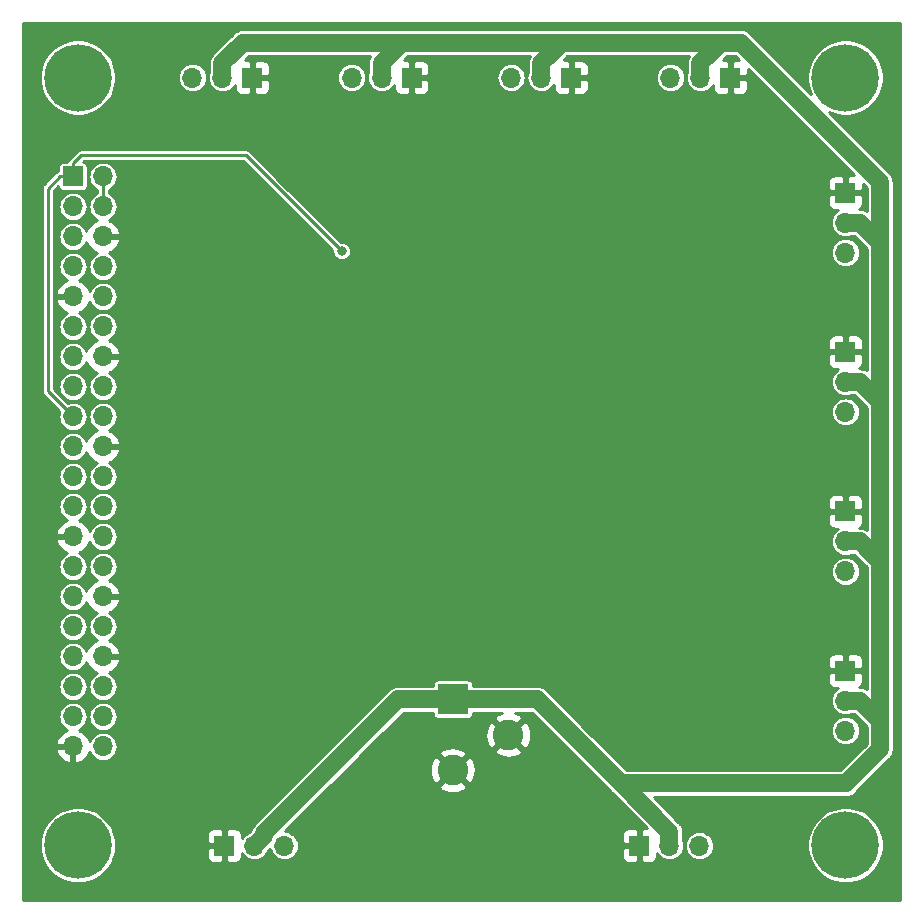
<source format=gbr>
G04 #@! TF.GenerationSoftware,KiCad,Pcbnew,(5.1.4-0-10_14)*
G04 #@! TF.CreationDate,2020-12-31T20:35:18-07:00*
G04 #@! TF.ProjectId,Motherboard,4d6f7468-6572-4626-9f61-72642e6b6963,rev?*
G04 #@! TF.SameCoordinates,Original*
G04 #@! TF.FileFunction,Copper,L2,Bot*
G04 #@! TF.FilePolarity,Positive*
%FSLAX46Y46*%
G04 Gerber Fmt 4.6, Leading zero omitted, Abs format (unit mm)*
G04 Created by KiCad (PCBNEW (5.1.4-0-10_14)) date 2020-12-31 20:35:18*
%MOMM*%
%LPD*%
G04 APERTURE LIST*
%ADD10C,5.700000*%
%ADD11R,1.700000X1.700000*%
%ADD12O,1.700000X1.700000*%
%ADD13R,2.600000X2.600000*%
%ADD14C,2.600000*%
%ADD15C,0.800000*%
%ADD16C,0.254000*%
%ADD17C,1.524000*%
G04 APERTURE END LIST*
D10*
X55000000Y-30000000D03*
X120000000Y-30000000D03*
X55000000Y-95000000D03*
X120000000Y-95000000D03*
D11*
X83280000Y-30000000D03*
D12*
X80740000Y-30000000D03*
X78200000Y-30000000D03*
X64710000Y-30000000D03*
X67250000Y-30000000D03*
D11*
X69790000Y-30000000D03*
X54594000Y-38375000D03*
D12*
X57134000Y-38375000D03*
X54594000Y-40915000D03*
X57134000Y-40915000D03*
X54594000Y-43455000D03*
X57134000Y-43455000D03*
X54594000Y-45995000D03*
X57134000Y-45995000D03*
X54594000Y-48535000D03*
X57134000Y-48535000D03*
X54594000Y-51075000D03*
X57134000Y-51075000D03*
X54594000Y-53615000D03*
X57134000Y-53615000D03*
X54594000Y-56155000D03*
X57134000Y-56155000D03*
X54594000Y-58695000D03*
X57134000Y-58695000D03*
X54594000Y-61235000D03*
X57134000Y-61235000D03*
X54594000Y-63775000D03*
X57134000Y-63775000D03*
X54594000Y-66315000D03*
X57134000Y-66315000D03*
X54594000Y-68855000D03*
X57134000Y-68855000D03*
X54594000Y-71395000D03*
X57134000Y-71395000D03*
X54594000Y-73935000D03*
X57134000Y-73935000D03*
X54594000Y-76475000D03*
X57134000Y-76475000D03*
X54594000Y-79015000D03*
X57134000Y-79015000D03*
X54594000Y-81555000D03*
X57134000Y-81555000D03*
X54594000Y-84095000D03*
X57134000Y-84095000D03*
X54594000Y-86635000D03*
X57134000Y-86635000D03*
D11*
X102550000Y-95046000D03*
D12*
X105090000Y-95046000D03*
X107630000Y-95046000D03*
X72480000Y-95046000D03*
X69940000Y-95046000D03*
D11*
X67400000Y-95046000D03*
D12*
X120000000Y-85290000D03*
X120000000Y-82750000D03*
D11*
X120000000Y-80210000D03*
X120000000Y-66720000D03*
D12*
X120000000Y-69260000D03*
X120000000Y-71800000D03*
X120000000Y-58310000D03*
X120000000Y-55770000D03*
D11*
X120000000Y-53230000D03*
D12*
X120000000Y-44820000D03*
X120000000Y-42280000D03*
D11*
X120000000Y-39740000D03*
X110260000Y-30000000D03*
D12*
X107720000Y-30000000D03*
X105180000Y-30000000D03*
D11*
X96770000Y-30000000D03*
D12*
X94230000Y-30000000D03*
X91690000Y-30000000D03*
D13*
X86750000Y-82646000D03*
D14*
X86750000Y-88646000D03*
X91450000Y-85646000D03*
D15*
X77216000Y-49911000D03*
X89154000Y-44069000D03*
X75438000Y-45339000D03*
X62103000Y-40894000D03*
X63754000Y-65151000D03*
X71501000Y-58674000D03*
X86233000Y-66548000D03*
X81661000Y-62738000D03*
X77343000Y-44704000D03*
D16*
X53490000Y-38375000D02*
X52451000Y-39414000D01*
X54594000Y-38375000D02*
X53490000Y-38375000D01*
X52451000Y-56552000D02*
X54594000Y-58695000D01*
X52451000Y-39414000D02*
X52451000Y-56552000D01*
X54594000Y-37271000D02*
X55289000Y-36576000D01*
X54594000Y-38375000D02*
X54594000Y-37271000D01*
X55289000Y-36576000D02*
X63500000Y-36576000D01*
X63500000Y-36576000D02*
X69215000Y-36576000D01*
X69215000Y-36576000D02*
X77343000Y-44704000D01*
D17*
X70789999Y-94196001D02*
X69940000Y-95046000D01*
X70789999Y-93974319D02*
X70789999Y-94196001D01*
X82118318Y-82646000D02*
X70789999Y-93974319D01*
X86750000Y-82646000D02*
X82118318Y-82646000D01*
X105090000Y-93843919D02*
X105090000Y-95046000D01*
X86750000Y-82646000D02*
X93892081Y-82646000D01*
X93892081Y-82646000D02*
X101000040Y-89753960D01*
X101000040Y-89753960D02*
X120050040Y-89753960D01*
X101000040Y-89753960D02*
X105090000Y-93843919D01*
X120050040Y-89753960D02*
X122936000Y-86868000D01*
X121202081Y-82750000D02*
X120000000Y-82750000D01*
X122936000Y-84483919D02*
X121202081Y-82750000D01*
X122936000Y-86868000D02*
X122936000Y-84483919D01*
X122936000Y-70993919D02*
X122936000Y-71374000D01*
X120000000Y-69260000D02*
X121202081Y-69260000D01*
X121202081Y-69260000D02*
X122936000Y-70993919D01*
X122936000Y-86868000D02*
X122936000Y-71374000D01*
X122936000Y-57503919D02*
X122936000Y-59309000D01*
X121202081Y-55770000D02*
X122936000Y-57503919D01*
X120000000Y-55770000D02*
X121202081Y-55770000D01*
X122936000Y-71374000D02*
X122936000Y-59309000D01*
X122936000Y-44013919D02*
X122936000Y-46101000D01*
X121202081Y-42280000D02*
X122936000Y-44013919D01*
X120000000Y-42280000D02*
X121202081Y-42280000D01*
X122936000Y-59309000D02*
X122936000Y-46101000D01*
X122936000Y-46101000D02*
X122936000Y-43180000D01*
X122936000Y-43180000D02*
X122936000Y-38862000D01*
X122936000Y-38862000D02*
X111125000Y-27051000D01*
X67250000Y-28797919D02*
X67250000Y-30000000D01*
X68996919Y-27051000D02*
X67250000Y-28797919D01*
X82486919Y-27051000D02*
X85725000Y-27051000D01*
X80740000Y-30000000D02*
X80740000Y-28797919D01*
X80740000Y-28797919D02*
X82486919Y-27051000D01*
X85725000Y-27051000D02*
X68996919Y-27051000D01*
X95976919Y-27051000D02*
X98552000Y-27051000D01*
X94230000Y-30000000D02*
X94230000Y-28797919D01*
X98552000Y-27051000D02*
X85725000Y-27051000D01*
X94230000Y-28797919D02*
X95976919Y-27051000D01*
X111125000Y-27051000D02*
X98552000Y-27051000D01*
X109466919Y-27051000D02*
X111125000Y-27051000D01*
X107720000Y-28797919D02*
X109466919Y-27051000D01*
X107720000Y-30000000D02*
X107720000Y-28797919D01*
D16*
X57134000Y-38375000D02*
X57134000Y-40915000D01*
G36*
X124594001Y-99594000D02*
G01*
X50406000Y-99594000D01*
X50406000Y-94681774D01*
X51769000Y-94681774D01*
X51769000Y-95318226D01*
X51893166Y-95942448D01*
X52136725Y-96530452D01*
X52490319Y-97059642D01*
X52940358Y-97509681D01*
X53469548Y-97863275D01*
X54057552Y-98106834D01*
X54681774Y-98231000D01*
X55318226Y-98231000D01*
X55942448Y-98106834D01*
X56530452Y-97863275D01*
X57059642Y-97509681D01*
X57509681Y-97059642D01*
X57863275Y-96530452D01*
X58106834Y-95942448D01*
X58116073Y-95896000D01*
X65911928Y-95896000D01*
X65924188Y-96020482D01*
X65960498Y-96140180D01*
X66019463Y-96250494D01*
X66098815Y-96347185D01*
X66195506Y-96426537D01*
X66305820Y-96485502D01*
X66425518Y-96521812D01*
X66550000Y-96534072D01*
X67114250Y-96531000D01*
X67273000Y-96372250D01*
X67273000Y-95173000D01*
X66073750Y-95173000D01*
X65915000Y-95331750D01*
X65911928Y-95896000D01*
X58116073Y-95896000D01*
X58231000Y-95318226D01*
X58231000Y-94681774D01*
X58134374Y-94196000D01*
X65911928Y-94196000D01*
X65915000Y-94760250D01*
X66073750Y-94919000D01*
X67273000Y-94919000D01*
X67273000Y-93719750D01*
X67114250Y-93561000D01*
X66550000Y-93557928D01*
X66425518Y-93570188D01*
X66305820Y-93606498D01*
X66195506Y-93665463D01*
X66098815Y-93744815D01*
X66019463Y-93841506D01*
X65960498Y-93951820D01*
X65924188Y-94071518D01*
X65911928Y-94196000D01*
X58134374Y-94196000D01*
X58106834Y-94057552D01*
X57863275Y-93469548D01*
X57509681Y-92940358D01*
X57059642Y-92490319D01*
X56530452Y-92136725D01*
X55942448Y-91893166D01*
X55318226Y-91769000D01*
X54681774Y-91769000D01*
X54057552Y-91893166D01*
X53469548Y-92136725D01*
X52940358Y-92490319D01*
X52490319Y-92940358D01*
X52136725Y-93469548D01*
X51893166Y-94057552D01*
X51769000Y-94681774D01*
X50406000Y-94681774D01*
X50406000Y-86991890D01*
X53152524Y-86991890D01*
X53197175Y-87139099D01*
X53322359Y-87401920D01*
X53496412Y-87635269D01*
X53712645Y-87830178D01*
X53962748Y-87979157D01*
X54237109Y-88076481D01*
X54467000Y-87955814D01*
X54467000Y-86762000D01*
X53273845Y-86762000D01*
X53152524Y-86991890D01*
X50406000Y-86991890D01*
X50406000Y-86278110D01*
X53152524Y-86278110D01*
X53273845Y-86508000D01*
X54467000Y-86508000D01*
X54467000Y-86488000D01*
X54721000Y-86488000D01*
X54721000Y-86508000D01*
X54741000Y-86508000D01*
X54741000Y-86762000D01*
X54721000Y-86762000D01*
X54721000Y-87955814D01*
X54950891Y-88076481D01*
X55225252Y-87979157D01*
X55475355Y-87830178D01*
X55691588Y-87635269D01*
X55865641Y-87401920D01*
X55990825Y-87139099D01*
X55996909Y-87119040D01*
X56105509Y-87322216D01*
X56259340Y-87509660D01*
X56446784Y-87663491D01*
X56660637Y-87777798D01*
X56892682Y-87848188D01*
X57073528Y-87866000D01*
X57194472Y-87866000D01*
X57375318Y-87848188D01*
X57607363Y-87777798D01*
X57821216Y-87663491D01*
X58008660Y-87509660D01*
X58162491Y-87322216D01*
X58276798Y-87108363D01*
X58347188Y-86876318D01*
X58370956Y-86635000D01*
X58347188Y-86393682D01*
X58276798Y-86161637D01*
X58162491Y-85947784D01*
X58008660Y-85760340D01*
X57821216Y-85606509D01*
X57607363Y-85492202D01*
X57375318Y-85421812D01*
X57194472Y-85404000D01*
X57073528Y-85404000D01*
X56892682Y-85421812D01*
X56660637Y-85492202D01*
X56446784Y-85606509D01*
X56259340Y-85760340D01*
X56105509Y-85947784D01*
X55996909Y-86150960D01*
X55990825Y-86130901D01*
X55865641Y-85868080D01*
X55691588Y-85634731D01*
X55475355Y-85439822D01*
X55225252Y-85290843D01*
X55070695Y-85236017D01*
X55281216Y-85123491D01*
X55468660Y-84969660D01*
X55622491Y-84782216D01*
X55736798Y-84568363D01*
X55807188Y-84336318D01*
X55830956Y-84095000D01*
X55897044Y-84095000D01*
X55920812Y-84336318D01*
X55991202Y-84568363D01*
X56105509Y-84782216D01*
X56259340Y-84969660D01*
X56446784Y-85123491D01*
X56660637Y-85237798D01*
X56892682Y-85308188D01*
X57073528Y-85326000D01*
X57194472Y-85326000D01*
X57375318Y-85308188D01*
X57607363Y-85237798D01*
X57821216Y-85123491D01*
X58008660Y-84969660D01*
X58162491Y-84782216D01*
X58276798Y-84568363D01*
X58347188Y-84336318D01*
X58370956Y-84095000D01*
X58347188Y-83853682D01*
X58276798Y-83621637D01*
X58162491Y-83407784D01*
X58008660Y-83220340D01*
X57821216Y-83066509D01*
X57607363Y-82952202D01*
X57375318Y-82881812D01*
X57194472Y-82864000D01*
X57073528Y-82864000D01*
X56892682Y-82881812D01*
X56660637Y-82952202D01*
X56446784Y-83066509D01*
X56259340Y-83220340D01*
X56105509Y-83407784D01*
X55991202Y-83621637D01*
X55920812Y-83853682D01*
X55897044Y-84095000D01*
X55830956Y-84095000D01*
X55807188Y-83853682D01*
X55736798Y-83621637D01*
X55622491Y-83407784D01*
X55468660Y-83220340D01*
X55281216Y-83066509D01*
X55067363Y-82952202D01*
X54835318Y-82881812D01*
X54654472Y-82864000D01*
X54533528Y-82864000D01*
X54352682Y-82881812D01*
X54120637Y-82952202D01*
X53906784Y-83066509D01*
X53719340Y-83220340D01*
X53565509Y-83407784D01*
X53451202Y-83621637D01*
X53380812Y-83853682D01*
X53357044Y-84095000D01*
X53380812Y-84336318D01*
X53451202Y-84568363D01*
X53565509Y-84782216D01*
X53719340Y-84969660D01*
X53906784Y-85123491D01*
X54117305Y-85236017D01*
X53962748Y-85290843D01*
X53712645Y-85439822D01*
X53496412Y-85634731D01*
X53322359Y-85868080D01*
X53197175Y-86130901D01*
X53152524Y-86278110D01*
X50406000Y-86278110D01*
X50406000Y-81555000D01*
X53357044Y-81555000D01*
X53380812Y-81796318D01*
X53451202Y-82028363D01*
X53565509Y-82242216D01*
X53719340Y-82429660D01*
X53906784Y-82583491D01*
X54120637Y-82697798D01*
X54352682Y-82768188D01*
X54533528Y-82786000D01*
X54654472Y-82786000D01*
X54835318Y-82768188D01*
X55067363Y-82697798D01*
X55281216Y-82583491D01*
X55468660Y-82429660D01*
X55622491Y-82242216D01*
X55736798Y-82028363D01*
X55807188Y-81796318D01*
X55830956Y-81555000D01*
X55807188Y-81313682D01*
X55736798Y-81081637D01*
X55622491Y-80867784D01*
X55468660Y-80680340D01*
X55281216Y-80526509D01*
X55067363Y-80412202D01*
X54835318Y-80341812D01*
X54654472Y-80324000D01*
X54533528Y-80324000D01*
X54352682Y-80341812D01*
X54120637Y-80412202D01*
X53906784Y-80526509D01*
X53719340Y-80680340D01*
X53565509Y-80867784D01*
X53451202Y-81081637D01*
X53380812Y-81313682D01*
X53357044Y-81555000D01*
X50406000Y-81555000D01*
X50406000Y-76475000D01*
X53357044Y-76475000D01*
X53380812Y-76716318D01*
X53451202Y-76948363D01*
X53565509Y-77162216D01*
X53719340Y-77349660D01*
X53906784Y-77503491D01*
X54120637Y-77617798D01*
X54352682Y-77688188D01*
X54533528Y-77706000D01*
X54654472Y-77706000D01*
X54835318Y-77688188D01*
X55067363Y-77617798D01*
X55281216Y-77503491D01*
X55468660Y-77349660D01*
X55622491Y-77162216D01*
X55736798Y-76948363D01*
X55807188Y-76716318D01*
X55830956Y-76475000D01*
X55807188Y-76233682D01*
X55736798Y-76001637D01*
X55622491Y-75787784D01*
X55468660Y-75600340D01*
X55281216Y-75446509D01*
X55067363Y-75332202D01*
X54835318Y-75261812D01*
X54654472Y-75244000D01*
X54533528Y-75244000D01*
X54352682Y-75261812D01*
X54120637Y-75332202D01*
X53906784Y-75446509D01*
X53719340Y-75600340D01*
X53565509Y-75787784D01*
X53451202Y-76001637D01*
X53380812Y-76233682D01*
X53357044Y-76475000D01*
X50406000Y-76475000D01*
X50406000Y-73935000D01*
X53357044Y-73935000D01*
X53380812Y-74176318D01*
X53451202Y-74408363D01*
X53565509Y-74622216D01*
X53719340Y-74809660D01*
X53906784Y-74963491D01*
X54120637Y-75077798D01*
X54352682Y-75148188D01*
X54533528Y-75166000D01*
X54654472Y-75166000D01*
X54835318Y-75148188D01*
X55067363Y-75077798D01*
X55281216Y-74963491D01*
X55468660Y-74809660D01*
X55622491Y-74622216D01*
X55731091Y-74419040D01*
X55737175Y-74439099D01*
X55862359Y-74701920D01*
X56036412Y-74935269D01*
X56252645Y-75130178D01*
X56502748Y-75279157D01*
X56657305Y-75333983D01*
X56446784Y-75446509D01*
X56259340Y-75600340D01*
X56105509Y-75787784D01*
X55991202Y-76001637D01*
X55920812Y-76233682D01*
X55897044Y-76475000D01*
X55920812Y-76716318D01*
X55991202Y-76948363D01*
X56105509Y-77162216D01*
X56259340Y-77349660D01*
X56446784Y-77503491D01*
X56657305Y-77616017D01*
X56502748Y-77670843D01*
X56252645Y-77819822D01*
X56036412Y-78014731D01*
X55862359Y-78248080D01*
X55737175Y-78510901D01*
X55731091Y-78530960D01*
X55622491Y-78327784D01*
X55468660Y-78140340D01*
X55281216Y-77986509D01*
X55067363Y-77872202D01*
X54835318Y-77801812D01*
X54654472Y-77784000D01*
X54533528Y-77784000D01*
X54352682Y-77801812D01*
X54120637Y-77872202D01*
X53906784Y-77986509D01*
X53719340Y-78140340D01*
X53565509Y-78327784D01*
X53451202Y-78541637D01*
X53380812Y-78773682D01*
X53357044Y-79015000D01*
X53380812Y-79256318D01*
X53451202Y-79488363D01*
X53565509Y-79702216D01*
X53719340Y-79889660D01*
X53906784Y-80043491D01*
X54120637Y-80157798D01*
X54352682Y-80228188D01*
X54533528Y-80246000D01*
X54654472Y-80246000D01*
X54835318Y-80228188D01*
X55067363Y-80157798D01*
X55281216Y-80043491D01*
X55468660Y-79889660D01*
X55622491Y-79702216D01*
X55731091Y-79499040D01*
X55737175Y-79519099D01*
X55862359Y-79781920D01*
X56036412Y-80015269D01*
X56252645Y-80210178D01*
X56502748Y-80359157D01*
X56657305Y-80413983D01*
X56446784Y-80526509D01*
X56259340Y-80680340D01*
X56105509Y-80867784D01*
X55991202Y-81081637D01*
X55920812Y-81313682D01*
X55897044Y-81555000D01*
X55920812Y-81796318D01*
X55991202Y-82028363D01*
X56105509Y-82242216D01*
X56259340Y-82429660D01*
X56446784Y-82583491D01*
X56660637Y-82697798D01*
X56892682Y-82768188D01*
X57073528Y-82786000D01*
X57194472Y-82786000D01*
X57375318Y-82768188D01*
X57607363Y-82697798D01*
X57821216Y-82583491D01*
X58008660Y-82429660D01*
X58162491Y-82242216D01*
X58276798Y-82028363D01*
X58347188Y-81796318D01*
X58370956Y-81555000D01*
X58347188Y-81313682D01*
X58276798Y-81081637D01*
X58162491Y-80867784D01*
X58008660Y-80680340D01*
X57821216Y-80526509D01*
X57610695Y-80413983D01*
X57765252Y-80359157D01*
X58015355Y-80210178D01*
X58231588Y-80015269D01*
X58405641Y-79781920D01*
X58530825Y-79519099D01*
X58575476Y-79371890D01*
X58569202Y-79360000D01*
X118511928Y-79360000D01*
X118515000Y-79924250D01*
X118673750Y-80083000D01*
X119873000Y-80083000D01*
X119873000Y-78883750D01*
X120127000Y-78883750D01*
X120127000Y-80083000D01*
X121326250Y-80083000D01*
X121485000Y-79924250D01*
X121488072Y-79360000D01*
X121475812Y-79235518D01*
X121439502Y-79115820D01*
X121380537Y-79005506D01*
X121301185Y-78908815D01*
X121204494Y-78829463D01*
X121094180Y-78770498D01*
X120974482Y-78734188D01*
X120850000Y-78721928D01*
X120285750Y-78725000D01*
X120127000Y-78883750D01*
X119873000Y-78883750D01*
X119714250Y-78725000D01*
X119150000Y-78721928D01*
X119025518Y-78734188D01*
X118905820Y-78770498D01*
X118795506Y-78829463D01*
X118698815Y-78908815D01*
X118619463Y-79005506D01*
X118560498Y-79115820D01*
X118524188Y-79235518D01*
X118511928Y-79360000D01*
X58569202Y-79360000D01*
X58454155Y-79142000D01*
X57261000Y-79142000D01*
X57261000Y-79162000D01*
X57007000Y-79162000D01*
X57007000Y-79142000D01*
X56987000Y-79142000D01*
X56987000Y-78888000D01*
X57007000Y-78888000D01*
X57007000Y-78868000D01*
X57261000Y-78868000D01*
X57261000Y-78888000D01*
X58454155Y-78888000D01*
X58575476Y-78658110D01*
X58530825Y-78510901D01*
X58405641Y-78248080D01*
X58231588Y-78014731D01*
X58015355Y-77819822D01*
X57765252Y-77670843D01*
X57610695Y-77616017D01*
X57821216Y-77503491D01*
X58008660Y-77349660D01*
X58162491Y-77162216D01*
X58276798Y-76948363D01*
X58347188Y-76716318D01*
X58370956Y-76475000D01*
X58347188Y-76233682D01*
X58276798Y-76001637D01*
X58162491Y-75787784D01*
X58008660Y-75600340D01*
X57821216Y-75446509D01*
X57610695Y-75333983D01*
X57765252Y-75279157D01*
X58015355Y-75130178D01*
X58231588Y-74935269D01*
X58405641Y-74701920D01*
X58530825Y-74439099D01*
X58575476Y-74291890D01*
X58454155Y-74062000D01*
X57261000Y-74062000D01*
X57261000Y-74082000D01*
X57007000Y-74082000D01*
X57007000Y-74062000D01*
X56987000Y-74062000D01*
X56987000Y-73808000D01*
X57007000Y-73808000D01*
X57007000Y-73788000D01*
X57261000Y-73788000D01*
X57261000Y-73808000D01*
X58454155Y-73808000D01*
X58575476Y-73578110D01*
X58530825Y-73430901D01*
X58405641Y-73168080D01*
X58231588Y-72934731D01*
X58015355Y-72739822D01*
X57765252Y-72590843D01*
X57610695Y-72536017D01*
X57821216Y-72423491D01*
X58008660Y-72269660D01*
X58162491Y-72082216D01*
X58276798Y-71868363D01*
X58297535Y-71800000D01*
X118763044Y-71800000D01*
X118786812Y-72041318D01*
X118857202Y-72273363D01*
X118971509Y-72487216D01*
X119125340Y-72674660D01*
X119312784Y-72828491D01*
X119526637Y-72942798D01*
X119758682Y-73013188D01*
X119939528Y-73031000D01*
X120060472Y-73031000D01*
X120241318Y-73013188D01*
X120473363Y-72942798D01*
X120687216Y-72828491D01*
X120874660Y-72674660D01*
X121028491Y-72487216D01*
X121142798Y-72273363D01*
X121213188Y-72041318D01*
X121236956Y-71800000D01*
X121213188Y-71558682D01*
X121142798Y-71326637D01*
X121028491Y-71112784D01*
X120874660Y-70925340D01*
X120687216Y-70771509D01*
X120473363Y-70657202D01*
X120241318Y-70586812D01*
X120060472Y-70569000D01*
X119939528Y-70569000D01*
X119758682Y-70586812D01*
X119526637Y-70657202D01*
X119312784Y-70771509D01*
X119125340Y-70925340D01*
X118971509Y-71112784D01*
X118857202Y-71326637D01*
X118786812Y-71558682D01*
X118763044Y-71800000D01*
X58297535Y-71800000D01*
X58347188Y-71636318D01*
X58370956Y-71395000D01*
X58347188Y-71153682D01*
X58276798Y-70921637D01*
X58162491Y-70707784D01*
X58008660Y-70520340D01*
X57821216Y-70366509D01*
X57607363Y-70252202D01*
X57375318Y-70181812D01*
X57194472Y-70164000D01*
X57073528Y-70164000D01*
X56892682Y-70181812D01*
X56660637Y-70252202D01*
X56446784Y-70366509D01*
X56259340Y-70520340D01*
X56105509Y-70707784D01*
X55991202Y-70921637D01*
X55920812Y-71153682D01*
X55897044Y-71395000D01*
X55920812Y-71636318D01*
X55991202Y-71868363D01*
X56105509Y-72082216D01*
X56259340Y-72269660D01*
X56446784Y-72423491D01*
X56657305Y-72536017D01*
X56502748Y-72590843D01*
X56252645Y-72739822D01*
X56036412Y-72934731D01*
X55862359Y-73168080D01*
X55737175Y-73430901D01*
X55731091Y-73450960D01*
X55622491Y-73247784D01*
X55468660Y-73060340D01*
X55281216Y-72906509D01*
X55067363Y-72792202D01*
X54835318Y-72721812D01*
X54654472Y-72704000D01*
X54533528Y-72704000D01*
X54352682Y-72721812D01*
X54120637Y-72792202D01*
X53906784Y-72906509D01*
X53719340Y-73060340D01*
X53565509Y-73247784D01*
X53451202Y-73461637D01*
X53380812Y-73693682D01*
X53357044Y-73935000D01*
X50406000Y-73935000D01*
X50406000Y-68498110D01*
X53152524Y-68498110D01*
X53273845Y-68728000D01*
X54467000Y-68728000D01*
X54467000Y-68708000D01*
X54721000Y-68708000D01*
X54721000Y-68728000D01*
X54741000Y-68728000D01*
X54741000Y-68982000D01*
X54721000Y-68982000D01*
X54721000Y-69002000D01*
X54467000Y-69002000D01*
X54467000Y-68982000D01*
X53273845Y-68982000D01*
X53152524Y-69211890D01*
X53197175Y-69359099D01*
X53322359Y-69621920D01*
X53496412Y-69855269D01*
X53712645Y-70050178D01*
X53962748Y-70199157D01*
X54117305Y-70253983D01*
X53906784Y-70366509D01*
X53719340Y-70520340D01*
X53565509Y-70707784D01*
X53451202Y-70921637D01*
X53380812Y-71153682D01*
X53357044Y-71395000D01*
X53380812Y-71636318D01*
X53451202Y-71868363D01*
X53565509Y-72082216D01*
X53719340Y-72269660D01*
X53906784Y-72423491D01*
X54120637Y-72537798D01*
X54352682Y-72608188D01*
X54533528Y-72626000D01*
X54654472Y-72626000D01*
X54835318Y-72608188D01*
X55067363Y-72537798D01*
X55281216Y-72423491D01*
X55468660Y-72269660D01*
X55622491Y-72082216D01*
X55736798Y-71868363D01*
X55807188Y-71636318D01*
X55830956Y-71395000D01*
X55807188Y-71153682D01*
X55736798Y-70921637D01*
X55622491Y-70707784D01*
X55468660Y-70520340D01*
X55281216Y-70366509D01*
X55070695Y-70253983D01*
X55225252Y-70199157D01*
X55475355Y-70050178D01*
X55691588Y-69855269D01*
X55865641Y-69621920D01*
X55990825Y-69359099D01*
X55996909Y-69339040D01*
X56105509Y-69542216D01*
X56259340Y-69729660D01*
X56446784Y-69883491D01*
X56660637Y-69997798D01*
X56892682Y-70068188D01*
X57073528Y-70086000D01*
X57194472Y-70086000D01*
X57375318Y-70068188D01*
X57607363Y-69997798D01*
X57821216Y-69883491D01*
X58008660Y-69729660D01*
X58162491Y-69542216D01*
X58276798Y-69328363D01*
X58347188Y-69096318D01*
X58370956Y-68855000D01*
X58347188Y-68613682D01*
X58276798Y-68381637D01*
X58162491Y-68167784D01*
X58008660Y-67980340D01*
X57821216Y-67826509D01*
X57607363Y-67712202D01*
X57375318Y-67641812D01*
X57194472Y-67624000D01*
X57073528Y-67624000D01*
X56892682Y-67641812D01*
X56660637Y-67712202D01*
X56446784Y-67826509D01*
X56259340Y-67980340D01*
X56105509Y-68167784D01*
X55996909Y-68370960D01*
X55990825Y-68350901D01*
X55865641Y-68088080D01*
X55691588Y-67854731D01*
X55475355Y-67659822D01*
X55225252Y-67510843D01*
X55070695Y-67456017D01*
X55281216Y-67343491D01*
X55468660Y-67189660D01*
X55622491Y-67002216D01*
X55736798Y-66788363D01*
X55807188Y-66556318D01*
X55830956Y-66315000D01*
X55897044Y-66315000D01*
X55920812Y-66556318D01*
X55991202Y-66788363D01*
X56105509Y-67002216D01*
X56259340Y-67189660D01*
X56446784Y-67343491D01*
X56660637Y-67457798D01*
X56892682Y-67528188D01*
X57073528Y-67546000D01*
X57194472Y-67546000D01*
X57375318Y-67528188D01*
X57607363Y-67457798D01*
X57821216Y-67343491D01*
X58008660Y-67189660D01*
X58162491Y-67002216D01*
X58276798Y-66788363D01*
X58347188Y-66556318D01*
X58370956Y-66315000D01*
X58347188Y-66073682D01*
X58285402Y-65870000D01*
X118511928Y-65870000D01*
X118515000Y-66434250D01*
X118673750Y-66593000D01*
X119873000Y-66593000D01*
X119873000Y-65393750D01*
X120127000Y-65393750D01*
X120127000Y-66593000D01*
X121326250Y-66593000D01*
X121485000Y-66434250D01*
X121488072Y-65870000D01*
X121475812Y-65745518D01*
X121439502Y-65625820D01*
X121380537Y-65515506D01*
X121301185Y-65418815D01*
X121204494Y-65339463D01*
X121094180Y-65280498D01*
X120974482Y-65244188D01*
X120850000Y-65231928D01*
X120285750Y-65235000D01*
X120127000Y-65393750D01*
X119873000Y-65393750D01*
X119714250Y-65235000D01*
X119150000Y-65231928D01*
X119025518Y-65244188D01*
X118905820Y-65280498D01*
X118795506Y-65339463D01*
X118698815Y-65418815D01*
X118619463Y-65515506D01*
X118560498Y-65625820D01*
X118524188Y-65745518D01*
X118511928Y-65870000D01*
X58285402Y-65870000D01*
X58276798Y-65841637D01*
X58162491Y-65627784D01*
X58008660Y-65440340D01*
X57821216Y-65286509D01*
X57607363Y-65172202D01*
X57375318Y-65101812D01*
X57194472Y-65084000D01*
X57073528Y-65084000D01*
X56892682Y-65101812D01*
X56660637Y-65172202D01*
X56446784Y-65286509D01*
X56259340Y-65440340D01*
X56105509Y-65627784D01*
X55991202Y-65841637D01*
X55920812Y-66073682D01*
X55897044Y-66315000D01*
X55830956Y-66315000D01*
X55807188Y-66073682D01*
X55736798Y-65841637D01*
X55622491Y-65627784D01*
X55468660Y-65440340D01*
X55281216Y-65286509D01*
X55067363Y-65172202D01*
X54835318Y-65101812D01*
X54654472Y-65084000D01*
X54533528Y-65084000D01*
X54352682Y-65101812D01*
X54120637Y-65172202D01*
X53906784Y-65286509D01*
X53719340Y-65440340D01*
X53565509Y-65627784D01*
X53451202Y-65841637D01*
X53380812Y-66073682D01*
X53357044Y-66315000D01*
X53380812Y-66556318D01*
X53451202Y-66788363D01*
X53565509Y-67002216D01*
X53719340Y-67189660D01*
X53906784Y-67343491D01*
X54117305Y-67456017D01*
X53962748Y-67510843D01*
X53712645Y-67659822D01*
X53496412Y-67854731D01*
X53322359Y-68088080D01*
X53197175Y-68350901D01*
X53152524Y-68498110D01*
X50406000Y-68498110D01*
X50406000Y-63775000D01*
X53357044Y-63775000D01*
X53380812Y-64016318D01*
X53451202Y-64248363D01*
X53565509Y-64462216D01*
X53719340Y-64649660D01*
X53906784Y-64803491D01*
X54120637Y-64917798D01*
X54352682Y-64988188D01*
X54533528Y-65006000D01*
X54654472Y-65006000D01*
X54835318Y-64988188D01*
X55067363Y-64917798D01*
X55281216Y-64803491D01*
X55468660Y-64649660D01*
X55622491Y-64462216D01*
X55736798Y-64248363D01*
X55807188Y-64016318D01*
X55830956Y-63775000D01*
X55807188Y-63533682D01*
X55736798Y-63301637D01*
X55622491Y-63087784D01*
X55468660Y-62900340D01*
X55281216Y-62746509D01*
X55067363Y-62632202D01*
X54835318Y-62561812D01*
X54654472Y-62544000D01*
X54533528Y-62544000D01*
X54352682Y-62561812D01*
X54120637Y-62632202D01*
X53906784Y-62746509D01*
X53719340Y-62900340D01*
X53565509Y-63087784D01*
X53451202Y-63301637D01*
X53380812Y-63533682D01*
X53357044Y-63775000D01*
X50406000Y-63775000D01*
X50406000Y-61235000D01*
X53357044Y-61235000D01*
X53380812Y-61476318D01*
X53451202Y-61708363D01*
X53565509Y-61922216D01*
X53719340Y-62109660D01*
X53906784Y-62263491D01*
X54120637Y-62377798D01*
X54352682Y-62448188D01*
X54533528Y-62466000D01*
X54654472Y-62466000D01*
X54835318Y-62448188D01*
X55067363Y-62377798D01*
X55281216Y-62263491D01*
X55468660Y-62109660D01*
X55622491Y-61922216D01*
X55731091Y-61719040D01*
X55737175Y-61739099D01*
X55862359Y-62001920D01*
X56036412Y-62235269D01*
X56252645Y-62430178D01*
X56502748Y-62579157D01*
X56657305Y-62633983D01*
X56446784Y-62746509D01*
X56259340Y-62900340D01*
X56105509Y-63087784D01*
X55991202Y-63301637D01*
X55920812Y-63533682D01*
X55897044Y-63775000D01*
X55920812Y-64016318D01*
X55991202Y-64248363D01*
X56105509Y-64462216D01*
X56259340Y-64649660D01*
X56446784Y-64803491D01*
X56660637Y-64917798D01*
X56892682Y-64988188D01*
X57073528Y-65006000D01*
X57194472Y-65006000D01*
X57375318Y-64988188D01*
X57607363Y-64917798D01*
X57821216Y-64803491D01*
X58008660Y-64649660D01*
X58162491Y-64462216D01*
X58276798Y-64248363D01*
X58347188Y-64016318D01*
X58370956Y-63775000D01*
X58347188Y-63533682D01*
X58276798Y-63301637D01*
X58162491Y-63087784D01*
X58008660Y-62900340D01*
X57821216Y-62746509D01*
X57610695Y-62633983D01*
X57765252Y-62579157D01*
X58015355Y-62430178D01*
X58231588Y-62235269D01*
X58405641Y-62001920D01*
X58530825Y-61739099D01*
X58575476Y-61591890D01*
X58454155Y-61362000D01*
X57261000Y-61362000D01*
X57261000Y-61382000D01*
X57007000Y-61382000D01*
X57007000Y-61362000D01*
X56987000Y-61362000D01*
X56987000Y-61108000D01*
X57007000Y-61108000D01*
X57007000Y-61088000D01*
X57261000Y-61088000D01*
X57261000Y-61108000D01*
X58454155Y-61108000D01*
X58575476Y-60878110D01*
X58530825Y-60730901D01*
X58405641Y-60468080D01*
X58231588Y-60234731D01*
X58015355Y-60039822D01*
X57765252Y-59890843D01*
X57610695Y-59836017D01*
X57821216Y-59723491D01*
X58008660Y-59569660D01*
X58162491Y-59382216D01*
X58276798Y-59168363D01*
X58347188Y-58936318D01*
X58370956Y-58695000D01*
X58347188Y-58453682D01*
X58303603Y-58310000D01*
X118763044Y-58310000D01*
X118786812Y-58551318D01*
X118857202Y-58783363D01*
X118971509Y-58997216D01*
X119125340Y-59184660D01*
X119312784Y-59338491D01*
X119526637Y-59452798D01*
X119758682Y-59523188D01*
X119939528Y-59541000D01*
X120060472Y-59541000D01*
X120241318Y-59523188D01*
X120473363Y-59452798D01*
X120687216Y-59338491D01*
X120874660Y-59184660D01*
X121028491Y-58997216D01*
X121142798Y-58783363D01*
X121213188Y-58551318D01*
X121236956Y-58310000D01*
X121213188Y-58068682D01*
X121142798Y-57836637D01*
X121028491Y-57622784D01*
X120874660Y-57435340D01*
X120687216Y-57281509D01*
X120473363Y-57167202D01*
X120241318Y-57096812D01*
X120060472Y-57079000D01*
X119939528Y-57079000D01*
X119758682Y-57096812D01*
X119526637Y-57167202D01*
X119312784Y-57281509D01*
X119125340Y-57435340D01*
X118971509Y-57622784D01*
X118857202Y-57836637D01*
X118786812Y-58068682D01*
X118763044Y-58310000D01*
X58303603Y-58310000D01*
X58276798Y-58221637D01*
X58162491Y-58007784D01*
X58008660Y-57820340D01*
X57821216Y-57666509D01*
X57607363Y-57552202D01*
X57375318Y-57481812D01*
X57194472Y-57464000D01*
X57073528Y-57464000D01*
X56892682Y-57481812D01*
X56660637Y-57552202D01*
X56446784Y-57666509D01*
X56259340Y-57820340D01*
X56105509Y-58007784D01*
X55991202Y-58221637D01*
X55920812Y-58453682D01*
X55897044Y-58695000D01*
X55920812Y-58936318D01*
X55991202Y-59168363D01*
X56105509Y-59382216D01*
X56259340Y-59569660D01*
X56446784Y-59723491D01*
X56657305Y-59836017D01*
X56502748Y-59890843D01*
X56252645Y-60039822D01*
X56036412Y-60234731D01*
X55862359Y-60468080D01*
X55737175Y-60730901D01*
X55731091Y-60750960D01*
X55622491Y-60547784D01*
X55468660Y-60360340D01*
X55281216Y-60206509D01*
X55067363Y-60092202D01*
X54835318Y-60021812D01*
X54654472Y-60004000D01*
X54533528Y-60004000D01*
X54352682Y-60021812D01*
X54120637Y-60092202D01*
X53906784Y-60206509D01*
X53719340Y-60360340D01*
X53565509Y-60547784D01*
X53451202Y-60761637D01*
X53380812Y-60993682D01*
X53357044Y-61235000D01*
X50406000Y-61235000D01*
X50406000Y-39414000D01*
X51940543Y-39414000D01*
X51943000Y-39438944D01*
X51943001Y-56527046D01*
X51940543Y-56552000D01*
X51950352Y-56651584D01*
X51979400Y-56747343D01*
X52026571Y-56835595D01*
X52074150Y-56893570D01*
X52090053Y-56912948D01*
X52109430Y-56928850D01*
X53439801Y-58259221D01*
X53380812Y-58453682D01*
X53357044Y-58695000D01*
X53380812Y-58936318D01*
X53451202Y-59168363D01*
X53565509Y-59382216D01*
X53719340Y-59569660D01*
X53906784Y-59723491D01*
X54120637Y-59837798D01*
X54352682Y-59908188D01*
X54533528Y-59926000D01*
X54654472Y-59926000D01*
X54835318Y-59908188D01*
X55067363Y-59837798D01*
X55281216Y-59723491D01*
X55468660Y-59569660D01*
X55622491Y-59382216D01*
X55736798Y-59168363D01*
X55807188Y-58936318D01*
X55830956Y-58695000D01*
X55807188Y-58453682D01*
X55736798Y-58221637D01*
X55622491Y-58007784D01*
X55468660Y-57820340D01*
X55281216Y-57666509D01*
X55067363Y-57552202D01*
X54835318Y-57481812D01*
X54654472Y-57464000D01*
X54533528Y-57464000D01*
X54352682Y-57481812D01*
X54158221Y-57540801D01*
X52959000Y-56341580D01*
X52959000Y-56155000D01*
X53357044Y-56155000D01*
X53380812Y-56396318D01*
X53451202Y-56628363D01*
X53565509Y-56842216D01*
X53719340Y-57029660D01*
X53906784Y-57183491D01*
X54120637Y-57297798D01*
X54352682Y-57368188D01*
X54533528Y-57386000D01*
X54654472Y-57386000D01*
X54835318Y-57368188D01*
X55067363Y-57297798D01*
X55281216Y-57183491D01*
X55468660Y-57029660D01*
X55622491Y-56842216D01*
X55736798Y-56628363D01*
X55807188Y-56396318D01*
X55830956Y-56155000D01*
X55807188Y-55913682D01*
X55736798Y-55681637D01*
X55622491Y-55467784D01*
X55468660Y-55280340D01*
X55281216Y-55126509D01*
X55067363Y-55012202D01*
X54835318Y-54941812D01*
X54654472Y-54924000D01*
X54533528Y-54924000D01*
X54352682Y-54941812D01*
X54120637Y-55012202D01*
X53906784Y-55126509D01*
X53719340Y-55280340D01*
X53565509Y-55467784D01*
X53451202Y-55681637D01*
X53380812Y-55913682D01*
X53357044Y-56155000D01*
X52959000Y-56155000D01*
X52959000Y-53615000D01*
X53357044Y-53615000D01*
X53380812Y-53856318D01*
X53451202Y-54088363D01*
X53565509Y-54302216D01*
X53719340Y-54489660D01*
X53906784Y-54643491D01*
X54120637Y-54757798D01*
X54352682Y-54828188D01*
X54533528Y-54846000D01*
X54654472Y-54846000D01*
X54835318Y-54828188D01*
X55067363Y-54757798D01*
X55281216Y-54643491D01*
X55468660Y-54489660D01*
X55622491Y-54302216D01*
X55731091Y-54099040D01*
X55737175Y-54119099D01*
X55862359Y-54381920D01*
X56036412Y-54615269D01*
X56252645Y-54810178D01*
X56502748Y-54959157D01*
X56657305Y-55013983D01*
X56446784Y-55126509D01*
X56259340Y-55280340D01*
X56105509Y-55467784D01*
X55991202Y-55681637D01*
X55920812Y-55913682D01*
X55897044Y-56155000D01*
X55920812Y-56396318D01*
X55991202Y-56628363D01*
X56105509Y-56842216D01*
X56259340Y-57029660D01*
X56446784Y-57183491D01*
X56660637Y-57297798D01*
X56892682Y-57368188D01*
X57073528Y-57386000D01*
X57194472Y-57386000D01*
X57375318Y-57368188D01*
X57607363Y-57297798D01*
X57821216Y-57183491D01*
X58008660Y-57029660D01*
X58162491Y-56842216D01*
X58276798Y-56628363D01*
X58347188Y-56396318D01*
X58370956Y-56155000D01*
X58347188Y-55913682D01*
X58276798Y-55681637D01*
X58162491Y-55467784D01*
X58008660Y-55280340D01*
X57821216Y-55126509D01*
X57610695Y-55013983D01*
X57765252Y-54959157D01*
X58015355Y-54810178D01*
X58231588Y-54615269D01*
X58405641Y-54381920D01*
X58530825Y-54119099D01*
X58575476Y-53971890D01*
X58454155Y-53742000D01*
X57261000Y-53742000D01*
X57261000Y-53762000D01*
X57007000Y-53762000D01*
X57007000Y-53742000D01*
X56987000Y-53742000D01*
X56987000Y-53488000D01*
X57007000Y-53488000D01*
X57007000Y-53468000D01*
X57261000Y-53468000D01*
X57261000Y-53488000D01*
X58454155Y-53488000D01*
X58575476Y-53258110D01*
X58530825Y-53110901D01*
X58405641Y-52848080D01*
X58231588Y-52614731D01*
X58015355Y-52419822D01*
X57948503Y-52380000D01*
X118511928Y-52380000D01*
X118515000Y-52944250D01*
X118673750Y-53103000D01*
X119873000Y-53103000D01*
X119873000Y-51903750D01*
X120127000Y-51903750D01*
X120127000Y-53103000D01*
X121326250Y-53103000D01*
X121485000Y-52944250D01*
X121488072Y-52380000D01*
X121475812Y-52255518D01*
X121439502Y-52135820D01*
X121380537Y-52025506D01*
X121301185Y-51928815D01*
X121204494Y-51849463D01*
X121094180Y-51790498D01*
X120974482Y-51754188D01*
X120850000Y-51741928D01*
X120285750Y-51745000D01*
X120127000Y-51903750D01*
X119873000Y-51903750D01*
X119714250Y-51745000D01*
X119150000Y-51741928D01*
X119025518Y-51754188D01*
X118905820Y-51790498D01*
X118795506Y-51849463D01*
X118698815Y-51928815D01*
X118619463Y-52025506D01*
X118560498Y-52135820D01*
X118524188Y-52255518D01*
X118511928Y-52380000D01*
X57948503Y-52380000D01*
X57765252Y-52270843D01*
X57610695Y-52216017D01*
X57821216Y-52103491D01*
X58008660Y-51949660D01*
X58162491Y-51762216D01*
X58276798Y-51548363D01*
X58347188Y-51316318D01*
X58370956Y-51075000D01*
X58347188Y-50833682D01*
X58276798Y-50601637D01*
X58162491Y-50387784D01*
X58008660Y-50200340D01*
X57821216Y-50046509D01*
X57607363Y-49932202D01*
X57375318Y-49861812D01*
X57194472Y-49844000D01*
X57073528Y-49844000D01*
X56892682Y-49861812D01*
X56660637Y-49932202D01*
X56446784Y-50046509D01*
X56259340Y-50200340D01*
X56105509Y-50387784D01*
X55991202Y-50601637D01*
X55920812Y-50833682D01*
X55897044Y-51075000D01*
X55920812Y-51316318D01*
X55991202Y-51548363D01*
X56105509Y-51762216D01*
X56259340Y-51949660D01*
X56446784Y-52103491D01*
X56657305Y-52216017D01*
X56502748Y-52270843D01*
X56252645Y-52419822D01*
X56036412Y-52614731D01*
X55862359Y-52848080D01*
X55737175Y-53110901D01*
X55731091Y-53130960D01*
X55622491Y-52927784D01*
X55468660Y-52740340D01*
X55281216Y-52586509D01*
X55067363Y-52472202D01*
X54835318Y-52401812D01*
X54654472Y-52384000D01*
X54533528Y-52384000D01*
X54352682Y-52401812D01*
X54120637Y-52472202D01*
X53906784Y-52586509D01*
X53719340Y-52740340D01*
X53565509Y-52927784D01*
X53451202Y-53141637D01*
X53380812Y-53373682D01*
X53357044Y-53615000D01*
X52959000Y-53615000D01*
X52959000Y-48178110D01*
X53152524Y-48178110D01*
X53273845Y-48408000D01*
X54467000Y-48408000D01*
X54467000Y-48388000D01*
X54721000Y-48388000D01*
X54721000Y-48408000D01*
X54741000Y-48408000D01*
X54741000Y-48662000D01*
X54721000Y-48662000D01*
X54721000Y-48682000D01*
X54467000Y-48682000D01*
X54467000Y-48662000D01*
X53273845Y-48662000D01*
X53152524Y-48891890D01*
X53197175Y-49039099D01*
X53322359Y-49301920D01*
X53496412Y-49535269D01*
X53712645Y-49730178D01*
X53962748Y-49879157D01*
X54117305Y-49933983D01*
X53906784Y-50046509D01*
X53719340Y-50200340D01*
X53565509Y-50387784D01*
X53451202Y-50601637D01*
X53380812Y-50833682D01*
X53357044Y-51075000D01*
X53380812Y-51316318D01*
X53451202Y-51548363D01*
X53565509Y-51762216D01*
X53719340Y-51949660D01*
X53906784Y-52103491D01*
X54120637Y-52217798D01*
X54352682Y-52288188D01*
X54533528Y-52306000D01*
X54654472Y-52306000D01*
X54835318Y-52288188D01*
X55067363Y-52217798D01*
X55281216Y-52103491D01*
X55468660Y-51949660D01*
X55622491Y-51762216D01*
X55736798Y-51548363D01*
X55807188Y-51316318D01*
X55830956Y-51075000D01*
X55807188Y-50833682D01*
X55736798Y-50601637D01*
X55622491Y-50387784D01*
X55468660Y-50200340D01*
X55281216Y-50046509D01*
X55070695Y-49933983D01*
X55225252Y-49879157D01*
X55475355Y-49730178D01*
X55691588Y-49535269D01*
X55865641Y-49301920D01*
X55990825Y-49039099D01*
X55996909Y-49019040D01*
X56105509Y-49222216D01*
X56259340Y-49409660D01*
X56446784Y-49563491D01*
X56660637Y-49677798D01*
X56892682Y-49748188D01*
X57073528Y-49766000D01*
X57194472Y-49766000D01*
X57375318Y-49748188D01*
X57607363Y-49677798D01*
X57821216Y-49563491D01*
X58008660Y-49409660D01*
X58162491Y-49222216D01*
X58276798Y-49008363D01*
X58347188Y-48776318D01*
X58370956Y-48535000D01*
X58347188Y-48293682D01*
X58276798Y-48061637D01*
X58162491Y-47847784D01*
X58008660Y-47660340D01*
X57821216Y-47506509D01*
X57607363Y-47392202D01*
X57375318Y-47321812D01*
X57194472Y-47304000D01*
X57073528Y-47304000D01*
X56892682Y-47321812D01*
X56660637Y-47392202D01*
X56446784Y-47506509D01*
X56259340Y-47660340D01*
X56105509Y-47847784D01*
X55996909Y-48050960D01*
X55990825Y-48030901D01*
X55865641Y-47768080D01*
X55691588Y-47534731D01*
X55475355Y-47339822D01*
X55225252Y-47190843D01*
X55070695Y-47136017D01*
X55281216Y-47023491D01*
X55468660Y-46869660D01*
X55622491Y-46682216D01*
X55736798Y-46468363D01*
X55807188Y-46236318D01*
X55830956Y-45995000D01*
X55807188Y-45753682D01*
X55736798Y-45521637D01*
X55622491Y-45307784D01*
X55468660Y-45120340D01*
X55281216Y-44966509D01*
X55067363Y-44852202D01*
X54835318Y-44781812D01*
X54654472Y-44764000D01*
X54533528Y-44764000D01*
X54352682Y-44781812D01*
X54120637Y-44852202D01*
X53906784Y-44966509D01*
X53719340Y-45120340D01*
X53565509Y-45307784D01*
X53451202Y-45521637D01*
X53380812Y-45753682D01*
X53357044Y-45995000D01*
X53380812Y-46236318D01*
X53451202Y-46468363D01*
X53565509Y-46682216D01*
X53719340Y-46869660D01*
X53906784Y-47023491D01*
X54117305Y-47136017D01*
X53962748Y-47190843D01*
X53712645Y-47339822D01*
X53496412Y-47534731D01*
X53322359Y-47768080D01*
X53197175Y-48030901D01*
X53152524Y-48178110D01*
X52959000Y-48178110D01*
X52959000Y-43455000D01*
X53357044Y-43455000D01*
X53380812Y-43696318D01*
X53451202Y-43928363D01*
X53565509Y-44142216D01*
X53719340Y-44329660D01*
X53906784Y-44483491D01*
X54120637Y-44597798D01*
X54352682Y-44668188D01*
X54533528Y-44686000D01*
X54654472Y-44686000D01*
X54835318Y-44668188D01*
X55067363Y-44597798D01*
X55281216Y-44483491D01*
X55468660Y-44329660D01*
X55622491Y-44142216D01*
X55731091Y-43939040D01*
X55737175Y-43959099D01*
X55862359Y-44221920D01*
X56036412Y-44455269D01*
X56252645Y-44650178D01*
X56502748Y-44799157D01*
X56657305Y-44853983D01*
X56446784Y-44966509D01*
X56259340Y-45120340D01*
X56105509Y-45307784D01*
X55991202Y-45521637D01*
X55920812Y-45753682D01*
X55897044Y-45995000D01*
X55920812Y-46236318D01*
X55991202Y-46468363D01*
X56105509Y-46682216D01*
X56259340Y-46869660D01*
X56446784Y-47023491D01*
X56660637Y-47137798D01*
X56892682Y-47208188D01*
X57073528Y-47226000D01*
X57194472Y-47226000D01*
X57375318Y-47208188D01*
X57607363Y-47137798D01*
X57821216Y-47023491D01*
X58008660Y-46869660D01*
X58162491Y-46682216D01*
X58276798Y-46468363D01*
X58347188Y-46236318D01*
X58370956Y-45995000D01*
X58347188Y-45753682D01*
X58276798Y-45521637D01*
X58162491Y-45307784D01*
X58008660Y-45120340D01*
X57821216Y-44966509D01*
X57610695Y-44853983D01*
X57765252Y-44799157D01*
X58015355Y-44650178D01*
X58231588Y-44455269D01*
X58405641Y-44221920D01*
X58530825Y-43959099D01*
X58575476Y-43811890D01*
X58454155Y-43582000D01*
X57261000Y-43582000D01*
X57261000Y-43602000D01*
X57007000Y-43602000D01*
X57007000Y-43582000D01*
X56987000Y-43582000D01*
X56987000Y-43328000D01*
X57007000Y-43328000D01*
X57007000Y-43308000D01*
X57261000Y-43308000D01*
X57261000Y-43328000D01*
X58454155Y-43328000D01*
X58575476Y-43098110D01*
X58530825Y-42950901D01*
X58405641Y-42688080D01*
X58231588Y-42454731D01*
X58015355Y-42259822D01*
X57765252Y-42110843D01*
X57610695Y-42056017D01*
X57821216Y-41943491D01*
X58008660Y-41789660D01*
X58162491Y-41602216D01*
X58276798Y-41388363D01*
X58347188Y-41156318D01*
X58370956Y-40915000D01*
X58347188Y-40673682D01*
X58276798Y-40441637D01*
X58162491Y-40227784D01*
X58008660Y-40040340D01*
X57821216Y-39886509D01*
X57642000Y-39790716D01*
X57642000Y-39499284D01*
X57821216Y-39403491D01*
X58008660Y-39249660D01*
X58162491Y-39062216D01*
X58276798Y-38848363D01*
X58347188Y-38616318D01*
X58370956Y-38375000D01*
X58347188Y-38133682D01*
X58276798Y-37901637D01*
X58162491Y-37687784D01*
X58008660Y-37500340D01*
X57821216Y-37346509D01*
X57607363Y-37232202D01*
X57375318Y-37161812D01*
X57194472Y-37144000D01*
X57073528Y-37144000D01*
X56892682Y-37161812D01*
X56660637Y-37232202D01*
X56446784Y-37346509D01*
X56259340Y-37500340D01*
X56105509Y-37687784D01*
X55991202Y-37901637D01*
X55920812Y-38133682D01*
X55897044Y-38375000D01*
X55920812Y-38616318D01*
X55991202Y-38848363D01*
X56105509Y-39062216D01*
X56259340Y-39249660D01*
X56446784Y-39403491D01*
X56626000Y-39499284D01*
X56626001Y-39790716D01*
X56446784Y-39886509D01*
X56259340Y-40040340D01*
X56105509Y-40227784D01*
X55991202Y-40441637D01*
X55920812Y-40673682D01*
X55897044Y-40915000D01*
X55920812Y-41156318D01*
X55991202Y-41388363D01*
X56105509Y-41602216D01*
X56259340Y-41789660D01*
X56446784Y-41943491D01*
X56657305Y-42056017D01*
X56502748Y-42110843D01*
X56252645Y-42259822D01*
X56036412Y-42454731D01*
X55862359Y-42688080D01*
X55737175Y-42950901D01*
X55731091Y-42970960D01*
X55622491Y-42767784D01*
X55468660Y-42580340D01*
X55281216Y-42426509D01*
X55067363Y-42312202D01*
X54835318Y-42241812D01*
X54654472Y-42224000D01*
X54533528Y-42224000D01*
X54352682Y-42241812D01*
X54120637Y-42312202D01*
X53906784Y-42426509D01*
X53719340Y-42580340D01*
X53565509Y-42767784D01*
X53451202Y-42981637D01*
X53380812Y-43213682D01*
X53357044Y-43455000D01*
X52959000Y-43455000D01*
X52959000Y-40915000D01*
X53357044Y-40915000D01*
X53380812Y-41156318D01*
X53451202Y-41388363D01*
X53565509Y-41602216D01*
X53719340Y-41789660D01*
X53906784Y-41943491D01*
X54120637Y-42057798D01*
X54352682Y-42128188D01*
X54533528Y-42146000D01*
X54654472Y-42146000D01*
X54835318Y-42128188D01*
X55067363Y-42057798D01*
X55281216Y-41943491D01*
X55468660Y-41789660D01*
X55622491Y-41602216D01*
X55736798Y-41388363D01*
X55807188Y-41156318D01*
X55830956Y-40915000D01*
X55807188Y-40673682D01*
X55736798Y-40441637D01*
X55622491Y-40227784D01*
X55468660Y-40040340D01*
X55281216Y-39886509D01*
X55067363Y-39772202D01*
X54835318Y-39701812D01*
X54654472Y-39684000D01*
X54533528Y-39684000D01*
X54352682Y-39701812D01*
X54120637Y-39772202D01*
X53906784Y-39886509D01*
X53719340Y-40040340D01*
X53565509Y-40227784D01*
X53451202Y-40441637D01*
X53380812Y-40673682D01*
X53357044Y-40915000D01*
X52959000Y-40915000D01*
X52959000Y-39624420D01*
X53361157Y-39222263D01*
X53361157Y-39225000D01*
X53368513Y-39299689D01*
X53390299Y-39371508D01*
X53425678Y-39437696D01*
X53473289Y-39495711D01*
X53531304Y-39543322D01*
X53597492Y-39578701D01*
X53669311Y-39600487D01*
X53744000Y-39607843D01*
X55444000Y-39607843D01*
X55518689Y-39600487D01*
X55590508Y-39578701D01*
X55656696Y-39543322D01*
X55714711Y-39495711D01*
X55762322Y-39437696D01*
X55797701Y-39371508D01*
X55819487Y-39299689D01*
X55826843Y-39225000D01*
X55826843Y-37525000D01*
X55819487Y-37450311D01*
X55797701Y-37378492D01*
X55762322Y-37312304D01*
X55714711Y-37254289D01*
X55656696Y-37206678D01*
X55590508Y-37171299D01*
X55518689Y-37149513D01*
X55444000Y-37142157D01*
X55441264Y-37142157D01*
X55499421Y-37084000D01*
X69004580Y-37084000D01*
X76562000Y-44641420D01*
X76562000Y-44780922D01*
X76592013Y-44931809D01*
X76650887Y-45073942D01*
X76736358Y-45201859D01*
X76845141Y-45310642D01*
X76973058Y-45396113D01*
X77115191Y-45454987D01*
X77266078Y-45485000D01*
X77419922Y-45485000D01*
X77570809Y-45454987D01*
X77712942Y-45396113D01*
X77840859Y-45310642D01*
X77949642Y-45201859D01*
X78035113Y-45073942D01*
X78093987Y-44931809D01*
X78116226Y-44820000D01*
X118763044Y-44820000D01*
X118786812Y-45061318D01*
X118857202Y-45293363D01*
X118971509Y-45507216D01*
X119125340Y-45694660D01*
X119312784Y-45848491D01*
X119526637Y-45962798D01*
X119758682Y-46033188D01*
X119939528Y-46051000D01*
X120060472Y-46051000D01*
X120241318Y-46033188D01*
X120473363Y-45962798D01*
X120687216Y-45848491D01*
X120874660Y-45694660D01*
X121028491Y-45507216D01*
X121142798Y-45293363D01*
X121213188Y-45061318D01*
X121236956Y-44820000D01*
X121213188Y-44578682D01*
X121142798Y-44346637D01*
X121028491Y-44132784D01*
X120874660Y-43945340D01*
X120687216Y-43791509D01*
X120473363Y-43677202D01*
X120241318Y-43606812D01*
X120060472Y-43589000D01*
X119939528Y-43589000D01*
X119758682Y-43606812D01*
X119526637Y-43677202D01*
X119312784Y-43791509D01*
X119125340Y-43945340D01*
X118971509Y-44132784D01*
X118857202Y-44346637D01*
X118786812Y-44578682D01*
X118763044Y-44820000D01*
X78116226Y-44820000D01*
X78124000Y-44780922D01*
X78124000Y-44627078D01*
X78093987Y-44476191D01*
X78035113Y-44334058D01*
X77949642Y-44206141D01*
X77840859Y-44097358D01*
X77712942Y-44011887D01*
X77570809Y-43953013D01*
X77419922Y-43923000D01*
X77280420Y-43923000D01*
X72247420Y-38890000D01*
X118511928Y-38890000D01*
X118515000Y-39454250D01*
X118673750Y-39613000D01*
X119873000Y-39613000D01*
X119873000Y-38413750D01*
X119714250Y-38255000D01*
X119150000Y-38251928D01*
X119025518Y-38264188D01*
X118905820Y-38300498D01*
X118795506Y-38359463D01*
X118698815Y-38438815D01*
X118619463Y-38535506D01*
X118560498Y-38645820D01*
X118524188Y-38765518D01*
X118511928Y-38890000D01*
X72247420Y-38890000D01*
X69591855Y-36234435D01*
X69575948Y-36215052D01*
X69498595Y-36151571D01*
X69410343Y-36104399D01*
X69314585Y-36075351D01*
X69239947Y-36068000D01*
X69239944Y-36068000D01*
X69215000Y-36065543D01*
X69190056Y-36068000D01*
X55313943Y-36068000D01*
X55288999Y-36065543D01*
X55264055Y-36068000D01*
X55264053Y-36068000D01*
X55189415Y-36075351D01*
X55093657Y-36104399D01*
X55093655Y-36104400D01*
X55005404Y-36151571D01*
X54950810Y-36196376D01*
X54928052Y-36215052D01*
X54912149Y-36234430D01*
X54252430Y-36894150D01*
X54233053Y-36910052D01*
X54217151Y-36929429D01*
X54217150Y-36929430D01*
X54169571Y-36987405D01*
X54162610Y-37000429D01*
X54122400Y-37075657D01*
X54102227Y-37142157D01*
X53744000Y-37142157D01*
X53669311Y-37149513D01*
X53597492Y-37171299D01*
X53531304Y-37206678D01*
X53473289Y-37254289D01*
X53425678Y-37312304D01*
X53390299Y-37378492D01*
X53368513Y-37450311D01*
X53361157Y-37525000D01*
X53361157Y-37883226D01*
X53294657Y-37903399D01*
X53206405Y-37950571D01*
X53129052Y-38014052D01*
X53113145Y-38033435D01*
X52109435Y-39037145D01*
X52090052Y-39053052D01*
X52026571Y-39130405D01*
X51979399Y-39218658D01*
X51950351Y-39314416D01*
X51944728Y-39371508D01*
X51940543Y-39414000D01*
X50406000Y-39414000D01*
X50406000Y-29681774D01*
X51769000Y-29681774D01*
X51769000Y-30318226D01*
X51893166Y-30942448D01*
X52136725Y-31530452D01*
X52490319Y-32059642D01*
X52940358Y-32509681D01*
X53469548Y-32863275D01*
X54057552Y-33106834D01*
X54681774Y-33231000D01*
X55318226Y-33231000D01*
X55942448Y-33106834D01*
X56530452Y-32863275D01*
X57059642Y-32509681D01*
X57509681Y-32059642D01*
X57863275Y-31530452D01*
X58106834Y-30942448D01*
X58231000Y-30318226D01*
X58231000Y-30000000D01*
X63473044Y-30000000D01*
X63496812Y-30241318D01*
X63567202Y-30473363D01*
X63681509Y-30687216D01*
X63835340Y-30874660D01*
X64022784Y-31028491D01*
X64236637Y-31142798D01*
X64468682Y-31213188D01*
X64649528Y-31231000D01*
X64770472Y-31231000D01*
X64951318Y-31213188D01*
X65183363Y-31142798D01*
X65397216Y-31028491D01*
X65584660Y-30874660D01*
X65738491Y-30687216D01*
X65852798Y-30473363D01*
X65923188Y-30241318D01*
X65946956Y-30000000D01*
X66013044Y-30000000D01*
X66036812Y-30241318D01*
X66107202Y-30473363D01*
X66221509Y-30687216D01*
X66375340Y-30874660D01*
X66562784Y-31028491D01*
X66776637Y-31142798D01*
X67008682Y-31213188D01*
X67189528Y-31231000D01*
X67310472Y-31231000D01*
X67491318Y-31213188D01*
X67723363Y-31142798D01*
X67937216Y-31028491D01*
X68124660Y-30874660D01*
X68278491Y-30687216D01*
X68303065Y-30641242D01*
X68301928Y-30850000D01*
X68314188Y-30974482D01*
X68350498Y-31094180D01*
X68409463Y-31204494D01*
X68488815Y-31301185D01*
X68585506Y-31380537D01*
X68695820Y-31439502D01*
X68815518Y-31475812D01*
X68940000Y-31488072D01*
X69504250Y-31485000D01*
X69663000Y-31326250D01*
X69663000Y-30127000D01*
X69917000Y-30127000D01*
X69917000Y-31326250D01*
X70075750Y-31485000D01*
X70640000Y-31488072D01*
X70764482Y-31475812D01*
X70884180Y-31439502D01*
X70994494Y-31380537D01*
X71091185Y-31301185D01*
X71170537Y-31204494D01*
X71229502Y-31094180D01*
X71265812Y-30974482D01*
X71278072Y-30850000D01*
X71275000Y-30285750D01*
X71116250Y-30127000D01*
X69917000Y-30127000D01*
X69663000Y-30127000D01*
X69643000Y-30127000D01*
X69643000Y-30000000D01*
X76963044Y-30000000D01*
X76986812Y-30241318D01*
X77057202Y-30473363D01*
X77171509Y-30687216D01*
X77325340Y-30874660D01*
X77512784Y-31028491D01*
X77726637Y-31142798D01*
X77958682Y-31213188D01*
X78139528Y-31231000D01*
X78260472Y-31231000D01*
X78441318Y-31213188D01*
X78673363Y-31142798D01*
X78887216Y-31028491D01*
X79074660Y-30874660D01*
X79228491Y-30687216D01*
X79342798Y-30473363D01*
X79413188Y-30241318D01*
X79436956Y-30000000D01*
X79413188Y-29758682D01*
X79342798Y-29526637D01*
X79228491Y-29312784D01*
X79074660Y-29125340D01*
X78887216Y-28971509D01*
X78673363Y-28857202D01*
X78441318Y-28786812D01*
X78260472Y-28769000D01*
X78139528Y-28769000D01*
X77958682Y-28786812D01*
X77726637Y-28857202D01*
X77512784Y-28971509D01*
X77325340Y-29125340D01*
X77171509Y-29312784D01*
X77057202Y-29526637D01*
X76986812Y-29758682D01*
X76963044Y-30000000D01*
X69643000Y-30000000D01*
X69643000Y-29873000D01*
X69663000Y-29873000D01*
X69663000Y-28673750D01*
X69917000Y-28673750D01*
X69917000Y-29873000D01*
X71116250Y-29873000D01*
X71275000Y-29714250D01*
X71278072Y-29150000D01*
X71265812Y-29025518D01*
X71229502Y-28905820D01*
X71170537Y-28795506D01*
X71091185Y-28698815D01*
X70994494Y-28619463D01*
X70884180Y-28560498D01*
X70764482Y-28524188D01*
X70640000Y-28511928D01*
X70075750Y-28515000D01*
X69917000Y-28673750D01*
X69663000Y-28673750D01*
X69504250Y-28515000D01*
X69151286Y-28513078D01*
X69470365Y-28194000D01*
X79766769Y-28194000D01*
X79678897Y-28358396D01*
X79613539Y-28573852D01*
X79597000Y-28741773D01*
X79597000Y-28741780D01*
X79591471Y-28797919D01*
X79597000Y-28854058D01*
X79597000Y-29527303D01*
X79526812Y-29758682D01*
X79503044Y-30000000D01*
X79526812Y-30241318D01*
X79597202Y-30473363D01*
X79711509Y-30687216D01*
X79865340Y-30874660D01*
X80052784Y-31028491D01*
X80266637Y-31142798D01*
X80498682Y-31213188D01*
X80679528Y-31231000D01*
X80800472Y-31231000D01*
X80981318Y-31213188D01*
X81213363Y-31142798D01*
X81427216Y-31028491D01*
X81614660Y-30874660D01*
X81768491Y-30687216D01*
X81793065Y-30641242D01*
X81791928Y-30850000D01*
X81804188Y-30974482D01*
X81840498Y-31094180D01*
X81899463Y-31204494D01*
X81978815Y-31301185D01*
X82075506Y-31380537D01*
X82185820Y-31439502D01*
X82305518Y-31475812D01*
X82430000Y-31488072D01*
X82994250Y-31485000D01*
X83153000Y-31326250D01*
X83153000Y-30127000D01*
X83407000Y-30127000D01*
X83407000Y-31326250D01*
X83565750Y-31485000D01*
X84130000Y-31488072D01*
X84254482Y-31475812D01*
X84374180Y-31439502D01*
X84484494Y-31380537D01*
X84581185Y-31301185D01*
X84660537Y-31204494D01*
X84719502Y-31094180D01*
X84755812Y-30974482D01*
X84768072Y-30850000D01*
X84765000Y-30285750D01*
X84606250Y-30127000D01*
X83407000Y-30127000D01*
X83153000Y-30127000D01*
X83133000Y-30127000D01*
X83133000Y-30000000D01*
X90453044Y-30000000D01*
X90476812Y-30241318D01*
X90547202Y-30473363D01*
X90661509Y-30687216D01*
X90815340Y-30874660D01*
X91002784Y-31028491D01*
X91216637Y-31142798D01*
X91448682Y-31213188D01*
X91629528Y-31231000D01*
X91750472Y-31231000D01*
X91931318Y-31213188D01*
X92163363Y-31142798D01*
X92377216Y-31028491D01*
X92564660Y-30874660D01*
X92718491Y-30687216D01*
X92832798Y-30473363D01*
X92903188Y-30241318D01*
X92926956Y-30000000D01*
X92903188Y-29758682D01*
X92832798Y-29526637D01*
X92718491Y-29312784D01*
X92564660Y-29125340D01*
X92377216Y-28971509D01*
X92163363Y-28857202D01*
X91931318Y-28786812D01*
X91750472Y-28769000D01*
X91629528Y-28769000D01*
X91448682Y-28786812D01*
X91216637Y-28857202D01*
X91002784Y-28971509D01*
X90815340Y-29125340D01*
X90661509Y-29312784D01*
X90547202Y-29526637D01*
X90476812Y-29758682D01*
X90453044Y-30000000D01*
X83133000Y-30000000D01*
X83133000Y-29873000D01*
X83153000Y-29873000D01*
X83153000Y-28673750D01*
X83407000Y-28673750D01*
X83407000Y-29873000D01*
X84606250Y-29873000D01*
X84765000Y-29714250D01*
X84768072Y-29150000D01*
X84755812Y-29025518D01*
X84719502Y-28905820D01*
X84660537Y-28795506D01*
X84581185Y-28698815D01*
X84484494Y-28619463D01*
X84374180Y-28560498D01*
X84254482Y-28524188D01*
X84130000Y-28511928D01*
X83565750Y-28515000D01*
X83407000Y-28673750D01*
X83153000Y-28673750D01*
X82994250Y-28515000D01*
X82641286Y-28513078D01*
X82960365Y-28194000D01*
X93256769Y-28194000D01*
X93168897Y-28358396D01*
X93103539Y-28573852D01*
X93087000Y-28741773D01*
X93087000Y-28741780D01*
X93081471Y-28797919D01*
X93087000Y-28854058D01*
X93087000Y-29527303D01*
X93016812Y-29758682D01*
X92993044Y-30000000D01*
X93016812Y-30241318D01*
X93087202Y-30473363D01*
X93201509Y-30687216D01*
X93355340Y-30874660D01*
X93542784Y-31028491D01*
X93756637Y-31142798D01*
X93988682Y-31213188D01*
X94169528Y-31231000D01*
X94290472Y-31231000D01*
X94471318Y-31213188D01*
X94703363Y-31142798D01*
X94917216Y-31028491D01*
X95104660Y-30874660D01*
X95258491Y-30687216D01*
X95283065Y-30641242D01*
X95281928Y-30850000D01*
X95294188Y-30974482D01*
X95330498Y-31094180D01*
X95389463Y-31204494D01*
X95468815Y-31301185D01*
X95565506Y-31380537D01*
X95675820Y-31439502D01*
X95795518Y-31475812D01*
X95920000Y-31488072D01*
X96484250Y-31485000D01*
X96643000Y-31326250D01*
X96643000Y-30127000D01*
X96897000Y-30127000D01*
X96897000Y-31326250D01*
X97055750Y-31485000D01*
X97620000Y-31488072D01*
X97744482Y-31475812D01*
X97864180Y-31439502D01*
X97974494Y-31380537D01*
X98071185Y-31301185D01*
X98150537Y-31204494D01*
X98209502Y-31094180D01*
X98245812Y-30974482D01*
X98258072Y-30850000D01*
X98255000Y-30285750D01*
X98096250Y-30127000D01*
X96897000Y-30127000D01*
X96643000Y-30127000D01*
X96623000Y-30127000D01*
X96623000Y-30000000D01*
X103943044Y-30000000D01*
X103966812Y-30241318D01*
X104037202Y-30473363D01*
X104151509Y-30687216D01*
X104305340Y-30874660D01*
X104492784Y-31028491D01*
X104706637Y-31142798D01*
X104938682Y-31213188D01*
X105119528Y-31231000D01*
X105240472Y-31231000D01*
X105421318Y-31213188D01*
X105653363Y-31142798D01*
X105867216Y-31028491D01*
X106054660Y-30874660D01*
X106208491Y-30687216D01*
X106322798Y-30473363D01*
X106393188Y-30241318D01*
X106416956Y-30000000D01*
X106393188Y-29758682D01*
X106322798Y-29526637D01*
X106208491Y-29312784D01*
X106054660Y-29125340D01*
X105867216Y-28971509D01*
X105653363Y-28857202D01*
X105421318Y-28786812D01*
X105240472Y-28769000D01*
X105119528Y-28769000D01*
X104938682Y-28786812D01*
X104706637Y-28857202D01*
X104492784Y-28971509D01*
X104305340Y-29125340D01*
X104151509Y-29312784D01*
X104037202Y-29526637D01*
X103966812Y-29758682D01*
X103943044Y-30000000D01*
X96623000Y-30000000D01*
X96623000Y-29873000D01*
X96643000Y-29873000D01*
X96643000Y-28673750D01*
X96897000Y-28673750D01*
X96897000Y-29873000D01*
X98096250Y-29873000D01*
X98255000Y-29714250D01*
X98258072Y-29150000D01*
X98245812Y-29025518D01*
X98209502Y-28905820D01*
X98150537Y-28795506D01*
X98071185Y-28698815D01*
X97974494Y-28619463D01*
X97864180Y-28560498D01*
X97744482Y-28524188D01*
X97620000Y-28511928D01*
X97055750Y-28515000D01*
X96897000Y-28673750D01*
X96643000Y-28673750D01*
X96484250Y-28515000D01*
X96131286Y-28513078D01*
X96450365Y-28194000D01*
X106746769Y-28194000D01*
X106658897Y-28358396D01*
X106593539Y-28573852D01*
X106577000Y-28741773D01*
X106577000Y-28741780D01*
X106571471Y-28797919D01*
X106577000Y-28854058D01*
X106577000Y-29527303D01*
X106506812Y-29758682D01*
X106483044Y-30000000D01*
X106506812Y-30241318D01*
X106577202Y-30473363D01*
X106691509Y-30687216D01*
X106845340Y-30874660D01*
X107032784Y-31028491D01*
X107246637Y-31142798D01*
X107478682Y-31213188D01*
X107659528Y-31231000D01*
X107780472Y-31231000D01*
X107961318Y-31213188D01*
X108193363Y-31142798D01*
X108407216Y-31028491D01*
X108594660Y-30874660D01*
X108748491Y-30687216D01*
X108773065Y-30641242D01*
X108771928Y-30850000D01*
X108784188Y-30974482D01*
X108820498Y-31094180D01*
X108879463Y-31204494D01*
X108958815Y-31301185D01*
X109055506Y-31380537D01*
X109165820Y-31439502D01*
X109285518Y-31475812D01*
X109410000Y-31488072D01*
X109974250Y-31485000D01*
X110133000Y-31326250D01*
X110133000Y-30127000D01*
X110387000Y-30127000D01*
X110387000Y-31326250D01*
X110545750Y-31485000D01*
X111110000Y-31488072D01*
X111234482Y-31475812D01*
X111354180Y-31439502D01*
X111464494Y-31380537D01*
X111561185Y-31301185D01*
X111640537Y-31204494D01*
X111699502Y-31094180D01*
X111735812Y-30974482D01*
X111748072Y-30850000D01*
X111745000Y-30285750D01*
X111586250Y-30127000D01*
X110387000Y-30127000D01*
X110133000Y-30127000D01*
X110113000Y-30127000D01*
X110113000Y-29873000D01*
X110133000Y-29873000D01*
X110133000Y-28673750D01*
X109974250Y-28515000D01*
X109621286Y-28513078D01*
X109940365Y-28194000D01*
X110651555Y-28194000D01*
X110970244Y-28512689D01*
X110545750Y-28515000D01*
X110387000Y-28673750D01*
X110387000Y-29873000D01*
X111586250Y-29873000D01*
X111745000Y-29714250D01*
X111747311Y-29289756D01*
X120710243Y-38252689D01*
X120285750Y-38255000D01*
X120127000Y-38413750D01*
X120127000Y-39613000D01*
X121326250Y-39613000D01*
X121485000Y-39454250D01*
X121487311Y-39029757D01*
X121793001Y-39335447D01*
X121793000Y-41299820D01*
X121641604Y-41218897D01*
X121426148Y-41153539D01*
X121258227Y-41137000D01*
X121258220Y-41137000D01*
X121202081Y-41131471D01*
X121179963Y-41133649D01*
X121204494Y-41120537D01*
X121301185Y-41041185D01*
X121380537Y-40944494D01*
X121439502Y-40834180D01*
X121475812Y-40714482D01*
X121488072Y-40590000D01*
X121485000Y-40025750D01*
X121326250Y-39867000D01*
X120127000Y-39867000D01*
X120127000Y-39887000D01*
X119873000Y-39887000D01*
X119873000Y-39867000D01*
X118673750Y-39867000D01*
X118515000Y-40025750D01*
X118511928Y-40590000D01*
X118524188Y-40714482D01*
X118560498Y-40834180D01*
X118619463Y-40944494D01*
X118698815Y-41041185D01*
X118795506Y-41120537D01*
X118905820Y-41179502D01*
X119025518Y-41215812D01*
X119150000Y-41228072D01*
X119358758Y-41226935D01*
X119312784Y-41251509D01*
X119125340Y-41405340D01*
X118971509Y-41592784D01*
X118857202Y-41806637D01*
X118786812Y-42038682D01*
X118763044Y-42280000D01*
X118786812Y-42521318D01*
X118857202Y-42753363D01*
X118971509Y-42967216D01*
X119125340Y-43154660D01*
X119312784Y-43308491D01*
X119526637Y-43422798D01*
X119758682Y-43493188D01*
X119939528Y-43511000D01*
X120060472Y-43511000D01*
X120241318Y-43493188D01*
X120472697Y-43423000D01*
X120728636Y-43423000D01*
X121793000Y-44487365D01*
X121793000Y-46157145D01*
X121793001Y-46157155D01*
X121793000Y-54789819D01*
X121641604Y-54708897D01*
X121426148Y-54643539D01*
X121258227Y-54627000D01*
X121258220Y-54627000D01*
X121202081Y-54621471D01*
X121179963Y-54623649D01*
X121204494Y-54610537D01*
X121301185Y-54531185D01*
X121380537Y-54434494D01*
X121439502Y-54324180D01*
X121475812Y-54204482D01*
X121488072Y-54080000D01*
X121485000Y-53515750D01*
X121326250Y-53357000D01*
X120127000Y-53357000D01*
X120127000Y-53377000D01*
X119873000Y-53377000D01*
X119873000Y-53357000D01*
X118673750Y-53357000D01*
X118515000Y-53515750D01*
X118511928Y-54080000D01*
X118524188Y-54204482D01*
X118560498Y-54324180D01*
X118619463Y-54434494D01*
X118698815Y-54531185D01*
X118795506Y-54610537D01*
X118905820Y-54669502D01*
X119025518Y-54705812D01*
X119150000Y-54718072D01*
X119358758Y-54716935D01*
X119312784Y-54741509D01*
X119125340Y-54895340D01*
X118971509Y-55082784D01*
X118857202Y-55296637D01*
X118786812Y-55528682D01*
X118763044Y-55770000D01*
X118786812Y-56011318D01*
X118857202Y-56243363D01*
X118971509Y-56457216D01*
X119125340Y-56644660D01*
X119312784Y-56798491D01*
X119526637Y-56912798D01*
X119758682Y-56983188D01*
X119939528Y-57001000D01*
X120060472Y-57001000D01*
X120241318Y-56983188D01*
X120472697Y-56913000D01*
X120728636Y-56913000D01*
X121793000Y-57977365D01*
X121793000Y-59365145D01*
X121793001Y-59365155D01*
X121793000Y-68279819D01*
X121641604Y-68198897D01*
X121426148Y-68133539D01*
X121258227Y-68117000D01*
X121258220Y-68117000D01*
X121202081Y-68111471D01*
X121179963Y-68113649D01*
X121204494Y-68100537D01*
X121301185Y-68021185D01*
X121380537Y-67924494D01*
X121439502Y-67814180D01*
X121475812Y-67694482D01*
X121488072Y-67570000D01*
X121485000Y-67005750D01*
X121326250Y-66847000D01*
X120127000Y-66847000D01*
X120127000Y-66867000D01*
X119873000Y-66867000D01*
X119873000Y-66847000D01*
X118673750Y-66847000D01*
X118515000Y-67005750D01*
X118511928Y-67570000D01*
X118524188Y-67694482D01*
X118560498Y-67814180D01*
X118619463Y-67924494D01*
X118698815Y-68021185D01*
X118795506Y-68100537D01*
X118905820Y-68159502D01*
X119025518Y-68195812D01*
X119150000Y-68208072D01*
X119358758Y-68206935D01*
X119312784Y-68231509D01*
X119125340Y-68385340D01*
X118971509Y-68572784D01*
X118857202Y-68786637D01*
X118786812Y-69018682D01*
X118763044Y-69260000D01*
X118786812Y-69501318D01*
X118857202Y-69733363D01*
X118971509Y-69947216D01*
X119125340Y-70134660D01*
X119312784Y-70288491D01*
X119526637Y-70402798D01*
X119758682Y-70473188D01*
X119939528Y-70491000D01*
X120060472Y-70491000D01*
X120241318Y-70473188D01*
X120472697Y-70403000D01*
X120728636Y-70403000D01*
X121793001Y-71467366D01*
X121793000Y-81769819D01*
X121641604Y-81688897D01*
X121426148Y-81623539D01*
X121258227Y-81607000D01*
X121258220Y-81607000D01*
X121202081Y-81601471D01*
X121179963Y-81603649D01*
X121204494Y-81590537D01*
X121301185Y-81511185D01*
X121380537Y-81414494D01*
X121439502Y-81304180D01*
X121475812Y-81184482D01*
X121488072Y-81060000D01*
X121485000Y-80495750D01*
X121326250Y-80337000D01*
X120127000Y-80337000D01*
X120127000Y-80357000D01*
X119873000Y-80357000D01*
X119873000Y-80337000D01*
X118673750Y-80337000D01*
X118515000Y-80495750D01*
X118511928Y-81060000D01*
X118524188Y-81184482D01*
X118560498Y-81304180D01*
X118619463Y-81414494D01*
X118698815Y-81511185D01*
X118795506Y-81590537D01*
X118905820Y-81649502D01*
X119025518Y-81685812D01*
X119150000Y-81698072D01*
X119358758Y-81696935D01*
X119312784Y-81721509D01*
X119125340Y-81875340D01*
X118971509Y-82062784D01*
X118857202Y-82276637D01*
X118786812Y-82508682D01*
X118763044Y-82750000D01*
X118786812Y-82991318D01*
X118857202Y-83223363D01*
X118971509Y-83437216D01*
X119125340Y-83624660D01*
X119312784Y-83778491D01*
X119526637Y-83892798D01*
X119758682Y-83963188D01*
X119939528Y-83981000D01*
X120060472Y-83981000D01*
X120241318Y-83963188D01*
X120472697Y-83893000D01*
X120728636Y-83893000D01*
X121793000Y-84957365D01*
X121793000Y-86394554D01*
X119576595Y-88610960D01*
X101473486Y-88610960D01*
X98152526Y-85290000D01*
X118763044Y-85290000D01*
X118786812Y-85531318D01*
X118857202Y-85763363D01*
X118971509Y-85977216D01*
X119125340Y-86164660D01*
X119312784Y-86318491D01*
X119526637Y-86432798D01*
X119758682Y-86503188D01*
X119939528Y-86521000D01*
X120060472Y-86521000D01*
X120241318Y-86503188D01*
X120473363Y-86432798D01*
X120687216Y-86318491D01*
X120874660Y-86164660D01*
X121028491Y-85977216D01*
X121142798Y-85763363D01*
X121213188Y-85531318D01*
X121236956Y-85290000D01*
X121213188Y-85048682D01*
X121142798Y-84816637D01*
X121028491Y-84602784D01*
X120874660Y-84415340D01*
X120687216Y-84261509D01*
X120473363Y-84147202D01*
X120241318Y-84076812D01*
X120060472Y-84059000D01*
X119939528Y-84059000D01*
X119758682Y-84076812D01*
X119526637Y-84147202D01*
X119312784Y-84261509D01*
X119125340Y-84415340D01*
X118971509Y-84602784D01*
X118857202Y-84816637D01*
X118786812Y-85048682D01*
X118763044Y-85290000D01*
X98152526Y-85290000D01*
X94740009Y-81877483D01*
X94704214Y-81833867D01*
X94530170Y-81691032D01*
X94331604Y-81584897D01*
X94116148Y-81519539D01*
X93948227Y-81503000D01*
X93948220Y-81503000D01*
X93892081Y-81497471D01*
X93835942Y-81503000D01*
X88432843Y-81503000D01*
X88432843Y-81346000D01*
X88425487Y-81271311D01*
X88403701Y-81199492D01*
X88368322Y-81133304D01*
X88320711Y-81075289D01*
X88262696Y-81027678D01*
X88196508Y-80992299D01*
X88124689Y-80970513D01*
X88050000Y-80963157D01*
X85450000Y-80963157D01*
X85375311Y-80970513D01*
X85303492Y-80992299D01*
X85237304Y-81027678D01*
X85179289Y-81075289D01*
X85131678Y-81133304D01*
X85096299Y-81199492D01*
X85074513Y-81271311D01*
X85067157Y-81346000D01*
X85067157Y-81503000D01*
X82174456Y-81503000D01*
X82118317Y-81497471D01*
X82062178Y-81503000D01*
X82062172Y-81503000D01*
X81916918Y-81517306D01*
X81894250Y-81519539D01*
X81839162Y-81536250D01*
X81678795Y-81584897D01*
X81480229Y-81691032D01*
X81480227Y-81691033D01*
X81480228Y-81691033D01*
X81349795Y-81798076D01*
X81349789Y-81798082D01*
X81306185Y-81833867D01*
X81270400Y-81877471D01*
X70021481Y-93126392D01*
X69977866Y-93162186D01*
X69835031Y-93336231D01*
X69728896Y-93534797D01*
X69689259Y-93665463D01*
X69682800Y-93686754D01*
X69466026Y-93903529D01*
X69252784Y-94017509D01*
X69065340Y-94171340D01*
X68911509Y-94358784D01*
X68886935Y-94404758D01*
X68888072Y-94196000D01*
X68875812Y-94071518D01*
X68839502Y-93951820D01*
X68780537Y-93841506D01*
X68701185Y-93744815D01*
X68604494Y-93665463D01*
X68494180Y-93606498D01*
X68374482Y-93570188D01*
X68250000Y-93557928D01*
X67685750Y-93561000D01*
X67527000Y-93719750D01*
X67527000Y-94919000D01*
X67547000Y-94919000D01*
X67547000Y-95173000D01*
X67527000Y-95173000D01*
X67527000Y-96372250D01*
X67685750Y-96531000D01*
X68250000Y-96534072D01*
X68374482Y-96521812D01*
X68494180Y-96485502D01*
X68604494Y-96426537D01*
X68701185Y-96347185D01*
X68780537Y-96250494D01*
X68839502Y-96140180D01*
X68875812Y-96020482D01*
X68888072Y-95896000D01*
X68886935Y-95687242D01*
X68911509Y-95733216D01*
X69065340Y-95920660D01*
X69252784Y-96074491D01*
X69466637Y-96188798D01*
X69698682Y-96259188D01*
X69879528Y-96277000D01*
X70000472Y-96277000D01*
X70181318Y-96259188D01*
X70413363Y-96188798D01*
X70627216Y-96074491D01*
X70814660Y-95920660D01*
X70968491Y-95733216D01*
X71082471Y-95519974D01*
X71278057Y-95324388D01*
X71337202Y-95519363D01*
X71451509Y-95733216D01*
X71605340Y-95920660D01*
X71792784Y-96074491D01*
X72006637Y-96188798D01*
X72238682Y-96259188D01*
X72419528Y-96277000D01*
X72540472Y-96277000D01*
X72721318Y-96259188D01*
X72953363Y-96188798D01*
X73167216Y-96074491D01*
X73354660Y-95920660D01*
X73374897Y-95896000D01*
X101061928Y-95896000D01*
X101074188Y-96020482D01*
X101110498Y-96140180D01*
X101169463Y-96250494D01*
X101248815Y-96347185D01*
X101345506Y-96426537D01*
X101455820Y-96485502D01*
X101575518Y-96521812D01*
X101700000Y-96534072D01*
X102264250Y-96531000D01*
X102423000Y-96372250D01*
X102423000Y-95173000D01*
X101223750Y-95173000D01*
X101065000Y-95331750D01*
X101061928Y-95896000D01*
X73374897Y-95896000D01*
X73508491Y-95733216D01*
X73622798Y-95519363D01*
X73693188Y-95287318D01*
X73716956Y-95046000D01*
X73693188Y-94804682D01*
X73622798Y-94572637D01*
X73508491Y-94358784D01*
X73374898Y-94196000D01*
X101061928Y-94196000D01*
X101065000Y-94760250D01*
X101223750Y-94919000D01*
X102423000Y-94919000D01*
X102423000Y-93719750D01*
X102264250Y-93561000D01*
X101700000Y-93557928D01*
X101575518Y-93570188D01*
X101455820Y-93606498D01*
X101345506Y-93665463D01*
X101248815Y-93744815D01*
X101169463Y-93841506D01*
X101110498Y-93951820D01*
X101074188Y-94071518D01*
X101061928Y-94196000D01*
X73374898Y-94196000D01*
X73354660Y-94171340D01*
X73167216Y-94017509D01*
X72953363Y-93903202D01*
X72721318Y-93832812D01*
X72563496Y-93817268D01*
X76385540Y-89995224D01*
X85580381Y-89995224D01*
X85712317Y-90290312D01*
X86053045Y-90461159D01*
X86420557Y-90562250D01*
X86800729Y-90589701D01*
X87178951Y-90542457D01*
X87540690Y-90422333D01*
X87787683Y-90290312D01*
X87919619Y-89995224D01*
X86750000Y-88825605D01*
X85580381Y-89995224D01*
X76385540Y-89995224D01*
X77684035Y-88696729D01*
X84806299Y-88696729D01*
X84853543Y-89074951D01*
X84973667Y-89436690D01*
X85105688Y-89683683D01*
X85400776Y-89815619D01*
X86570395Y-88646000D01*
X86929605Y-88646000D01*
X88099224Y-89815619D01*
X88394312Y-89683683D01*
X88565159Y-89342955D01*
X88666250Y-88975443D01*
X88693701Y-88595271D01*
X88646457Y-88217049D01*
X88526333Y-87855310D01*
X88394312Y-87608317D01*
X88099224Y-87476381D01*
X86929605Y-88646000D01*
X86570395Y-88646000D01*
X85400776Y-87476381D01*
X85105688Y-87608317D01*
X84934841Y-87949045D01*
X84833750Y-88316557D01*
X84806299Y-88696729D01*
X77684035Y-88696729D01*
X79083988Y-87296776D01*
X85580381Y-87296776D01*
X86750000Y-88466395D01*
X87919619Y-87296776D01*
X87787683Y-87001688D01*
X87774792Y-86995224D01*
X90280381Y-86995224D01*
X90412317Y-87290312D01*
X90753045Y-87461159D01*
X91120557Y-87562250D01*
X91500729Y-87589701D01*
X91878951Y-87542457D01*
X92240690Y-87422333D01*
X92487683Y-87290312D01*
X92619619Y-86995224D01*
X91450000Y-85825605D01*
X90280381Y-86995224D01*
X87774792Y-86995224D01*
X87446955Y-86830841D01*
X87079443Y-86729750D01*
X86699271Y-86702299D01*
X86321049Y-86749543D01*
X85959310Y-86869667D01*
X85712317Y-87001688D01*
X85580381Y-87296776D01*
X79083988Y-87296776D01*
X80684035Y-85696729D01*
X89506299Y-85696729D01*
X89553543Y-86074951D01*
X89673667Y-86436690D01*
X89805688Y-86683683D01*
X90100776Y-86815619D01*
X91270395Y-85646000D01*
X91629605Y-85646000D01*
X92799224Y-86815619D01*
X93094312Y-86683683D01*
X93265159Y-86342955D01*
X93366250Y-85975443D01*
X93393701Y-85595271D01*
X93346457Y-85217049D01*
X93226333Y-84855310D01*
X93094312Y-84608317D01*
X92799224Y-84476381D01*
X91629605Y-85646000D01*
X91270395Y-85646000D01*
X90100776Y-84476381D01*
X89805688Y-84608317D01*
X89634841Y-84949045D01*
X89533750Y-85316557D01*
X89506299Y-85696729D01*
X80684035Y-85696729D01*
X82591765Y-83789000D01*
X85067157Y-83789000D01*
X85067157Y-83946000D01*
X85074513Y-84020689D01*
X85096299Y-84092508D01*
X85131678Y-84158696D01*
X85179289Y-84216711D01*
X85237304Y-84264322D01*
X85303492Y-84299701D01*
X85375311Y-84321487D01*
X85450000Y-84328843D01*
X88050000Y-84328843D01*
X88124689Y-84321487D01*
X88196508Y-84299701D01*
X88262696Y-84264322D01*
X88320711Y-84216711D01*
X88368322Y-84158696D01*
X88403701Y-84092508D01*
X88425487Y-84020689D01*
X88432843Y-83946000D01*
X88432843Y-83789000D01*
X90902229Y-83789000D01*
X90659310Y-83869667D01*
X90412317Y-84001688D01*
X90280381Y-84296776D01*
X91450000Y-85466395D01*
X92619619Y-84296776D01*
X92487683Y-84001688D01*
X92146955Y-83830841D01*
X91994844Y-83789000D01*
X93418636Y-83789000D01*
X100152115Y-90522481D01*
X100187907Y-90566093D01*
X100231523Y-90601888D01*
X103188713Y-93559078D01*
X102835750Y-93561000D01*
X102677000Y-93719750D01*
X102677000Y-94919000D01*
X102697000Y-94919000D01*
X102697000Y-95173000D01*
X102677000Y-95173000D01*
X102677000Y-96372250D01*
X102835750Y-96531000D01*
X103400000Y-96534072D01*
X103524482Y-96521812D01*
X103644180Y-96485502D01*
X103754494Y-96426537D01*
X103851185Y-96347185D01*
X103930537Y-96250494D01*
X103989502Y-96140180D01*
X104025812Y-96020482D01*
X104038072Y-95896000D01*
X104036935Y-95687242D01*
X104061509Y-95733216D01*
X104215340Y-95920660D01*
X104402784Y-96074491D01*
X104616637Y-96188798D01*
X104848682Y-96259188D01*
X105029528Y-96277000D01*
X105150472Y-96277000D01*
X105331318Y-96259188D01*
X105563363Y-96188798D01*
X105777216Y-96074491D01*
X105964660Y-95920660D01*
X106118491Y-95733216D01*
X106232798Y-95519363D01*
X106303188Y-95287318D01*
X106326956Y-95046000D01*
X106393044Y-95046000D01*
X106416812Y-95287318D01*
X106487202Y-95519363D01*
X106601509Y-95733216D01*
X106755340Y-95920660D01*
X106942784Y-96074491D01*
X107156637Y-96188798D01*
X107388682Y-96259188D01*
X107569528Y-96277000D01*
X107690472Y-96277000D01*
X107871318Y-96259188D01*
X108103363Y-96188798D01*
X108317216Y-96074491D01*
X108504660Y-95920660D01*
X108658491Y-95733216D01*
X108772798Y-95519363D01*
X108843188Y-95287318D01*
X108866956Y-95046000D01*
X108843188Y-94804682D01*
X108805905Y-94681774D01*
X116769000Y-94681774D01*
X116769000Y-95318226D01*
X116893166Y-95942448D01*
X117136725Y-96530452D01*
X117490319Y-97059642D01*
X117940358Y-97509681D01*
X118469548Y-97863275D01*
X119057552Y-98106834D01*
X119681774Y-98231000D01*
X120318226Y-98231000D01*
X120942448Y-98106834D01*
X121530452Y-97863275D01*
X122059642Y-97509681D01*
X122509681Y-97059642D01*
X122863275Y-96530452D01*
X123106834Y-95942448D01*
X123231000Y-95318226D01*
X123231000Y-94681774D01*
X123106834Y-94057552D01*
X122863275Y-93469548D01*
X122509681Y-92940358D01*
X122059642Y-92490319D01*
X121530452Y-92136725D01*
X120942448Y-91893166D01*
X120318226Y-91769000D01*
X119681774Y-91769000D01*
X119057552Y-91893166D01*
X118469548Y-92136725D01*
X117940358Y-92490319D01*
X117490319Y-92940358D01*
X117136725Y-93469548D01*
X116893166Y-94057552D01*
X116769000Y-94681774D01*
X108805905Y-94681774D01*
X108772798Y-94572637D01*
X108658491Y-94358784D01*
X108504660Y-94171340D01*
X108317216Y-94017509D01*
X108103363Y-93903202D01*
X107871318Y-93832812D01*
X107690472Y-93815000D01*
X107569528Y-93815000D01*
X107388682Y-93832812D01*
X107156637Y-93903202D01*
X106942784Y-94017509D01*
X106755340Y-94171340D01*
X106601509Y-94358784D01*
X106487202Y-94572637D01*
X106416812Y-94804682D01*
X106393044Y-95046000D01*
X106326956Y-95046000D01*
X106303188Y-94804682D01*
X106233000Y-94573303D01*
X106233000Y-93900057D01*
X106238529Y-93843918D01*
X106233000Y-93787779D01*
X106233000Y-93787773D01*
X106216461Y-93619852D01*
X106151103Y-93404396D01*
X106044968Y-93205830D01*
X106009150Y-93162186D01*
X105937924Y-93075396D01*
X105937918Y-93075390D01*
X105902133Y-93031786D01*
X105858529Y-92996001D01*
X103759486Y-90896960D01*
X119993901Y-90896960D01*
X120050040Y-90902489D01*
X120106179Y-90896960D01*
X120106186Y-90896960D01*
X120274107Y-90880421D01*
X120489563Y-90815063D01*
X120688129Y-90708928D01*
X120862173Y-90566093D01*
X120897967Y-90522478D01*
X123704524Y-87715922D01*
X123748133Y-87680133D01*
X123890968Y-87506089D01*
X123997103Y-87307523D01*
X124062461Y-87092067D01*
X124079000Y-86924146D01*
X124079000Y-86924139D01*
X124084529Y-86868000D01*
X124079000Y-86811861D01*
X124079000Y-84540058D01*
X124084529Y-84483919D01*
X124079000Y-84427780D01*
X124079000Y-71050058D01*
X124084529Y-70993919D01*
X124079000Y-70937780D01*
X124079000Y-57560058D01*
X124084529Y-57503919D01*
X124079000Y-57447780D01*
X124079000Y-44070058D01*
X124084529Y-44013919D01*
X124079000Y-43957780D01*
X124079000Y-38918138D01*
X124084529Y-38861999D01*
X124079000Y-38805860D01*
X124079000Y-38805854D01*
X124062461Y-38637933D01*
X123997103Y-38422477D01*
X123890968Y-38223911D01*
X123748133Y-38049867D01*
X123704523Y-38014077D01*
X118613239Y-32922794D01*
X119057552Y-33106834D01*
X119681774Y-33231000D01*
X120318226Y-33231000D01*
X120942448Y-33106834D01*
X121530452Y-32863275D01*
X122059642Y-32509681D01*
X122509681Y-32059642D01*
X122863275Y-31530452D01*
X123106834Y-30942448D01*
X123231000Y-30318226D01*
X123231000Y-29681774D01*
X123106834Y-29057552D01*
X122863275Y-28469548D01*
X122509681Y-27940358D01*
X122059642Y-27490319D01*
X121530452Y-27136725D01*
X120942448Y-26893166D01*
X120318226Y-26769000D01*
X119681774Y-26769000D01*
X119057552Y-26893166D01*
X118469548Y-27136725D01*
X117940358Y-27490319D01*
X117490319Y-27940358D01*
X117136725Y-28469548D01*
X116893166Y-29057552D01*
X116769000Y-29681774D01*
X116769000Y-30318226D01*
X116893166Y-30942448D01*
X117077206Y-31386761D01*
X111972928Y-26282483D01*
X111937133Y-26238867D01*
X111763089Y-26096032D01*
X111564523Y-25989897D01*
X111349067Y-25924539D01*
X111181146Y-25908000D01*
X111181139Y-25908000D01*
X111125000Y-25902471D01*
X111068861Y-25908000D01*
X109523058Y-25908000D01*
X109466919Y-25902471D01*
X109410780Y-25908000D01*
X96033058Y-25908000D01*
X95976919Y-25902471D01*
X95920780Y-25908000D01*
X82543058Y-25908000D01*
X82486919Y-25902471D01*
X82430780Y-25908000D01*
X69053058Y-25908000D01*
X68996919Y-25902471D01*
X68940780Y-25908000D01*
X68940773Y-25908000D01*
X68772852Y-25924539D01*
X68557395Y-25989897D01*
X68488230Y-26026867D01*
X68358830Y-26096032D01*
X68184786Y-26238867D01*
X68148996Y-26282477D01*
X66481482Y-27949992D01*
X66437867Y-27985786D01*
X66295032Y-28159831D01*
X66188897Y-28358397D01*
X66123539Y-28573853D01*
X66107000Y-28741774D01*
X66107000Y-28741780D01*
X66101471Y-28797919D01*
X66107000Y-28854058D01*
X66107000Y-29527303D01*
X66036812Y-29758682D01*
X66013044Y-30000000D01*
X65946956Y-30000000D01*
X65923188Y-29758682D01*
X65852798Y-29526637D01*
X65738491Y-29312784D01*
X65584660Y-29125340D01*
X65397216Y-28971509D01*
X65183363Y-28857202D01*
X64951318Y-28786812D01*
X64770472Y-28769000D01*
X64649528Y-28769000D01*
X64468682Y-28786812D01*
X64236637Y-28857202D01*
X64022784Y-28971509D01*
X63835340Y-29125340D01*
X63681509Y-29312784D01*
X63567202Y-29526637D01*
X63496812Y-29758682D01*
X63473044Y-30000000D01*
X58231000Y-30000000D01*
X58231000Y-29681774D01*
X58106834Y-29057552D01*
X57863275Y-28469548D01*
X57509681Y-27940358D01*
X57059642Y-27490319D01*
X56530452Y-27136725D01*
X55942448Y-26893166D01*
X55318226Y-26769000D01*
X54681774Y-26769000D01*
X54057552Y-26893166D01*
X53469548Y-27136725D01*
X52940358Y-27490319D01*
X52490319Y-27940358D01*
X52136725Y-28469548D01*
X51893166Y-29057552D01*
X51769000Y-29681774D01*
X50406000Y-29681774D01*
X50406000Y-25406000D01*
X124594000Y-25406000D01*
X124594001Y-99594000D01*
X124594001Y-99594000D01*
G37*
X124594001Y-99594000D02*
X50406000Y-99594000D01*
X50406000Y-94681774D01*
X51769000Y-94681774D01*
X51769000Y-95318226D01*
X51893166Y-95942448D01*
X52136725Y-96530452D01*
X52490319Y-97059642D01*
X52940358Y-97509681D01*
X53469548Y-97863275D01*
X54057552Y-98106834D01*
X54681774Y-98231000D01*
X55318226Y-98231000D01*
X55942448Y-98106834D01*
X56530452Y-97863275D01*
X57059642Y-97509681D01*
X57509681Y-97059642D01*
X57863275Y-96530452D01*
X58106834Y-95942448D01*
X58116073Y-95896000D01*
X65911928Y-95896000D01*
X65924188Y-96020482D01*
X65960498Y-96140180D01*
X66019463Y-96250494D01*
X66098815Y-96347185D01*
X66195506Y-96426537D01*
X66305820Y-96485502D01*
X66425518Y-96521812D01*
X66550000Y-96534072D01*
X67114250Y-96531000D01*
X67273000Y-96372250D01*
X67273000Y-95173000D01*
X66073750Y-95173000D01*
X65915000Y-95331750D01*
X65911928Y-95896000D01*
X58116073Y-95896000D01*
X58231000Y-95318226D01*
X58231000Y-94681774D01*
X58134374Y-94196000D01*
X65911928Y-94196000D01*
X65915000Y-94760250D01*
X66073750Y-94919000D01*
X67273000Y-94919000D01*
X67273000Y-93719750D01*
X67114250Y-93561000D01*
X66550000Y-93557928D01*
X66425518Y-93570188D01*
X66305820Y-93606498D01*
X66195506Y-93665463D01*
X66098815Y-93744815D01*
X66019463Y-93841506D01*
X65960498Y-93951820D01*
X65924188Y-94071518D01*
X65911928Y-94196000D01*
X58134374Y-94196000D01*
X58106834Y-94057552D01*
X57863275Y-93469548D01*
X57509681Y-92940358D01*
X57059642Y-92490319D01*
X56530452Y-92136725D01*
X55942448Y-91893166D01*
X55318226Y-91769000D01*
X54681774Y-91769000D01*
X54057552Y-91893166D01*
X53469548Y-92136725D01*
X52940358Y-92490319D01*
X52490319Y-92940358D01*
X52136725Y-93469548D01*
X51893166Y-94057552D01*
X51769000Y-94681774D01*
X50406000Y-94681774D01*
X50406000Y-86991890D01*
X53152524Y-86991890D01*
X53197175Y-87139099D01*
X53322359Y-87401920D01*
X53496412Y-87635269D01*
X53712645Y-87830178D01*
X53962748Y-87979157D01*
X54237109Y-88076481D01*
X54467000Y-87955814D01*
X54467000Y-86762000D01*
X53273845Y-86762000D01*
X53152524Y-86991890D01*
X50406000Y-86991890D01*
X50406000Y-86278110D01*
X53152524Y-86278110D01*
X53273845Y-86508000D01*
X54467000Y-86508000D01*
X54467000Y-86488000D01*
X54721000Y-86488000D01*
X54721000Y-86508000D01*
X54741000Y-86508000D01*
X54741000Y-86762000D01*
X54721000Y-86762000D01*
X54721000Y-87955814D01*
X54950891Y-88076481D01*
X55225252Y-87979157D01*
X55475355Y-87830178D01*
X55691588Y-87635269D01*
X55865641Y-87401920D01*
X55990825Y-87139099D01*
X55996909Y-87119040D01*
X56105509Y-87322216D01*
X56259340Y-87509660D01*
X56446784Y-87663491D01*
X56660637Y-87777798D01*
X56892682Y-87848188D01*
X57073528Y-87866000D01*
X57194472Y-87866000D01*
X57375318Y-87848188D01*
X57607363Y-87777798D01*
X57821216Y-87663491D01*
X58008660Y-87509660D01*
X58162491Y-87322216D01*
X58276798Y-87108363D01*
X58347188Y-86876318D01*
X58370956Y-86635000D01*
X58347188Y-86393682D01*
X58276798Y-86161637D01*
X58162491Y-85947784D01*
X58008660Y-85760340D01*
X57821216Y-85606509D01*
X57607363Y-85492202D01*
X57375318Y-85421812D01*
X57194472Y-85404000D01*
X57073528Y-85404000D01*
X56892682Y-85421812D01*
X56660637Y-85492202D01*
X56446784Y-85606509D01*
X56259340Y-85760340D01*
X56105509Y-85947784D01*
X55996909Y-86150960D01*
X55990825Y-86130901D01*
X55865641Y-85868080D01*
X55691588Y-85634731D01*
X55475355Y-85439822D01*
X55225252Y-85290843D01*
X55070695Y-85236017D01*
X55281216Y-85123491D01*
X55468660Y-84969660D01*
X55622491Y-84782216D01*
X55736798Y-84568363D01*
X55807188Y-84336318D01*
X55830956Y-84095000D01*
X55897044Y-84095000D01*
X55920812Y-84336318D01*
X55991202Y-84568363D01*
X56105509Y-84782216D01*
X56259340Y-84969660D01*
X56446784Y-85123491D01*
X56660637Y-85237798D01*
X56892682Y-85308188D01*
X57073528Y-85326000D01*
X57194472Y-85326000D01*
X57375318Y-85308188D01*
X57607363Y-85237798D01*
X57821216Y-85123491D01*
X58008660Y-84969660D01*
X58162491Y-84782216D01*
X58276798Y-84568363D01*
X58347188Y-84336318D01*
X58370956Y-84095000D01*
X58347188Y-83853682D01*
X58276798Y-83621637D01*
X58162491Y-83407784D01*
X58008660Y-83220340D01*
X57821216Y-83066509D01*
X57607363Y-82952202D01*
X57375318Y-82881812D01*
X57194472Y-82864000D01*
X57073528Y-82864000D01*
X56892682Y-82881812D01*
X56660637Y-82952202D01*
X56446784Y-83066509D01*
X56259340Y-83220340D01*
X56105509Y-83407784D01*
X55991202Y-83621637D01*
X55920812Y-83853682D01*
X55897044Y-84095000D01*
X55830956Y-84095000D01*
X55807188Y-83853682D01*
X55736798Y-83621637D01*
X55622491Y-83407784D01*
X55468660Y-83220340D01*
X55281216Y-83066509D01*
X55067363Y-82952202D01*
X54835318Y-82881812D01*
X54654472Y-82864000D01*
X54533528Y-82864000D01*
X54352682Y-82881812D01*
X54120637Y-82952202D01*
X53906784Y-83066509D01*
X53719340Y-83220340D01*
X53565509Y-83407784D01*
X53451202Y-83621637D01*
X53380812Y-83853682D01*
X53357044Y-84095000D01*
X53380812Y-84336318D01*
X53451202Y-84568363D01*
X53565509Y-84782216D01*
X53719340Y-84969660D01*
X53906784Y-85123491D01*
X54117305Y-85236017D01*
X53962748Y-85290843D01*
X53712645Y-85439822D01*
X53496412Y-85634731D01*
X53322359Y-85868080D01*
X53197175Y-86130901D01*
X53152524Y-86278110D01*
X50406000Y-86278110D01*
X50406000Y-81555000D01*
X53357044Y-81555000D01*
X53380812Y-81796318D01*
X53451202Y-82028363D01*
X53565509Y-82242216D01*
X53719340Y-82429660D01*
X53906784Y-82583491D01*
X54120637Y-82697798D01*
X54352682Y-82768188D01*
X54533528Y-82786000D01*
X54654472Y-82786000D01*
X54835318Y-82768188D01*
X55067363Y-82697798D01*
X55281216Y-82583491D01*
X55468660Y-82429660D01*
X55622491Y-82242216D01*
X55736798Y-82028363D01*
X55807188Y-81796318D01*
X55830956Y-81555000D01*
X55807188Y-81313682D01*
X55736798Y-81081637D01*
X55622491Y-80867784D01*
X55468660Y-80680340D01*
X55281216Y-80526509D01*
X55067363Y-80412202D01*
X54835318Y-80341812D01*
X54654472Y-80324000D01*
X54533528Y-80324000D01*
X54352682Y-80341812D01*
X54120637Y-80412202D01*
X53906784Y-80526509D01*
X53719340Y-80680340D01*
X53565509Y-80867784D01*
X53451202Y-81081637D01*
X53380812Y-81313682D01*
X53357044Y-81555000D01*
X50406000Y-81555000D01*
X50406000Y-76475000D01*
X53357044Y-76475000D01*
X53380812Y-76716318D01*
X53451202Y-76948363D01*
X53565509Y-77162216D01*
X53719340Y-77349660D01*
X53906784Y-77503491D01*
X54120637Y-77617798D01*
X54352682Y-77688188D01*
X54533528Y-77706000D01*
X54654472Y-77706000D01*
X54835318Y-77688188D01*
X55067363Y-77617798D01*
X55281216Y-77503491D01*
X55468660Y-77349660D01*
X55622491Y-77162216D01*
X55736798Y-76948363D01*
X55807188Y-76716318D01*
X55830956Y-76475000D01*
X55807188Y-76233682D01*
X55736798Y-76001637D01*
X55622491Y-75787784D01*
X55468660Y-75600340D01*
X55281216Y-75446509D01*
X55067363Y-75332202D01*
X54835318Y-75261812D01*
X54654472Y-75244000D01*
X54533528Y-75244000D01*
X54352682Y-75261812D01*
X54120637Y-75332202D01*
X53906784Y-75446509D01*
X53719340Y-75600340D01*
X53565509Y-75787784D01*
X53451202Y-76001637D01*
X53380812Y-76233682D01*
X53357044Y-76475000D01*
X50406000Y-76475000D01*
X50406000Y-73935000D01*
X53357044Y-73935000D01*
X53380812Y-74176318D01*
X53451202Y-74408363D01*
X53565509Y-74622216D01*
X53719340Y-74809660D01*
X53906784Y-74963491D01*
X54120637Y-75077798D01*
X54352682Y-75148188D01*
X54533528Y-75166000D01*
X54654472Y-75166000D01*
X54835318Y-75148188D01*
X55067363Y-75077798D01*
X55281216Y-74963491D01*
X55468660Y-74809660D01*
X55622491Y-74622216D01*
X55731091Y-74419040D01*
X55737175Y-74439099D01*
X55862359Y-74701920D01*
X56036412Y-74935269D01*
X56252645Y-75130178D01*
X56502748Y-75279157D01*
X56657305Y-75333983D01*
X56446784Y-75446509D01*
X56259340Y-75600340D01*
X56105509Y-75787784D01*
X55991202Y-76001637D01*
X55920812Y-76233682D01*
X55897044Y-76475000D01*
X55920812Y-76716318D01*
X55991202Y-76948363D01*
X56105509Y-77162216D01*
X56259340Y-77349660D01*
X56446784Y-77503491D01*
X56657305Y-77616017D01*
X56502748Y-77670843D01*
X56252645Y-77819822D01*
X56036412Y-78014731D01*
X55862359Y-78248080D01*
X55737175Y-78510901D01*
X55731091Y-78530960D01*
X55622491Y-78327784D01*
X55468660Y-78140340D01*
X55281216Y-77986509D01*
X55067363Y-77872202D01*
X54835318Y-77801812D01*
X54654472Y-77784000D01*
X54533528Y-77784000D01*
X54352682Y-77801812D01*
X54120637Y-77872202D01*
X53906784Y-77986509D01*
X53719340Y-78140340D01*
X53565509Y-78327784D01*
X53451202Y-78541637D01*
X53380812Y-78773682D01*
X53357044Y-79015000D01*
X53380812Y-79256318D01*
X53451202Y-79488363D01*
X53565509Y-79702216D01*
X53719340Y-79889660D01*
X53906784Y-80043491D01*
X54120637Y-80157798D01*
X54352682Y-80228188D01*
X54533528Y-80246000D01*
X54654472Y-80246000D01*
X54835318Y-80228188D01*
X55067363Y-80157798D01*
X55281216Y-80043491D01*
X55468660Y-79889660D01*
X55622491Y-79702216D01*
X55731091Y-79499040D01*
X55737175Y-79519099D01*
X55862359Y-79781920D01*
X56036412Y-80015269D01*
X56252645Y-80210178D01*
X56502748Y-80359157D01*
X56657305Y-80413983D01*
X56446784Y-80526509D01*
X56259340Y-80680340D01*
X56105509Y-80867784D01*
X55991202Y-81081637D01*
X55920812Y-81313682D01*
X55897044Y-81555000D01*
X55920812Y-81796318D01*
X55991202Y-82028363D01*
X56105509Y-82242216D01*
X56259340Y-82429660D01*
X56446784Y-82583491D01*
X56660637Y-82697798D01*
X56892682Y-82768188D01*
X57073528Y-82786000D01*
X57194472Y-82786000D01*
X57375318Y-82768188D01*
X57607363Y-82697798D01*
X57821216Y-82583491D01*
X58008660Y-82429660D01*
X58162491Y-82242216D01*
X58276798Y-82028363D01*
X58347188Y-81796318D01*
X58370956Y-81555000D01*
X58347188Y-81313682D01*
X58276798Y-81081637D01*
X58162491Y-80867784D01*
X58008660Y-80680340D01*
X57821216Y-80526509D01*
X57610695Y-80413983D01*
X57765252Y-80359157D01*
X58015355Y-80210178D01*
X58231588Y-80015269D01*
X58405641Y-79781920D01*
X58530825Y-79519099D01*
X58575476Y-79371890D01*
X58569202Y-79360000D01*
X118511928Y-79360000D01*
X118515000Y-79924250D01*
X118673750Y-80083000D01*
X119873000Y-80083000D01*
X119873000Y-78883750D01*
X120127000Y-78883750D01*
X120127000Y-80083000D01*
X121326250Y-80083000D01*
X121485000Y-79924250D01*
X121488072Y-79360000D01*
X121475812Y-79235518D01*
X121439502Y-79115820D01*
X121380537Y-79005506D01*
X121301185Y-78908815D01*
X121204494Y-78829463D01*
X121094180Y-78770498D01*
X120974482Y-78734188D01*
X120850000Y-78721928D01*
X120285750Y-78725000D01*
X120127000Y-78883750D01*
X119873000Y-78883750D01*
X119714250Y-78725000D01*
X119150000Y-78721928D01*
X119025518Y-78734188D01*
X118905820Y-78770498D01*
X118795506Y-78829463D01*
X118698815Y-78908815D01*
X118619463Y-79005506D01*
X118560498Y-79115820D01*
X118524188Y-79235518D01*
X118511928Y-79360000D01*
X58569202Y-79360000D01*
X58454155Y-79142000D01*
X57261000Y-79142000D01*
X57261000Y-79162000D01*
X57007000Y-79162000D01*
X57007000Y-79142000D01*
X56987000Y-79142000D01*
X56987000Y-78888000D01*
X57007000Y-78888000D01*
X57007000Y-78868000D01*
X57261000Y-78868000D01*
X57261000Y-78888000D01*
X58454155Y-78888000D01*
X58575476Y-78658110D01*
X58530825Y-78510901D01*
X58405641Y-78248080D01*
X58231588Y-78014731D01*
X58015355Y-77819822D01*
X57765252Y-77670843D01*
X57610695Y-77616017D01*
X57821216Y-77503491D01*
X58008660Y-77349660D01*
X58162491Y-77162216D01*
X58276798Y-76948363D01*
X58347188Y-76716318D01*
X58370956Y-76475000D01*
X58347188Y-76233682D01*
X58276798Y-76001637D01*
X58162491Y-75787784D01*
X58008660Y-75600340D01*
X57821216Y-75446509D01*
X57610695Y-75333983D01*
X57765252Y-75279157D01*
X58015355Y-75130178D01*
X58231588Y-74935269D01*
X58405641Y-74701920D01*
X58530825Y-74439099D01*
X58575476Y-74291890D01*
X58454155Y-74062000D01*
X57261000Y-74062000D01*
X57261000Y-74082000D01*
X57007000Y-74082000D01*
X57007000Y-74062000D01*
X56987000Y-74062000D01*
X56987000Y-73808000D01*
X57007000Y-73808000D01*
X57007000Y-73788000D01*
X57261000Y-73788000D01*
X57261000Y-73808000D01*
X58454155Y-73808000D01*
X58575476Y-73578110D01*
X58530825Y-73430901D01*
X58405641Y-73168080D01*
X58231588Y-72934731D01*
X58015355Y-72739822D01*
X57765252Y-72590843D01*
X57610695Y-72536017D01*
X57821216Y-72423491D01*
X58008660Y-72269660D01*
X58162491Y-72082216D01*
X58276798Y-71868363D01*
X58297535Y-71800000D01*
X118763044Y-71800000D01*
X118786812Y-72041318D01*
X118857202Y-72273363D01*
X118971509Y-72487216D01*
X119125340Y-72674660D01*
X119312784Y-72828491D01*
X119526637Y-72942798D01*
X119758682Y-73013188D01*
X119939528Y-73031000D01*
X120060472Y-73031000D01*
X120241318Y-73013188D01*
X120473363Y-72942798D01*
X120687216Y-72828491D01*
X120874660Y-72674660D01*
X121028491Y-72487216D01*
X121142798Y-72273363D01*
X121213188Y-72041318D01*
X121236956Y-71800000D01*
X121213188Y-71558682D01*
X121142798Y-71326637D01*
X121028491Y-71112784D01*
X120874660Y-70925340D01*
X120687216Y-70771509D01*
X120473363Y-70657202D01*
X120241318Y-70586812D01*
X120060472Y-70569000D01*
X119939528Y-70569000D01*
X119758682Y-70586812D01*
X119526637Y-70657202D01*
X119312784Y-70771509D01*
X119125340Y-70925340D01*
X118971509Y-71112784D01*
X118857202Y-71326637D01*
X118786812Y-71558682D01*
X118763044Y-71800000D01*
X58297535Y-71800000D01*
X58347188Y-71636318D01*
X58370956Y-71395000D01*
X58347188Y-71153682D01*
X58276798Y-70921637D01*
X58162491Y-70707784D01*
X58008660Y-70520340D01*
X57821216Y-70366509D01*
X57607363Y-70252202D01*
X57375318Y-70181812D01*
X57194472Y-70164000D01*
X57073528Y-70164000D01*
X56892682Y-70181812D01*
X56660637Y-70252202D01*
X56446784Y-70366509D01*
X56259340Y-70520340D01*
X56105509Y-70707784D01*
X55991202Y-70921637D01*
X55920812Y-71153682D01*
X55897044Y-71395000D01*
X55920812Y-71636318D01*
X55991202Y-71868363D01*
X56105509Y-72082216D01*
X56259340Y-72269660D01*
X56446784Y-72423491D01*
X56657305Y-72536017D01*
X56502748Y-72590843D01*
X56252645Y-72739822D01*
X56036412Y-72934731D01*
X55862359Y-73168080D01*
X55737175Y-73430901D01*
X55731091Y-73450960D01*
X55622491Y-73247784D01*
X55468660Y-73060340D01*
X55281216Y-72906509D01*
X55067363Y-72792202D01*
X54835318Y-72721812D01*
X54654472Y-72704000D01*
X54533528Y-72704000D01*
X54352682Y-72721812D01*
X54120637Y-72792202D01*
X53906784Y-72906509D01*
X53719340Y-73060340D01*
X53565509Y-73247784D01*
X53451202Y-73461637D01*
X53380812Y-73693682D01*
X53357044Y-73935000D01*
X50406000Y-73935000D01*
X50406000Y-68498110D01*
X53152524Y-68498110D01*
X53273845Y-68728000D01*
X54467000Y-68728000D01*
X54467000Y-68708000D01*
X54721000Y-68708000D01*
X54721000Y-68728000D01*
X54741000Y-68728000D01*
X54741000Y-68982000D01*
X54721000Y-68982000D01*
X54721000Y-69002000D01*
X54467000Y-69002000D01*
X54467000Y-68982000D01*
X53273845Y-68982000D01*
X53152524Y-69211890D01*
X53197175Y-69359099D01*
X53322359Y-69621920D01*
X53496412Y-69855269D01*
X53712645Y-70050178D01*
X53962748Y-70199157D01*
X54117305Y-70253983D01*
X53906784Y-70366509D01*
X53719340Y-70520340D01*
X53565509Y-70707784D01*
X53451202Y-70921637D01*
X53380812Y-71153682D01*
X53357044Y-71395000D01*
X53380812Y-71636318D01*
X53451202Y-71868363D01*
X53565509Y-72082216D01*
X53719340Y-72269660D01*
X53906784Y-72423491D01*
X54120637Y-72537798D01*
X54352682Y-72608188D01*
X54533528Y-72626000D01*
X54654472Y-72626000D01*
X54835318Y-72608188D01*
X55067363Y-72537798D01*
X55281216Y-72423491D01*
X55468660Y-72269660D01*
X55622491Y-72082216D01*
X55736798Y-71868363D01*
X55807188Y-71636318D01*
X55830956Y-71395000D01*
X55807188Y-71153682D01*
X55736798Y-70921637D01*
X55622491Y-70707784D01*
X55468660Y-70520340D01*
X55281216Y-70366509D01*
X55070695Y-70253983D01*
X55225252Y-70199157D01*
X55475355Y-70050178D01*
X55691588Y-69855269D01*
X55865641Y-69621920D01*
X55990825Y-69359099D01*
X55996909Y-69339040D01*
X56105509Y-69542216D01*
X56259340Y-69729660D01*
X56446784Y-69883491D01*
X56660637Y-69997798D01*
X56892682Y-70068188D01*
X57073528Y-70086000D01*
X57194472Y-70086000D01*
X57375318Y-70068188D01*
X57607363Y-69997798D01*
X57821216Y-69883491D01*
X58008660Y-69729660D01*
X58162491Y-69542216D01*
X58276798Y-69328363D01*
X58347188Y-69096318D01*
X58370956Y-68855000D01*
X58347188Y-68613682D01*
X58276798Y-68381637D01*
X58162491Y-68167784D01*
X58008660Y-67980340D01*
X57821216Y-67826509D01*
X57607363Y-67712202D01*
X57375318Y-67641812D01*
X57194472Y-67624000D01*
X57073528Y-67624000D01*
X56892682Y-67641812D01*
X56660637Y-67712202D01*
X56446784Y-67826509D01*
X56259340Y-67980340D01*
X56105509Y-68167784D01*
X55996909Y-68370960D01*
X55990825Y-68350901D01*
X55865641Y-68088080D01*
X55691588Y-67854731D01*
X55475355Y-67659822D01*
X55225252Y-67510843D01*
X55070695Y-67456017D01*
X55281216Y-67343491D01*
X55468660Y-67189660D01*
X55622491Y-67002216D01*
X55736798Y-66788363D01*
X55807188Y-66556318D01*
X55830956Y-66315000D01*
X55897044Y-66315000D01*
X55920812Y-66556318D01*
X55991202Y-66788363D01*
X56105509Y-67002216D01*
X56259340Y-67189660D01*
X56446784Y-67343491D01*
X56660637Y-67457798D01*
X56892682Y-67528188D01*
X57073528Y-67546000D01*
X57194472Y-67546000D01*
X57375318Y-67528188D01*
X57607363Y-67457798D01*
X57821216Y-67343491D01*
X58008660Y-67189660D01*
X58162491Y-67002216D01*
X58276798Y-66788363D01*
X58347188Y-66556318D01*
X58370956Y-66315000D01*
X58347188Y-66073682D01*
X58285402Y-65870000D01*
X118511928Y-65870000D01*
X118515000Y-66434250D01*
X118673750Y-66593000D01*
X119873000Y-66593000D01*
X119873000Y-65393750D01*
X120127000Y-65393750D01*
X120127000Y-66593000D01*
X121326250Y-66593000D01*
X121485000Y-66434250D01*
X121488072Y-65870000D01*
X121475812Y-65745518D01*
X121439502Y-65625820D01*
X121380537Y-65515506D01*
X121301185Y-65418815D01*
X121204494Y-65339463D01*
X121094180Y-65280498D01*
X120974482Y-65244188D01*
X120850000Y-65231928D01*
X120285750Y-65235000D01*
X120127000Y-65393750D01*
X119873000Y-65393750D01*
X119714250Y-65235000D01*
X119150000Y-65231928D01*
X119025518Y-65244188D01*
X118905820Y-65280498D01*
X118795506Y-65339463D01*
X118698815Y-65418815D01*
X118619463Y-65515506D01*
X118560498Y-65625820D01*
X118524188Y-65745518D01*
X118511928Y-65870000D01*
X58285402Y-65870000D01*
X58276798Y-65841637D01*
X58162491Y-65627784D01*
X58008660Y-65440340D01*
X57821216Y-65286509D01*
X57607363Y-65172202D01*
X57375318Y-65101812D01*
X57194472Y-65084000D01*
X57073528Y-65084000D01*
X56892682Y-65101812D01*
X56660637Y-65172202D01*
X56446784Y-65286509D01*
X56259340Y-65440340D01*
X56105509Y-65627784D01*
X55991202Y-65841637D01*
X55920812Y-66073682D01*
X55897044Y-66315000D01*
X55830956Y-66315000D01*
X55807188Y-66073682D01*
X55736798Y-65841637D01*
X55622491Y-65627784D01*
X55468660Y-65440340D01*
X55281216Y-65286509D01*
X55067363Y-65172202D01*
X54835318Y-65101812D01*
X54654472Y-65084000D01*
X54533528Y-65084000D01*
X54352682Y-65101812D01*
X54120637Y-65172202D01*
X53906784Y-65286509D01*
X53719340Y-65440340D01*
X53565509Y-65627784D01*
X53451202Y-65841637D01*
X53380812Y-66073682D01*
X53357044Y-66315000D01*
X53380812Y-66556318D01*
X53451202Y-66788363D01*
X53565509Y-67002216D01*
X53719340Y-67189660D01*
X53906784Y-67343491D01*
X54117305Y-67456017D01*
X53962748Y-67510843D01*
X53712645Y-67659822D01*
X53496412Y-67854731D01*
X53322359Y-68088080D01*
X53197175Y-68350901D01*
X53152524Y-68498110D01*
X50406000Y-68498110D01*
X50406000Y-63775000D01*
X53357044Y-63775000D01*
X53380812Y-64016318D01*
X53451202Y-64248363D01*
X53565509Y-64462216D01*
X53719340Y-64649660D01*
X53906784Y-64803491D01*
X54120637Y-64917798D01*
X54352682Y-64988188D01*
X54533528Y-65006000D01*
X54654472Y-65006000D01*
X54835318Y-64988188D01*
X55067363Y-64917798D01*
X55281216Y-64803491D01*
X55468660Y-64649660D01*
X55622491Y-64462216D01*
X55736798Y-64248363D01*
X55807188Y-64016318D01*
X55830956Y-63775000D01*
X55807188Y-63533682D01*
X55736798Y-63301637D01*
X55622491Y-63087784D01*
X55468660Y-62900340D01*
X55281216Y-62746509D01*
X55067363Y-62632202D01*
X54835318Y-62561812D01*
X54654472Y-62544000D01*
X54533528Y-62544000D01*
X54352682Y-62561812D01*
X54120637Y-62632202D01*
X53906784Y-62746509D01*
X53719340Y-62900340D01*
X53565509Y-63087784D01*
X53451202Y-63301637D01*
X53380812Y-63533682D01*
X53357044Y-63775000D01*
X50406000Y-63775000D01*
X50406000Y-61235000D01*
X53357044Y-61235000D01*
X53380812Y-61476318D01*
X53451202Y-61708363D01*
X53565509Y-61922216D01*
X53719340Y-62109660D01*
X53906784Y-62263491D01*
X54120637Y-62377798D01*
X54352682Y-62448188D01*
X54533528Y-62466000D01*
X54654472Y-62466000D01*
X54835318Y-62448188D01*
X55067363Y-62377798D01*
X55281216Y-62263491D01*
X55468660Y-62109660D01*
X55622491Y-61922216D01*
X55731091Y-61719040D01*
X55737175Y-61739099D01*
X55862359Y-62001920D01*
X56036412Y-62235269D01*
X56252645Y-62430178D01*
X56502748Y-62579157D01*
X56657305Y-62633983D01*
X56446784Y-62746509D01*
X56259340Y-62900340D01*
X56105509Y-63087784D01*
X55991202Y-63301637D01*
X55920812Y-63533682D01*
X55897044Y-63775000D01*
X55920812Y-64016318D01*
X55991202Y-64248363D01*
X56105509Y-64462216D01*
X56259340Y-64649660D01*
X56446784Y-64803491D01*
X56660637Y-64917798D01*
X56892682Y-64988188D01*
X57073528Y-65006000D01*
X57194472Y-65006000D01*
X57375318Y-64988188D01*
X57607363Y-64917798D01*
X57821216Y-64803491D01*
X58008660Y-64649660D01*
X58162491Y-64462216D01*
X58276798Y-64248363D01*
X58347188Y-64016318D01*
X58370956Y-63775000D01*
X58347188Y-63533682D01*
X58276798Y-63301637D01*
X58162491Y-63087784D01*
X58008660Y-62900340D01*
X57821216Y-62746509D01*
X57610695Y-62633983D01*
X57765252Y-62579157D01*
X58015355Y-62430178D01*
X58231588Y-62235269D01*
X58405641Y-62001920D01*
X58530825Y-61739099D01*
X58575476Y-61591890D01*
X58454155Y-61362000D01*
X57261000Y-61362000D01*
X57261000Y-61382000D01*
X57007000Y-61382000D01*
X57007000Y-61362000D01*
X56987000Y-61362000D01*
X56987000Y-61108000D01*
X57007000Y-61108000D01*
X57007000Y-61088000D01*
X57261000Y-61088000D01*
X57261000Y-61108000D01*
X58454155Y-61108000D01*
X58575476Y-60878110D01*
X58530825Y-60730901D01*
X58405641Y-60468080D01*
X58231588Y-60234731D01*
X58015355Y-60039822D01*
X57765252Y-59890843D01*
X57610695Y-59836017D01*
X57821216Y-59723491D01*
X58008660Y-59569660D01*
X58162491Y-59382216D01*
X58276798Y-59168363D01*
X58347188Y-58936318D01*
X58370956Y-58695000D01*
X58347188Y-58453682D01*
X58303603Y-58310000D01*
X118763044Y-58310000D01*
X118786812Y-58551318D01*
X118857202Y-58783363D01*
X118971509Y-58997216D01*
X119125340Y-59184660D01*
X119312784Y-59338491D01*
X119526637Y-59452798D01*
X119758682Y-59523188D01*
X119939528Y-59541000D01*
X120060472Y-59541000D01*
X120241318Y-59523188D01*
X120473363Y-59452798D01*
X120687216Y-59338491D01*
X120874660Y-59184660D01*
X121028491Y-58997216D01*
X121142798Y-58783363D01*
X121213188Y-58551318D01*
X121236956Y-58310000D01*
X121213188Y-58068682D01*
X121142798Y-57836637D01*
X121028491Y-57622784D01*
X120874660Y-57435340D01*
X120687216Y-57281509D01*
X120473363Y-57167202D01*
X120241318Y-57096812D01*
X120060472Y-57079000D01*
X119939528Y-57079000D01*
X119758682Y-57096812D01*
X119526637Y-57167202D01*
X119312784Y-57281509D01*
X119125340Y-57435340D01*
X118971509Y-57622784D01*
X118857202Y-57836637D01*
X118786812Y-58068682D01*
X118763044Y-58310000D01*
X58303603Y-58310000D01*
X58276798Y-58221637D01*
X58162491Y-58007784D01*
X58008660Y-57820340D01*
X57821216Y-57666509D01*
X57607363Y-57552202D01*
X57375318Y-57481812D01*
X57194472Y-57464000D01*
X57073528Y-57464000D01*
X56892682Y-57481812D01*
X56660637Y-57552202D01*
X56446784Y-57666509D01*
X56259340Y-57820340D01*
X56105509Y-58007784D01*
X55991202Y-58221637D01*
X55920812Y-58453682D01*
X55897044Y-58695000D01*
X55920812Y-58936318D01*
X55991202Y-59168363D01*
X56105509Y-59382216D01*
X56259340Y-59569660D01*
X56446784Y-59723491D01*
X56657305Y-59836017D01*
X56502748Y-59890843D01*
X56252645Y-60039822D01*
X56036412Y-60234731D01*
X55862359Y-60468080D01*
X55737175Y-60730901D01*
X55731091Y-60750960D01*
X55622491Y-60547784D01*
X55468660Y-60360340D01*
X55281216Y-60206509D01*
X55067363Y-60092202D01*
X54835318Y-60021812D01*
X54654472Y-60004000D01*
X54533528Y-60004000D01*
X54352682Y-60021812D01*
X54120637Y-60092202D01*
X53906784Y-60206509D01*
X53719340Y-60360340D01*
X53565509Y-60547784D01*
X53451202Y-60761637D01*
X53380812Y-60993682D01*
X53357044Y-61235000D01*
X50406000Y-61235000D01*
X50406000Y-39414000D01*
X51940543Y-39414000D01*
X51943000Y-39438944D01*
X51943001Y-56527046D01*
X51940543Y-56552000D01*
X51950352Y-56651584D01*
X51979400Y-56747343D01*
X52026571Y-56835595D01*
X52074150Y-56893570D01*
X52090053Y-56912948D01*
X52109430Y-56928850D01*
X53439801Y-58259221D01*
X53380812Y-58453682D01*
X53357044Y-58695000D01*
X53380812Y-58936318D01*
X53451202Y-59168363D01*
X53565509Y-59382216D01*
X53719340Y-59569660D01*
X53906784Y-59723491D01*
X54120637Y-59837798D01*
X54352682Y-59908188D01*
X54533528Y-59926000D01*
X54654472Y-59926000D01*
X54835318Y-59908188D01*
X55067363Y-59837798D01*
X55281216Y-59723491D01*
X55468660Y-59569660D01*
X55622491Y-59382216D01*
X55736798Y-59168363D01*
X55807188Y-58936318D01*
X55830956Y-58695000D01*
X55807188Y-58453682D01*
X55736798Y-58221637D01*
X55622491Y-58007784D01*
X55468660Y-57820340D01*
X55281216Y-57666509D01*
X55067363Y-57552202D01*
X54835318Y-57481812D01*
X54654472Y-57464000D01*
X54533528Y-57464000D01*
X54352682Y-57481812D01*
X54158221Y-57540801D01*
X52959000Y-56341580D01*
X52959000Y-56155000D01*
X53357044Y-56155000D01*
X53380812Y-56396318D01*
X53451202Y-56628363D01*
X53565509Y-56842216D01*
X53719340Y-57029660D01*
X53906784Y-57183491D01*
X54120637Y-57297798D01*
X54352682Y-57368188D01*
X54533528Y-57386000D01*
X54654472Y-57386000D01*
X54835318Y-57368188D01*
X55067363Y-57297798D01*
X55281216Y-57183491D01*
X55468660Y-57029660D01*
X55622491Y-56842216D01*
X55736798Y-56628363D01*
X55807188Y-56396318D01*
X55830956Y-56155000D01*
X55807188Y-55913682D01*
X55736798Y-55681637D01*
X55622491Y-55467784D01*
X55468660Y-55280340D01*
X55281216Y-55126509D01*
X55067363Y-55012202D01*
X54835318Y-54941812D01*
X54654472Y-54924000D01*
X54533528Y-54924000D01*
X54352682Y-54941812D01*
X54120637Y-55012202D01*
X53906784Y-55126509D01*
X53719340Y-55280340D01*
X53565509Y-55467784D01*
X53451202Y-55681637D01*
X53380812Y-55913682D01*
X53357044Y-56155000D01*
X52959000Y-56155000D01*
X52959000Y-53615000D01*
X53357044Y-53615000D01*
X53380812Y-53856318D01*
X53451202Y-54088363D01*
X53565509Y-54302216D01*
X53719340Y-54489660D01*
X53906784Y-54643491D01*
X54120637Y-54757798D01*
X54352682Y-54828188D01*
X54533528Y-54846000D01*
X54654472Y-54846000D01*
X54835318Y-54828188D01*
X55067363Y-54757798D01*
X55281216Y-54643491D01*
X55468660Y-54489660D01*
X55622491Y-54302216D01*
X55731091Y-54099040D01*
X55737175Y-54119099D01*
X55862359Y-54381920D01*
X56036412Y-54615269D01*
X56252645Y-54810178D01*
X56502748Y-54959157D01*
X56657305Y-55013983D01*
X56446784Y-55126509D01*
X56259340Y-55280340D01*
X56105509Y-55467784D01*
X55991202Y-55681637D01*
X55920812Y-55913682D01*
X55897044Y-56155000D01*
X55920812Y-56396318D01*
X55991202Y-56628363D01*
X56105509Y-56842216D01*
X56259340Y-57029660D01*
X56446784Y-57183491D01*
X56660637Y-57297798D01*
X56892682Y-57368188D01*
X57073528Y-57386000D01*
X57194472Y-57386000D01*
X57375318Y-57368188D01*
X57607363Y-57297798D01*
X57821216Y-57183491D01*
X58008660Y-57029660D01*
X58162491Y-56842216D01*
X58276798Y-56628363D01*
X58347188Y-56396318D01*
X58370956Y-56155000D01*
X58347188Y-55913682D01*
X58276798Y-55681637D01*
X58162491Y-55467784D01*
X58008660Y-55280340D01*
X57821216Y-55126509D01*
X57610695Y-55013983D01*
X57765252Y-54959157D01*
X58015355Y-54810178D01*
X58231588Y-54615269D01*
X58405641Y-54381920D01*
X58530825Y-54119099D01*
X58575476Y-53971890D01*
X58454155Y-53742000D01*
X57261000Y-53742000D01*
X57261000Y-53762000D01*
X57007000Y-53762000D01*
X57007000Y-53742000D01*
X56987000Y-53742000D01*
X56987000Y-53488000D01*
X57007000Y-53488000D01*
X57007000Y-53468000D01*
X57261000Y-53468000D01*
X57261000Y-53488000D01*
X58454155Y-53488000D01*
X58575476Y-53258110D01*
X58530825Y-53110901D01*
X58405641Y-52848080D01*
X58231588Y-52614731D01*
X58015355Y-52419822D01*
X57948503Y-52380000D01*
X118511928Y-52380000D01*
X118515000Y-52944250D01*
X118673750Y-53103000D01*
X119873000Y-53103000D01*
X119873000Y-51903750D01*
X120127000Y-51903750D01*
X120127000Y-53103000D01*
X121326250Y-53103000D01*
X121485000Y-52944250D01*
X121488072Y-52380000D01*
X121475812Y-52255518D01*
X121439502Y-52135820D01*
X121380537Y-52025506D01*
X121301185Y-51928815D01*
X121204494Y-51849463D01*
X121094180Y-51790498D01*
X120974482Y-51754188D01*
X120850000Y-51741928D01*
X120285750Y-51745000D01*
X120127000Y-51903750D01*
X119873000Y-51903750D01*
X119714250Y-51745000D01*
X119150000Y-51741928D01*
X119025518Y-51754188D01*
X118905820Y-51790498D01*
X118795506Y-51849463D01*
X118698815Y-51928815D01*
X118619463Y-52025506D01*
X118560498Y-52135820D01*
X118524188Y-52255518D01*
X118511928Y-52380000D01*
X57948503Y-52380000D01*
X57765252Y-52270843D01*
X57610695Y-52216017D01*
X57821216Y-52103491D01*
X58008660Y-51949660D01*
X58162491Y-51762216D01*
X58276798Y-51548363D01*
X58347188Y-51316318D01*
X58370956Y-51075000D01*
X58347188Y-50833682D01*
X58276798Y-50601637D01*
X58162491Y-50387784D01*
X58008660Y-50200340D01*
X57821216Y-50046509D01*
X57607363Y-49932202D01*
X57375318Y-49861812D01*
X57194472Y-49844000D01*
X57073528Y-49844000D01*
X56892682Y-49861812D01*
X56660637Y-49932202D01*
X56446784Y-50046509D01*
X56259340Y-50200340D01*
X56105509Y-50387784D01*
X55991202Y-50601637D01*
X55920812Y-50833682D01*
X55897044Y-51075000D01*
X55920812Y-51316318D01*
X55991202Y-51548363D01*
X56105509Y-51762216D01*
X56259340Y-51949660D01*
X56446784Y-52103491D01*
X56657305Y-52216017D01*
X56502748Y-52270843D01*
X56252645Y-52419822D01*
X56036412Y-52614731D01*
X55862359Y-52848080D01*
X55737175Y-53110901D01*
X55731091Y-53130960D01*
X55622491Y-52927784D01*
X55468660Y-52740340D01*
X55281216Y-52586509D01*
X55067363Y-52472202D01*
X54835318Y-52401812D01*
X54654472Y-52384000D01*
X54533528Y-52384000D01*
X54352682Y-52401812D01*
X54120637Y-52472202D01*
X53906784Y-52586509D01*
X53719340Y-52740340D01*
X53565509Y-52927784D01*
X53451202Y-53141637D01*
X53380812Y-53373682D01*
X53357044Y-53615000D01*
X52959000Y-53615000D01*
X52959000Y-48178110D01*
X53152524Y-48178110D01*
X53273845Y-48408000D01*
X54467000Y-48408000D01*
X54467000Y-48388000D01*
X54721000Y-48388000D01*
X54721000Y-48408000D01*
X54741000Y-48408000D01*
X54741000Y-48662000D01*
X54721000Y-48662000D01*
X54721000Y-48682000D01*
X54467000Y-48682000D01*
X54467000Y-48662000D01*
X53273845Y-48662000D01*
X53152524Y-48891890D01*
X53197175Y-49039099D01*
X53322359Y-49301920D01*
X53496412Y-49535269D01*
X53712645Y-49730178D01*
X53962748Y-49879157D01*
X54117305Y-49933983D01*
X53906784Y-50046509D01*
X53719340Y-50200340D01*
X53565509Y-50387784D01*
X53451202Y-50601637D01*
X53380812Y-50833682D01*
X53357044Y-51075000D01*
X53380812Y-51316318D01*
X53451202Y-51548363D01*
X53565509Y-51762216D01*
X53719340Y-51949660D01*
X53906784Y-52103491D01*
X54120637Y-52217798D01*
X54352682Y-52288188D01*
X54533528Y-52306000D01*
X54654472Y-52306000D01*
X54835318Y-52288188D01*
X55067363Y-52217798D01*
X55281216Y-52103491D01*
X55468660Y-51949660D01*
X55622491Y-51762216D01*
X55736798Y-51548363D01*
X55807188Y-51316318D01*
X55830956Y-51075000D01*
X55807188Y-50833682D01*
X55736798Y-50601637D01*
X55622491Y-50387784D01*
X55468660Y-50200340D01*
X55281216Y-50046509D01*
X55070695Y-49933983D01*
X55225252Y-49879157D01*
X55475355Y-49730178D01*
X55691588Y-49535269D01*
X55865641Y-49301920D01*
X55990825Y-49039099D01*
X55996909Y-49019040D01*
X56105509Y-49222216D01*
X56259340Y-49409660D01*
X56446784Y-49563491D01*
X56660637Y-49677798D01*
X56892682Y-49748188D01*
X57073528Y-49766000D01*
X57194472Y-49766000D01*
X57375318Y-49748188D01*
X57607363Y-49677798D01*
X57821216Y-49563491D01*
X58008660Y-49409660D01*
X58162491Y-49222216D01*
X58276798Y-49008363D01*
X58347188Y-48776318D01*
X58370956Y-48535000D01*
X58347188Y-48293682D01*
X58276798Y-48061637D01*
X58162491Y-47847784D01*
X58008660Y-47660340D01*
X57821216Y-47506509D01*
X57607363Y-47392202D01*
X57375318Y-47321812D01*
X57194472Y-47304000D01*
X57073528Y-47304000D01*
X56892682Y-47321812D01*
X56660637Y-47392202D01*
X56446784Y-47506509D01*
X56259340Y-47660340D01*
X56105509Y-47847784D01*
X55996909Y-48050960D01*
X55990825Y-48030901D01*
X55865641Y-47768080D01*
X55691588Y-47534731D01*
X55475355Y-47339822D01*
X55225252Y-47190843D01*
X55070695Y-47136017D01*
X55281216Y-47023491D01*
X55468660Y-46869660D01*
X55622491Y-46682216D01*
X55736798Y-46468363D01*
X55807188Y-46236318D01*
X55830956Y-45995000D01*
X55807188Y-45753682D01*
X55736798Y-45521637D01*
X55622491Y-45307784D01*
X55468660Y-45120340D01*
X55281216Y-44966509D01*
X55067363Y-44852202D01*
X54835318Y-44781812D01*
X54654472Y-44764000D01*
X54533528Y-44764000D01*
X54352682Y-44781812D01*
X54120637Y-44852202D01*
X53906784Y-44966509D01*
X53719340Y-45120340D01*
X53565509Y-45307784D01*
X53451202Y-45521637D01*
X53380812Y-45753682D01*
X53357044Y-45995000D01*
X53380812Y-46236318D01*
X53451202Y-46468363D01*
X53565509Y-46682216D01*
X53719340Y-46869660D01*
X53906784Y-47023491D01*
X54117305Y-47136017D01*
X53962748Y-47190843D01*
X53712645Y-47339822D01*
X53496412Y-47534731D01*
X53322359Y-47768080D01*
X53197175Y-48030901D01*
X53152524Y-48178110D01*
X52959000Y-48178110D01*
X52959000Y-43455000D01*
X53357044Y-43455000D01*
X53380812Y-43696318D01*
X53451202Y-43928363D01*
X53565509Y-44142216D01*
X53719340Y-44329660D01*
X53906784Y-44483491D01*
X54120637Y-44597798D01*
X54352682Y-44668188D01*
X54533528Y-44686000D01*
X54654472Y-44686000D01*
X54835318Y-44668188D01*
X55067363Y-44597798D01*
X55281216Y-44483491D01*
X55468660Y-44329660D01*
X55622491Y-44142216D01*
X55731091Y-43939040D01*
X55737175Y-43959099D01*
X55862359Y-44221920D01*
X56036412Y-44455269D01*
X56252645Y-44650178D01*
X56502748Y-44799157D01*
X56657305Y-44853983D01*
X56446784Y-44966509D01*
X56259340Y-45120340D01*
X56105509Y-45307784D01*
X55991202Y-45521637D01*
X55920812Y-45753682D01*
X55897044Y-45995000D01*
X55920812Y-46236318D01*
X55991202Y-46468363D01*
X56105509Y-46682216D01*
X56259340Y-46869660D01*
X56446784Y-47023491D01*
X56660637Y-47137798D01*
X56892682Y-47208188D01*
X57073528Y-47226000D01*
X57194472Y-47226000D01*
X57375318Y-47208188D01*
X57607363Y-47137798D01*
X57821216Y-47023491D01*
X58008660Y-46869660D01*
X58162491Y-46682216D01*
X58276798Y-46468363D01*
X58347188Y-46236318D01*
X58370956Y-45995000D01*
X58347188Y-45753682D01*
X58276798Y-45521637D01*
X58162491Y-45307784D01*
X58008660Y-45120340D01*
X57821216Y-44966509D01*
X57610695Y-44853983D01*
X57765252Y-44799157D01*
X58015355Y-44650178D01*
X58231588Y-44455269D01*
X58405641Y-44221920D01*
X58530825Y-43959099D01*
X58575476Y-43811890D01*
X58454155Y-43582000D01*
X57261000Y-43582000D01*
X57261000Y-43602000D01*
X57007000Y-43602000D01*
X57007000Y-43582000D01*
X56987000Y-43582000D01*
X56987000Y-43328000D01*
X57007000Y-43328000D01*
X57007000Y-43308000D01*
X57261000Y-43308000D01*
X57261000Y-43328000D01*
X58454155Y-43328000D01*
X58575476Y-43098110D01*
X58530825Y-42950901D01*
X58405641Y-42688080D01*
X58231588Y-42454731D01*
X58015355Y-42259822D01*
X57765252Y-42110843D01*
X57610695Y-42056017D01*
X57821216Y-41943491D01*
X58008660Y-41789660D01*
X58162491Y-41602216D01*
X58276798Y-41388363D01*
X58347188Y-41156318D01*
X58370956Y-40915000D01*
X58347188Y-40673682D01*
X58276798Y-40441637D01*
X58162491Y-40227784D01*
X58008660Y-40040340D01*
X57821216Y-39886509D01*
X57642000Y-39790716D01*
X57642000Y-39499284D01*
X57821216Y-39403491D01*
X58008660Y-39249660D01*
X58162491Y-39062216D01*
X58276798Y-38848363D01*
X58347188Y-38616318D01*
X58370956Y-38375000D01*
X58347188Y-38133682D01*
X58276798Y-37901637D01*
X58162491Y-37687784D01*
X58008660Y-37500340D01*
X57821216Y-37346509D01*
X57607363Y-37232202D01*
X57375318Y-37161812D01*
X57194472Y-37144000D01*
X57073528Y-37144000D01*
X56892682Y-37161812D01*
X56660637Y-37232202D01*
X56446784Y-37346509D01*
X56259340Y-37500340D01*
X56105509Y-37687784D01*
X55991202Y-37901637D01*
X55920812Y-38133682D01*
X55897044Y-38375000D01*
X55920812Y-38616318D01*
X55991202Y-38848363D01*
X56105509Y-39062216D01*
X56259340Y-39249660D01*
X56446784Y-39403491D01*
X56626000Y-39499284D01*
X56626001Y-39790716D01*
X56446784Y-39886509D01*
X56259340Y-40040340D01*
X56105509Y-40227784D01*
X55991202Y-40441637D01*
X55920812Y-40673682D01*
X55897044Y-40915000D01*
X55920812Y-41156318D01*
X55991202Y-41388363D01*
X56105509Y-41602216D01*
X56259340Y-41789660D01*
X56446784Y-41943491D01*
X56657305Y-42056017D01*
X56502748Y-42110843D01*
X56252645Y-42259822D01*
X56036412Y-42454731D01*
X55862359Y-42688080D01*
X55737175Y-42950901D01*
X55731091Y-42970960D01*
X55622491Y-42767784D01*
X55468660Y-42580340D01*
X55281216Y-42426509D01*
X55067363Y-42312202D01*
X54835318Y-42241812D01*
X54654472Y-42224000D01*
X54533528Y-42224000D01*
X54352682Y-42241812D01*
X54120637Y-42312202D01*
X53906784Y-42426509D01*
X53719340Y-42580340D01*
X53565509Y-42767784D01*
X53451202Y-42981637D01*
X53380812Y-43213682D01*
X53357044Y-43455000D01*
X52959000Y-43455000D01*
X52959000Y-40915000D01*
X53357044Y-40915000D01*
X53380812Y-41156318D01*
X53451202Y-41388363D01*
X53565509Y-41602216D01*
X53719340Y-41789660D01*
X53906784Y-41943491D01*
X54120637Y-42057798D01*
X54352682Y-42128188D01*
X54533528Y-42146000D01*
X54654472Y-42146000D01*
X54835318Y-42128188D01*
X55067363Y-42057798D01*
X55281216Y-41943491D01*
X55468660Y-41789660D01*
X55622491Y-41602216D01*
X55736798Y-41388363D01*
X55807188Y-41156318D01*
X55830956Y-40915000D01*
X55807188Y-40673682D01*
X55736798Y-40441637D01*
X55622491Y-40227784D01*
X55468660Y-40040340D01*
X55281216Y-39886509D01*
X55067363Y-39772202D01*
X54835318Y-39701812D01*
X54654472Y-39684000D01*
X54533528Y-39684000D01*
X54352682Y-39701812D01*
X54120637Y-39772202D01*
X53906784Y-39886509D01*
X53719340Y-40040340D01*
X53565509Y-40227784D01*
X53451202Y-40441637D01*
X53380812Y-40673682D01*
X53357044Y-40915000D01*
X52959000Y-40915000D01*
X52959000Y-39624420D01*
X53361157Y-39222263D01*
X53361157Y-39225000D01*
X53368513Y-39299689D01*
X53390299Y-39371508D01*
X53425678Y-39437696D01*
X53473289Y-39495711D01*
X53531304Y-39543322D01*
X53597492Y-39578701D01*
X53669311Y-39600487D01*
X53744000Y-39607843D01*
X55444000Y-39607843D01*
X55518689Y-39600487D01*
X55590508Y-39578701D01*
X55656696Y-39543322D01*
X55714711Y-39495711D01*
X55762322Y-39437696D01*
X55797701Y-39371508D01*
X55819487Y-39299689D01*
X55826843Y-39225000D01*
X55826843Y-37525000D01*
X55819487Y-37450311D01*
X55797701Y-37378492D01*
X55762322Y-37312304D01*
X55714711Y-37254289D01*
X55656696Y-37206678D01*
X55590508Y-37171299D01*
X55518689Y-37149513D01*
X55444000Y-37142157D01*
X55441264Y-37142157D01*
X55499421Y-37084000D01*
X69004580Y-37084000D01*
X76562000Y-44641420D01*
X76562000Y-44780922D01*
X76592013Y-44931809D01*
X76650887Y-45073942D01*
X76736358Y-45201859D01*
X76845141Y-45310642D01*
X76973058Y-45396113D01*
X77115191Y-45454987D01*
X77266078Y-45485000D01*
X77419922Y-45485000D01*
X77570809Y-45454987D01*
X77712942Y-45396113D01*
X77840859Y-45310642D01*
X77949642Y-45201859D01*
X78035113Y-45073942D01*
X78093987Y-44931809D01*
X78116226Y-44820000D01*
X118763044Y-44820000D01*
X118786812Y-45061318D01*
X118857202Y-45293363D01*
X118971509Y-45507216D01*
X119125340Y-45694660D01*
X119312784Y-45848491D01*
X119526637Y-45962798D01*
X119758682Y-46033188D01*
X119939528Y-46051000D01*
X120060472Y-46051000D01*
X120241318Y-46033188D01*
X120473363Y-45962798D01*
X120687216Y-45848491D01*
X120874660Y-45694660D01*
X121028491Y-45507216D01*
X121142798Y-45293363D01*
X121213188Y-45061318D01*
X121236956Y-44820000D01*
X121213188Y-44578682D01*
X121142798Y-44346637D01*
X121028491Y-44132784D01*
X120874660Y-43945340D01*
X120687216Y-43791509D01*
X120473363Y-43677202D01*
X120241318Y-43606812D01*
X120060472Y-43589000D01*
X119939528Y-43589000D01*
X119758682Y-43606812D01*
X119526637Y-43677202D01*
X119312784Y-43791509D01*
X119125340Y-43945340D01*
X118971509Y-44132784D01*
X118857202Y-44346637D01*
X118786812Y-44578682D01*
X118763044Y-44820000D01*
X78116226Y-44820000D01*
X78124000Y-44780922D01*
X78124000Y-44627078D01*
X78093987Y-44476191D01*
X78035113Y-44334058D01*
X77949642Y-44206141D01*
X77840859Y-44097358D01*
X77712942Y-44011887D01*
X77570809Y-43953013D01*
X77419922Y-43923000D01*
X77280420Y-43923000D01*
X72247420Y-38890000D01*
X118511928Y-38890000D01*
X118515000Y-39454250D01*
X118673750Y-39613000D01*
X119873000Y-39613000D01*
X119873000Y-38413750D01*
X119714250Y-38255000D01*
X119150000Y-38251928D01*
X119025518Y-38264188D01*
X118905820Y-38300498D01*
X118795506Y-38359463D01*
X118698815Y-38438815D01*
X118619463Y-38535506D01*
X118560498Y-38645820D01*
X118524188Y-38765518D01*
X118511928Y-38890000D01*
X72247420Y-38890000D01*
X69591855Y-36234435D01*
X69575948Y-36215052D01*
X69498595Y-36151571D01*
X69410343Y-36104399D01*
X69314585Y-36075351D01*
X69239947Y-36068000D01*
X69239944Y-36068000D01*
X69215000Y-36065543D01*
X69190056Y-36068000D01*
X55313943Y-36068000D01*
X55288999Y-36065543D01*
X55264055Y-36068000D01*
X55264053Y-36068000D01*
X55189415Y-36075351D01*
X55093657Y-36104399D01*
X55093655Y-36104400D01*
X55005404Y-36151571D01*
X54950810Y-36196376D01*
X54928052Y-36215052D01*
X54912149Y-36234430D01*
X54252430Y-36894150D01*
X54233053Y-36910052D01*
X54217151Y-36929429D01*
X54217150Y-36929430D01*
X54169571Y-36987405D01*
X54162610Y-37000429D01*
X54122400Y-37075657D01*
X54102227Y-37142157D01*
X53744000Y-37142157D01*
X53669311Y-37149513D01*
X53597492Y-37171299D01*
X53531304Y-37206678D01*
X53473289Y-37254289D01*
X53425678Y-37312304D01*
X53390299Y-37378492D01*
X53368513Y-37450311D01*
X53361157Y-37525000D01*
X53361157Y-37883226D01*
X53294657Y-37903399D01*
X53206405Y-37950571D01*
X53129052Y-38014052D01*
X53113145Y-38033435D01*
X52109435Y-39037145D01*
X52090052Y-39053052D01*
X52026571Y-39130405D01*
X51979399Y-39218658D01*
X51950351Y-39314416D01*
X51944728Y-39371508D01*
X51940543Y-39414000D01*
X50406000Y-39414000D01*
X50406000Y-29681774D01*
X51769000Y-29681774D01*
X51769000Y-30318226D01*
X51893166Y-30942448D01*
X52136725Y-31530452D01*
X52490319Y-32059642D01*
X52940358Y-32509681D01*
X53469548Y-32863275D01*
X54057552Y-33106834D01*
X54681774Y-33231000D01*
X55318226Y-33231000D01*
X55942448Y-33106834D01*
X56530452Y-32863275D01*
X57059642Y-32509681D01*
X57509681Y-32059642D01*
X57863275Y-31530452D01*
X58106834Y-30942448D01*
X58231000Y-30318226D01*
X58231000Y-30000000D01*
X63473044Y-30000000D01*
X63496812Y-30241318D01*
X63567202Y-30473363D01*
X63681509Y-30687216D01*
X63835340Y-30874660D01*
X64022784Y-31028491D01*
X64236637Y-31142798D01*
X64468682Y-31213188D01*
X64649528Y-31231000D01*
X64770472Y-31231000D01*
X64951318Y-31213188D01*
X65183363Y-31142798D01*
X65397216Y-31028491D01*
X65584660Y-30874660D01*
X65738491Y-30687216D01*
X65852798Y-30473363D01*
X65923188Y-30241318D01*
X65946956Y-30000000D01*
X66013044Y-30000000D01*
X66036812Y-30241318D01*
X66107202Y-30473363D01*
X66221509Y-30687216D01*
X66375340Y-30874660D01*
X66562784Y-31028491D01*
X66776637Y-31142798D01*
X67008682Y-31213188D01*
X67189528Y-31231000D01*
X67310472Y-31231000D01*
X67491318Y-31213188D01*
X67723363Y-31142798D01*
X67937216Y-31028491D01*
X68124660Y-30874660D01*
X68278491Y-30687216D01*
X68303065Y-30641242D01*
X68301928Y-30850000D01*
X68314188Y-30974482D01*
X68350498Y-31094180D01*
X68409463Y-31204494D01*
X68488815Y-31301185D01*
X68585506Y-31380537D01*
X68695820Y-31439502D01*
X68815518Y-31475812D01*
X68940000Y-31488072D01*
X69504250Y-31485000D01*
X69663000Y-31326250D01*
X69663000Y-30127000D01*
X69917000Y-30127000D01*
X69917000Y-31326250D01*
X70075750Y-31485000D01*
X70640000Y-31488072D01*
X70764482Y-31475812D01*
X70884180Y-31439502D01*
X70994494Y-31380537D01*
X71091185Y-31301185D01*
X71170537Y-31204494D01*
X71229502Y-31094180D01*
X71265812Y-30974482D01*
X71278072Y-30850000D01*
X71275000Y-30285750D01*
X71116250Y-30127000D01*
X69917000Y-30127000D01*
X69663000Y-30127000D01*
X69643000Y-30127000D01*
X69643000Y-30000000D01*
X76963044Y-30000000D01*
X76986812Y-30241318D01*
X77057202Y-30473363D01*
X77171509Y-30687216D01*
X77325340Y-30874660D01*
X77512784Y-31028491D01*
X77726637Y-31142798D01*
X77958682Y-31213188D01*
X78139528Y-31231000D01*
X78260472Y-31231000D01*
X78441318Y-31213188D01*
X78673363Y-31142798D01*
X78887216Y-31028491D01*
X79074660Y-30874660D01*
X79228491Y-30687216D01*
X79342798Y-30473363D01*
X79413188Y-30241318D01*
X79436956Y-30000000D01*
X79413188Y-29758682D01*
X79342798Y-29526637D01*
X79228491Y-29312784D01*
X79074660Y-29125340D01*
X78887216Y-28971509D01*
X78673363Y-28857202D01*
X78441318Y-28786812D01*
X78260472Y-28769000D01*
X78139528Y-28769000D01*
X77958682Y-28786812D01*
X77726637Y-28857202D01*
X77512784Y-28971509D01*
X77325340Y-29125340D01*
X77171509Y-29312784D01*
X77057202Y-29526637D01*
X76986812Y-29758682D01*
X76963044Y-30000000D01*
X69643000Y-30000000D01*
X69643000Y-29873000D01*
X69663000Y-29873000D01*
X69663000Y-28673750D01*
X69917000Y-28673750D01*
X69917000Y-29873000D01*
X71116250Y-29873000D01*
X71275000Y-29714250D01*
X71278072Y-29150000D01*
X71265812Y-29025518D01*
X71229502Y-28905820D01*
X71170537Y-28795506D01*
X71091185Y-28698815D01*
X70994494Y-28619463D01*
X70884180Y-28560498D01*
X70764482Y-28524188D01*
X70640000Y-28511928D01*
X70075750Y-28515000D01*
X69917000Y-28673750D01*
X69663000Y-28673750D01*
X69504250Y-28515000D01*
X69151286Y-28513078D01*
X69470365Y-28194000D01*
X79766769Y-28194000D01*
X79678897Y-28358396D01*
X79613539Y-28573852D01*
X79597000Y-28741773D01*
X79597000Y-28741780D01*
X79591471Y-28797919D01*
X79597000Y-28854058D01*
X79597000Y-29527303D01*
X79526812Y-29758682D01*
X79503044Y-30000000D01*
X79526812Y-30241318D01*
X79597202Y-30473363D01*
X79711509Y-30687216D01*
X79865340Y-30874660D01*
X80052784Y-31028491D01*
X80266637Y-31142798D01*
X80498682Y-31213188D01*
X80679528Y-31231000D01*
X80800472Y-31231000D01*
X80981318Y-31213188D01*
X81213363Y-31142798D01*
X81427216Y-31028491D01*
X81614660Y-30874660D01*
X81768491Y-30687216D01*
X81793065Y-30641242D01*
X81791928Y-30850000D01*
X81804188Y-30974482D01*
X81840498Y-31094180D01*
X81899463Y-31204494D01*
X81978815Y-31301185D01*
X82075506Y-31380537D01*
X82185820Y-31439502D01*
X82305518Y-31475812D01*
X82430000Y-31488072D01*
X82994250Y-31485000D01*
X83153000Y-31326250D01*
X83153000Y-30127000D01*
X83407000Y-30127000D01*
X83407000Y-31326250D01*
X83565750Y-31485000D01*
X84130000Y-31488072D01*
X84254482Y-31475812D01*
X84374180Y-31439502D01*
X84484494Y-31380537D01*
X84581185Y-31301185D01*
X84660537Y-31204494D01*
X84719502Y-31094180D01*
X84755812Y-30974482D01*
X84768072Y-30850000D01*
X84765000Y-30285750D01*
X84606250Y-30127000D01*
X83407000Y-30127000D01*
X83153000Y-30127000D01*
X83133000Y-30127000D01*
X83133000Y-30000000D01*
X90453044Y-30000000D01*
X90476812Y-30241318D01*
X90547202Y-30473363D01*
X90661509Y-30687216D01*
X90815340Y-30874660D01*
X91002784Y-31028491D01*
X91216637Y-31142798D01*
X91448682Y-31213188D01*
X91629528Y-31231000D01*
X91750472Y-31231000D01*
X91931318Y-31213188D01*
X92163363Y-31142798D01*
X92377216Y-31028491D01*
X92564660Y-30874660D01*
X92718491Y-30687216D01*
X92832798Y-30473363D01*
X92903188Y-30241318D01*
X92926956Y-30000000D01*
X92903188Y-29758682D01*
X92832798Y-29526637D01*
X92718491Y-29312784D01*
X92564660Y-29125340D01*
X92377216Y-28971509D01*
X92163363Y-28857202D01*
X91931318Y-28786812D01*
X91750472Y-28769000D01*
X91629528Y-28769000D01*
X91448682Y-28786812D01*
X91216637Y-28857202D01*
X91002784Y-28971509D01*
X90815340Y-29125340D01*
X90661509Y-29312784D01*
X90547202Y-29526637D01*
X90476812Y-29758682D01*
X90453044Y-30000000D01*
X83133000Y-30000000D01*
X83133000Y-29873000D01*
X83153000Y-29873000D01*
X83153000Y-28673750D01*
X83407000Y-28673750D01*
X83407000Y-29873000D01*
X84606250Y-29873000D01*
X84765000Y-29714250D01*
X84768072Y-29150000D01*
X84755812Y-29025518D01*
X84719502Y-28905820D01*
X84660537Y-28795506D01*
X84581185Y-28698815D01*
X84484494Y-28619463D01*
X84374180Y-28560498D01*
X84254482Y-28524188D01*
X84130000Y-28511928D01*
X83565750Y-28515000D01*
X83407000Y-28673750D01*
X83153000Y-28673750D01*
X82994250Y-28515000D01*
X82641286Y-28513078D01*
X82960365Y-28194000D01*
X93256769Y-28194000D01*
X93168897Y-28358396D01*
X93103539Y-28573852D01*
X93087000Y-28741773D01*
X93087000Y-28741780D01*
X93081471Y-28797919D01*
X93087000Y-28854058D01*
X93087000Y-29527303D01*
X93016812Y-29758682D01*
X92993044Y-30000000D01*
X93016812Y-30241318D01*
X93087202Y-30473363D01*
X93201509Y-30687216D01*
X93355340Y-30874660D01*
X93542784Y-31028491D01*
X93756637Y-31142798D01*
X93988682Y-31213188D01*
X94169528Y-31231000D01*
X94290472Y-31231000D01*
X94471318Y-31213188D01*
X94703363Y-31142798D01*
X94917216Y-31028491D01*
X95104660Y-30874660D01*
X95258491Y-30687216D01*
X95283065Y-30641242D01*
X95281928Y-30850000D01*
X95294188Y-30974482D01*
X95330498Y-31094180D01*
X95389463Y-31204494D01*
X95468815Y-31301185D01*
X95565506Y-31380537D01*
X95675820Y-31439502D01*
X95795518Y-31475812D01*
X95920000Y-31488072D01*
X96484250Y-31485000D01*
X96643000Y-31326250D01*
X96643000Y-30127000D01*
X96897000Y-30127000D01*
X96897000Y-31326250D01*
X97055750Y-31485000D01*
X97620000Y-31488072D01*
X97744482Y-31475812D01*
X97864180Y-31439502D01*
X97974494Y-31380537D01*
X98071185Y-31301185D01*
X98150537Y-31204494D01*
X98209502Y-31094180D01*
X98245812Y-30974482D01*
X98258072Y-30850000D01*
X98255000Y-30285750D01*
X98096250Y-30127000D01*
X96897000Y-30127000D01*
X96643000Y-30127000D01*
X96623000Y-30127000D01*
X96623000Y-30000000D01*
X103943044Y-30000000D01*
X103966812Y-30241318D01*
X104037202Y-30473363D01*
X104151509Y-30687216D01*
X104305340Y-30874660D01*
X104492784Y-31028491D01*
X104706637Y-31142798D01*
X104938682Y-31213188D01*
X105119528Y-31231000D01*
X105240472Y-31231000D01*
X105421318Y-31213188D01*
X105653363Y-31142798D01*
X105867216Y-31028491D01*
X106054660Y-30874660D01*
X106208491Y-30687216D01*
X106322798Y-30473363D01*
X106393188Y-30241318D01*
X106416956Y-30000000D01*
X106393188Y-29758682D01*
X106322798Y-29526637D01*
X106208491Y-29312784D01*
X106054660Y-29125340D01*
X105867216Y-28971509D01*
X105653363Y-28857202D01*
X105421318Y-28786812D01*
X105240472Y-28769000D01*
X105119528Y-28769000D01*
X104938682Y-28786812D01*
X104706637Y-28857202D01*
X104492784Y-28971509D01*
X104305340Y-29125340D01*
X104151509Y-29312784D01*
X104037202Y-29526637D01*
X103966812Y-29758682D01*
X103943044Y-30000000D01*
X96623000Y-30000000D01*
X96623000Y-29873000D01*
X96643000Y-29873000D01*
X96643000Y-28673750D01*
X96897000Y-28673750D01*
X96897000Y-29873000D01*
X98096250Y-29873000D01*
X98255000Y-29714250D01*
X98258072Y-29150000D01*
X98245812Y-29025518D01*
X98209502Y-28905820D01*
X98150537Y-28795506D01*
X98071185Y-28698815D01*
X97974494Y-28619463D01*
X97864180Y-28560498D01*
X97744482Y-28524188D01*
X97620000Y-28511928D01*
X97055750Y-28515000D01*
X96897000Y-28673750D01*
X96643000Y-28673750D01*
X96484250Y-28515000D01*
X96131286Y-28513078D01*
X96450365Y-28194000D01*
X106746769Y-28194000D01*
X106658897Y-28358396D01*
X106593539Y-28573852D01*
X106577000Y-28741773D01*
X106577000Y-28741780D01*
X106571471Y-28797919D01*
X106577000Y-28854058D01*
X106577000Y-29527303D01*
X106506812Y-29758682D01*
X106483044Y-30000000D01*
X106506812Y-30241318D01*
X106577202Y-30473363D01*
X106691509Y-30687216D01*
X106845340Y-30874660D01*
X107032784Y-31028491D01*
X107246637Y-31142798D01*
X107478682Y-31213188D01*
X107659528Y-31231000D01*
X107780472Y-31231000D01*
X107961318Y-31213188D01*
X108193363Y-31142798D01*
X108407216Y-31028491D01*
X108594660Y-30874660D01*
X108748491Y-30687216D01*
X108773065Y-30641242D01*
X108771928Y-30850000D01*
X108784188Y-30974482D01*
X108820498Y-31094180D01*
X108879463Y-31204494D01*
X108958815Y-31301185D01*
X109055506Y-31380537D01*
X109165820Y-31439502D01*
X109285518Y-31475812D01*
X109410000Y-31488072D01*
X109974250Y-31485000D01*
X110133000Y-31326250D01*
X110133000Y-30127000D01*
X110387000Y-30127000D01*
X110387000Y-31326250D01*
X110545750Y-31485000D01*
X111110000Y-31488072D01*
X111234482Y-31475812D01*
X111354180Y-31439502D01*
X111464494Y-31380537D01*
X111561185Y-31301185D01*
X111640537Y-31204494D01*
X111699502Y-31094180D01*
X111735812Y-30974482D01*
X111748072Y-30850000D01*
X111745000Y-30285750D01*
X111586250Y-30127000D01*
X110387000Y-30127000D01*
X110133000Y-30127000D01*
X110113000Y-30127000D01*
X110113000Y-29873000D01*
X110133000Y-29873000D01*
X110133000Y-28673750D01*
X109974250Y-28515000D01*
X109621286Y-28513078D01*
X109940365Y-28194000D01*
X110651555Y-28194000D01*
X110970244Y-28512689D01*
X110545750Y-28515000D01*
X110387000Y-28673750D01*
X110387000Y-29873000D01*
X111586250Y-29873000D01*
X111745000Y-29714250D01*
X111747311Y-29289756D01*
X120710243Y-38252689D01*
X120285750Y-38255000D01*
X120127000Y-38413750D01*
X120127000Y-39613000D01*
X121326250Y-39613000D01*
X121485000Y-39454250D01*
X121487311Y-39029757D01*
X121793001Y-39335447D01*
X121793000Y-41299820D01*
X121641604Y-41218897D01*
X121426148Y-41153539D01*
X121258227Y-41137000D01*
X121258220Y-41137000D01*
X121202081Y-41131471D01*
X121179963Y-41133649D01*
X121204494Y-41120537D01*
X121301185Y-41041185D01*
X121380537Y-40944494D01*
X121439502Y-40834180D01*
X121475812Y-40714482D01*
X121488072Y-40590000D01*
X121485000Y-40025750D01*
X121326250Y-39867000D01*
X120127000Y-39867000D01*
X120127000Y-39887000D01*
X119873000Y-39887000D01*
X119873000Y-39867000D01*
X118673750Y-39867000D01*
X118515000Y-40025750D01*
X118511928Y-40590000D01*
X118524188Y-40714482D01*
X118560498Y-40834180D01*
X118619463Y-40944494D01*
X118698815Y-41041185D01*
X118795506Y-41120537D01*
X118905820Y-41179502D01*
X119025518Y-41215812D01*
X119150000Y-41228072D01*
X119358758Y-41226935D01*
X119312784Y-41251509D01*
X119125340Y-41405340D01*
X118971509Y-41592784D01*
X118857202Y-41806637D01*
X118786812Y-42038682D01*
X118763044Y-42280000D01*
X118786812Y-42521318D01*
X118857202Y-42753363D01*
X118971509Y-42967216D01*
X119125340Y-43154660D01*
X119312784Y-43308491D01*
X119526637Y-43422798D01*
X119758682Y-43493188D01*
X119939528Y-43511000D01*
X120060472Y-43511000D01*
X120241318Y-43493188D01*
X120472697Y-43423000D01*
X120728636Y-43423000D01*
X121793000Y-44487365D01*
X121793000Y-46157145D01*
X121793001Y-46157155D01*
X121793000Y-54789819D01*
X121641604Y-54708897D01*
X121426148Y-54643539D01*
X121258227Y-54627000D01*
X121258220Y-54627000D01*
X121202081Y-54621471D01*
X121179963Y-54623649D01*
X121204494Y-54610537D01*
X121301185Y-54531185D01*
X121380537Y-54434494D01*
X121439502Y-54324180D01*
X121475812Y-54204482D01*
X121488072Y-54080000D01*
X121485000Y-53515750D01*
X121326250Y-53357000D01*
X120127000Y-53357000D01*
X120127000Y-53377000D01*
X119873000Y-53377000D01*
X119873000Y-53357000D01*
X118673750Y-53357000D01*
X118515000Y-53515750D01*
X118511928Y-54080000D01*
X118524188Y-54204482D01*
X118560498Y-54324180D01*
X118619463Y-54434494D01*
X118698815Y-54531185D01*
X118795506Y-54610537D01*
X118905820Y-54669502D01*
X119025518Y-54705812D01*
X119150000Y-54718072D01*
X119358758Y-54716935D01*
X119312784Y-54741509D01*
X119125340Y-54895340D01*
X118971509Y-55082784D01*
X118857202Y-55296637D01*
X118786812Y-55528682D01*
X118763044Y-55770000D01*
X118786812Y-56011318D01*
X118857202Y-56243363D01*
X118971509Y-56457216D01*
X119125340Y-56644660D01*
X119312784Y-56798491D01*
X119526637Y-56912798D01*
X119758682Y-56983188D01*
X119939528Y-57001000D01*
X120060472Y-57001000D01*
X120241318Y-56983188D01*
X120472697Y-56913000D01*
X120728636Y-56913000D01*
X121793000Y-57977365D01*
X121793000Y-59365145D01*
X121793001Y-59365155D01*
X121793000Y-68279819D01*
X121641604Y-68198897D01*
X121426148Y-68133539D01*
X121258227Y-68117000D01*
X121258220Y-68117000D01*
X121202081Y-68111471D01*
X121179963Y-68113649D01*
X121204494Y-68100537D01*
X121301185Y-68021185D01*
X121380537Y-67924494D01*
X121439502Y-67814180D01*
X121475812Y-67694482D01*
X121488072Y-67570000D01*
X121485000Y-67005750D01*
X121326250Y-66847000D01*
X120127000Y-66847000D01*
X120127000Y-66867000D01*
X119873000Y-66867000D01*
X119873000Y-66847000D01*
X118673750Y-66847000D01*
X118515000Y-67005750D01*
X118511928Y-67570000D01*
X118524188Y-67694482D01*
X118560498Y-67814180D01*
X118619463Y-67924494D01*
X118698815Y-68021185D01*
X118795506Y-68100537D01*
X118905820Y-68159502D01*
X119025518Y-68195812D01*
X119150000Y-68208072D01*
X119358758Y-68206935D01*
X119312784Y-68231509D01*
X119125340Y-68385340D01*
X118971509Y-68572784D01*
X118857202Y-68786637D01*
X118786812Y-69018682D01*
X118763044Y-69260000D01*
X118786812Y-69501318D01*
X118857202Y-69733363D01*
X118971509Y-69947216D01*
X119125340Y-70134660D01*
X119312784Y-70288491D01*
X119526637Y-70402798D01*
X119758682Y-70473188D01*
X119939528Y-70491000D01*
X120060472Y-70491000D01*
X120241318Y-70473188D01*
X120472697Y-70403000D01*
X120728636Y-70403000D01*
X121793001Y-71467366D01*
X121793000Y-81769819D01*
X121641604Y-81688897D01*
X121426148Y-81623539D01*
X121258227Y-81607000D01*
X121258220Y-81607000D01*
X121202081Y-81601471D01*
X121179963Y-81603649D01*
X121204494Y-81590537D01*
X121301185Y-81511185D01*
X121380537Y-81414494D01*
X121439502Y-81304180D01*
X121475812Y-81184482D01*
X121488072Y-81060000D01*
X121485000Y-80495750D01*
X121326250Y-80337000D01*
X120127000Y-80337000D01*
X120127000Y-80357000D01*
X119873000Y-80357000D01*
X119873000Y-80337000D01*
X118673750Y-80337000D01*
X118515000Y-80495750D01*
X118511928Y-81060000D01*
X118524188Y-81184482D01*
X118560498Y-81304180D01*
X118619463Y-81414494D01*
X118698815Y-81511185D01*
X118795506Y-81590537D01*
X118905820Y-81649502D01*
X119025518Y-81685812D01*
X119150000Y-81698072D01*
X119358758Y-81696935D01*
X119312784Y-81721509D01*
X119125340Y-81875340D01*
X118971509Y-82062784D01*
X118857202Y-82276637D01*
X118786812Y-82508682D01*
X118763044Y-82750000D01*
X118786812Y-82991318D01*
X118857202Y-83223363D01*
X118971509Y-83437216D01*
X119125340Y-83624660D01*
X119312784Y-83778491D01*
X119526637Y-83892798D01*
X119758682Y-83963188D01*
X119939528Y-83981000D01*
X120060472Y-83981000D01*
X120241318Y-83963188D01*
X120472697Y-83893000D01*
X120728636Y-83893000D01*
X121793000Y-84957365D01*
X121793000Y-86394554D01*
X119576595Y-88610960D01*
X101473486Y-88610960D01*
X98152526Y-85290000D01*
X118763044Y-85290000D01*
X118786812Y-85531318D01*
X118857202Y-85763363D01*
X118971509Y-85977216D01*
X119125340Y-86164660D01*
X119312784Y-86318491D01*
X119526637Y-86432798D01*
X119758682Y-86503188D01*
X119939528Y-86521000D01*
X120060472Y-86521000D01*
X120241318Y-86503188D01*
X120473363Y-86432798D01*
X120687216Y-86318491D01*
X120874660Y-86164660D01*
X121028491Y-85977216D01*
X121142798Y-85763363D01*
X121213188Y-85531318D01*
X121236956Y-85290000D01*
X121213188Y-85048682D01*
X121142798Y-84816637D01*
X121028491Y-84602784D01*
X120874660Y-84415340D01*
X120687216Y-84261509D01*
X120473363Y-84147202D01*
X120241318Y-84076812D01*
X120060472Y-84059000D01*
X119939528Y-84059000D01*
X119758682Y-84076812D01*
X119526637Y-84147202D01*
X119312784Y-84261509D01*
X119125340Y-84415340D01*
X118971509Y-84602784D01*
X118857202Y-84816637D01*
X118786812Y-85048682D01*
X118763044Y-85290000D01*
X98152526Y-85290000D01*
X94740009Y-81877483D01*
X94704214Y-81833867D01*
X94530170Y-81691032D01*
X94331604Y-81584897D01*
X94116148Y-81519539D01*
X93948227Y-81503000D01*
X93948220Y-81503000D01*
X93892081Y-81497471D01*
X93835942Y-81503000D01*
X88432843Y-81503000D01*
X88432843Y-81346000D01*
X88425487Y-81271311D01*
X88403701Y-81199492D01*
X88368322Y-81133304D01*
X88320711Y-81075289D01*
X88262696Y-81027678D01*
X88196508Y-80992299D01*
X88124689Y-80970513D01*
X88050000Y-80963157D01*
X85450000Y-80963157D01*
X85375311Y-80970513D01*
X85303492Y-80992299D01*
X85237304Y-81027678D01*
X85179289Y-81075289D01*
X85131678Y-81133304D01*
X85096299Y-81199492D01*
X85074513Y-81271311D01*
X85067157Y-81346000D01*
X85067157Y-81503000D01*
X82174456Y-81503000D01*
X82118317Y-81497471D01*
X82062178Y-81503000D01*
X82062172Y-81503000D01*
X81916918Y-81517306D01*
X81894250Y-81519539D01*
X81839162Y-81536250D01*
X81678795Y-81584897D01*
X81480229Y-81691032D01*
X81480227Y-81691033D01*
X81480228Y-81691033D01*
X81349795Y-81798076D01*
X81349789Y-81798082D01*
X81306185Y-81833867D01*
X81270400Y-81877471D01*
X70021481Y-93126392D01*
X69977866Y-93162186D01*
X69835031Y-93336231D01*
X69728896Y-93534797D01*
X69689259Y-93665463D01*
X69682800Y-93686754D01*
X69466026Y-93903529D01*
X69252784Y-94017509D01*
X69065340Y-94171340D01*
X68911509Y-94358784D01*
X68886935Y-94404758D01*
X68888072Y-94196000D01*
X68875812Y-94071518D01*
X68839502Y-93951820D01*
X68780537Y-93841506D01*
X68701185Y-93744815D01*
X68604494Y-93665463D01*
X68494180Y-93606498D01*
X68374482Y-93570188D01*
X68250000Y-93557928D01*
X67685750Y-93561000D01*
X67527000Y-93719750D01*
X67527000Y-94919000D01*
X67547000Y-94919000D01*
X67547000Y-95173000D01*
X67527000Y-95173000D01*
X67527000Y-96372250D01*
X67685750Y-96531000D01*
X68250000Y-96534072D01*
X68374482Y-96521812D01*
X68494180Y-96485502D01*
X68604494Y-96426537D01*
X68701185Y-96347185D01*
X68780537Y-96250494D01*
X68839502Y-96140180D01*
X68875812Y-96020482D01*
X68888072Y-95896000D01*
X68886935Y-95687242D01*
X68911509Y-95733216D01*
X69065340Y-95920660D01*
X69252784Y-96074491D01*
X69466637Y-96188798D01*
X69698682Y-96259188D01*
X69879528Y-96277000D01*
X70000472Y-96277000D01*
X70181318Y-96259188D01*
X70413363Y-96188798D01*
X70627216Y-96074491D01*
X70814660Y-95920660D01*
X70968491Y-95733216D01*
X71082471Y-95519974D01*
X71278057Y-95324388D01*
X71337202Y-95519363D01*
X71451509Y-95733216D01*
X71605340Y-95920660D01*
X71792784Y-96074491D01*
X72006637Y-96188798D01*
X72238682Y-96259188D01*
X72419528Y-96277000D01*
X72540472Y-96277000D01*
X72721318Y-96259188D01*
X72953363Y-96188798D01*
X73167216Y-96074491D01*
X73354660Y-95920660D01*
X73374897Y-95896000D01*
X101061928Y-95896000D01*
X101074188Y-96020482D01*
X101110498Y-96140180D01*
X101169463Y-96250494D01*
X101248815Y-96347185D01*
X101345506Y-96426537D01*
X101455820Y-96485502D01*
X101575518Y-96521812D01*
X101700000Y-96534072D01*
X102264250Y-96531000D01*
X102423000Y-96372250D01*
X102423000Y-95173000D01*
X101223750Y-95173000D01*
X101065000Y-95331750D01*
X101061928Y-95896000D01*
X73374897Y-95896000D01*
X73508491Y-95733216D01*
X73622798Y-95519363D01*
X73693188Y-95287318D01*
X73716956Y-95046000D01*
X73693188Y-94804682D01*
X73622798Y-94572637D01*
X73508491Y-94358784D01*
X73374898Y-94196000D01*
X101061928Y-94196000D01*
X101065000Y-94760250D01*
X101223750Y-94919000D01*
X102423000Y-94919000D01*
X102423000Y-93719750D01*
X102264250Y-93561000D01*
X101700000Y-93557928D01*
X101575518Y-93570188D01*
X101455820Y-93606498D01*
X101345506Y-93665463D01*
X101248815Y-93744815D01*
X101169463Y-93841506D01*
X101110498Y-93951820D01*
X101074188Y-94071518D01*
X101061928Y-94196000D01*
X73374898Y-94196000D01*
X73354660Y-94171340D01*
X73167216Y-94017509D01*
X72953363Y-93903202D01*
X72721318Y-93832812D01*
X72563496Y-93817268D01*
X76385540Y-89995224D01*
X85580381Y-89995224D01*
X85712317Y-90290312D01*
X86053045Y-90461159D01*
X86420557Y-90562250D01*
X86800729Y-90589701D01*
X87178951Y-90542457D01*
X87540690Y-90422333D01*
X87787683Y-90290312D01*
X87919619Y-89995224D01*
X86750000Y-88825605D01*
X85580381Y-89995224D01*
X76385540Y-89995224D01*
X77684035Y-88696729D01*
X84806299Y-88696729D01*
X84853543Y-89074951D01*
X84973667Y-89436690D01*
X85105688Y-89683683D01*
X85400776Y-89815619D01*
X86570395Y-88646000D01*
X86929605Y-88646000D01*
X88099224Y-89815619D01*
X88394312Y-89683683D01*
X88565159Y-89342955D01*
X88666250Y-88975443D01*
X88693701Y-88595271D01*
X88646457Y-88217049D01*
X88526333Y-87855310D01*
X88394312Y-87608317D01*
X88099224Y-87476381D01*
X86929605Y-88646000D01*
X86570395Y-88646000D01*
X85400776Y-87476381D01*
X85105688Y-87608317D01*
X84934841Y-87949045D01*
X84833750Y-88316557D01*
X84806299Y-88696729D01*
X77684035Y-88696729D01*
X79083988Y-87296776D01*
X85580381Y-87296776D01*
X86750000Y-88466395D01*
X87919619Y-87296776D01*
X87787683Y-87001688D01*
X87774792Y-86995224D01*
X90280381Y-86995224D01*
X90412317Y-87290312D01*
X90753045Y-87461159D01*
X91120557Y-87562250D01*
X91500729Y-87589701D01*
X91878951Y-87542457D01*
X92240690Y-87422333D01*
X92487683Y-87290312D01*
X92619619Y-86995224D01*
X91450000Y-85825605D01*
X90280381Y-86995224D01*
X87774792Y-86995224D01*
X87446955Y-86830841D01*
X87079443Y-86729750D01*
X86699271Y-86702299D01*
X86321049Y-86749543D01*
X85959310Y-86869667D01*
X85712317Y-87001688D01*
X85580381Y-87296776D01*
X79083988Y-87296776D01*
X80684035Y-85696729D01*
X89506299Y-85696729D01*
X89553543Y-86074951D01*
X89673667Y-86436690D01*
X89805688Y-86683683D01*
X90100776Y-86815619D01*
X91270395Y-85646000D01*
X91629605Y-85646000D01*
X92799224Y-86815619D01*
X93094312Y-86683683D01*
X93265159Y-86342955D01*
X93366250Y-85975443D01*
X93393701Y-85595271D01*
X93346457Y-85217049D01*
X93226333Y-84855310D01*
X93094312Y-84608317D01*
X92799224Y-84476381D01*
X91629605Y-85646000D01*
X91270395Y-85646000D01*
X90100776Y-84476381D01*
X89805688Y-84608317D01*
X89634841Y-84949045D01*
X89533750Y-85316557D01*
X89506299Y-85696729D01*
X80684035Y-85696729D01*
X82591765Y-83789000D01*
X85067157Y-83789000D01*
X85067157Y-83946000D01*
X85074513Y-84020689D01*
X85096299Y-84092508D01*
X85131678Y-84158696D01*
X85179289Y-84216711D01*
X85237304Y-84264322D01*
X85303492Y-84299701D01*
X85375311Y-84321487D01*
X85450000Y-84328843D01*
X88050000Y-84328843D01*
X88124689Y-84321487D01*
X88196508Y-84299701D01*
X88262696Y-84264322D01*
X88320711Y-84216711D01*
X88368322Y-84158696D01*
X88403701Y-84092508D01*
X88425487Y-84020689D01*
X88432843Y-83946000D01*
X88432843Y-83789000D01*
X90902229Y-83789000D01*
X90659310Y-83869667D01*
X90412317Y-84001688D01*
X90280381Y-84296776D01*
X91450000Y-85466395D01*
X92619619Y-84296776D01*
X92487683Y-84001688D01*
X92146955Y-83830841D01*
X91994844Y-83789000D01*
X93418636Y-83789000D01*
X100152115Y-90522481D01*
X100187907Y-90566093D01*
X100231523Y-90601888D01*
X103188713Y-93559078D01*
X102835750Y-93561000D01*
X102677000Y-93719750D01*
X102677000Y-94919000D01*
X102697000Y-94919000D01*
X102697000Y-95173000D01*
X102677000Y-95173000D01*
X102677000Y-96372250D01*
X102835750Y-96531000D01*
X103400000Y-96534072D01*
X103524482Y-96521812D01*
X103644180Y-96485502D01*
X103754494Y-96426537D01*
X103851185Y-96347185D01*
X103930537Y-96250494D01*
X103989502Y-96140180D01*
X104025812Y-96020482D01*
X104038072Y-95896000D01*
X104036935Y-95687242D01*
X104061509Y-95733216D01*
X104215340Y-95920660D01*
X104402784Y-96074491D01*
X104616637Y-96188798D01*
X104848682Y-96259188D01*
X105029528Y-96277000D01*
X105150472Y-96277000D01*
X105331318Y-96259188D01*
X105563363Y-96188798D01*
X105777216Y-96074491D01*
X105964660Y-95920660D01*
X106118491Y-95733216D01*
X106232798Y-95519363D01*
X106303188Y-95287318D01*
X106326956Y-95046000D01*
X106393044Y-95046000D01*
X106416812Y-95287318D01*
X106487202Y-95519363D01*
X106601509Y-95733216D01*
X106755340Y-95920660D01*
X106942784Y-96074491D01*
X107156637Y-96188798D01*
X107388682Y-96259188D01*
X107569528Y-96277000D01*
X107690472Y-96277000D01*
X107871318Y-96259188D01*
X108103363Y-96188798D01*
X108317216Y-96074491D01*
X108504660Y-95920660D01*
X108658491Y-95733216D01*
X108772798Y-95519363D01*
X108843188Y-95287318D01*
X108866956Y-95046000D01*
X108843188Y-94804682D01*
X108805905Y-94681774D01*
X116769000Y-94681774D01*
X116769000Y-95318226D01*
X116893166Y-95942448D01*
X117136725Y-96530452D01*
X117490319Y-97059642D01*
X117940358Y-97509681D01*
X118469548Y-97863275D01*
X119057552Y-98106834D01*
X119681774Y-98231000D01*
X120318226Y-98231000D01*
X120942448Y-98106834D01*
X121530452Y-97863275D01*
X122059642Y-97509681D01*
X122509681Y-97059642D01*
X122863275Y-96530452D01*
X123106834Y-95942448D01*
X123231000Y-95318226D01*
X123231000Y-94681774D01*
X123106834Y-94057552D01*
X122863275Y-93469548D01*
X122509681Y-92940358D01*
X122059642Y-92490319D01*
X121530452Y-92136725D01*
X120942448Y-91893166D01*
X120318226Y-91769000D01*
X119681774Y-91769000D01*
X119057552Y-91893166D01*
X118469548Y-92136725D01*
X117940358Y-92490319D01*
X117490319Y-92940358D01*
X117136725Y-93469548D01*
X116893166Y-94057552D01*
X116769000Y-94681774D01*
X108805905Y-94681774D01*
X108772798Y-94572637D01*
X108658491Y-94358784D01*
X108504660Y-94171340D01*
X108317216Y-94017509D01*
X108103363Y-93903202D01*
X107871318Y-93832812D01*
X107690472Y-93815000D01*
X107569528Y-93815000D01*
X107388682Y-93832812D01*
X107156637Y-93903202D01*
X106942784Y-94017509D01*
X106755340Y-94171340D01*
X106601509Y-94358784D01*
X106487202Y-94572637D01*
X106416812Y-94804682D01*
X106393044Y-95046000D01*
X106326956Y-95046000D01*
X106303188Y-94804682D01*
X106233000Y-94573303D01*
X106233000Y-93900057D01*
X106238529Y-93843918D01*
X106233000Y-93787779D01*
X106233000Y-93787773D01*
X106216461Y-93619852D01*
X106151103Y-93404396D01*
X106044968Y-93205830D01*
X106009150Y-93162186D01*
X105937924Y-93075396D01*
X105937918Y-93075390D01*
X105902133Y-93031786D01*
X105858529Y-92996001D01*
X103759486Y-90896960D01*
X119993901Y-90896960D01*
X120050040Y-90902489D01*
X120106179Y-90896960D01*
X120106186Y-90896960D01*
X120274107Y-90880421D01*
X120489563Y-90815063D01*
X120688129Y-90708928D01*
X120862173Y-90566093D01*
X120897967Y-90522478D01*
X123704524Y-87715922D01*
X123748133Y-87680133D01*
X123890968Y-87506089D01*
X123997103Y-87307523D01*
X124062461Y-87092067D01*
X124079000Y-86924146D01*
X124079000Y-86924139D01*
X124084529Y-86868000D01*
X124079000Y-86811861D01*
X124079000Y-84540058D01*
X124084529Y-84483919D01*
X124079000Y-84427780D01*
X124079000Y-71050058D01*
X124084529Y-70993919D01*
X124079000Y-70937780D01*
X124079000Y-57560058D01*
X124084529Y-57503919D01*
X124079000Y-57447780D01*
X124079000Y-44070058D01*
X124084529Y-44013919D01*
X124079000Y-43957780D01*
X124079000Y-38918138D01*
X124084529Y-38861999D01*
X124079000Y-38805860D01*
X124079000Y-38805854D01*
X124062461Y-38637933D01*
X123997103Y-38422477D01*
X123890968Y-38223911D01*
X123748133Y-38049867D01*
X123704523Y-38014077D01*
X118613239Y-32922794D01*
X119057552Y-33106834D01*
X119681774Y-33231000D01*
X120318226Y-33231000D01*
X120942448Y-33106834D01*
X121530452Y-32863275D01*
X122059642Y-32509681D01*
X122509681Y-32059642D01*
X122863275Y-31530452D01*
X123106834Y-30942448D01*
X123231000Y-30318226D01*
X123231000Y-29681774D01*
X123106834Y-29057552D01*
X122863275Y-28469548D01*
X122509681Y-27940358D01*
X122059642Y-27490319D01*
X121530452Y-27136725D01*
X120942448Y-26893166D01*
X120318226Y-26769000D01*
X119681774Y-26769000D01*
X119057552Y-26893166D01*
X118469548Y-27136725D01*
X117940358Y-27490319D01*
X117490319Y-27940358D01*
X117136725Y-28469548D01*
X116893166Y-29057552D01*
X116769000Y-29681774D01*
X116769000Y-30318226D01*
X116893166Y-30942448D01*
X117077206Y-31386761D01*
X111972928Y-26282483D01*
X111937133Y-26238867D01*
X111763089Y-26096032D01*
X111564523Y-25989897D01*
X111349067Y-25924539D01*
X111181146Y-25908000D01*
X111181139Y-25908000D01*
X111125000Y-25902471D01*
X111068861Y-25908000D01*
X109523058Y-25908000D01*
X109466919Y-25902471D01*
X109410780Y-25908000D01*
X96033058Y-25908000D01*
X95976919Y-25902471D01*
X95920780Y-25908000D01*
X82543058Y-25908000D01*
X82486919Y-25902471D01*
X82430780Y-25908000D01*
X69053058Y-25908000D01*
X68996919Y-25902471D01*
X68940780Y-25908000D01*
X68940773Y-25908000D01*
X68772852Y-25924539D01*
X68557395Y-25989897D01*
X68488230Y-26026867D01*
X68358830Y-26096032D01*
X68184786Y-26238867D01*
X68148996Y-26282477D01*
X66481482Y-27949992D01*
X66437867Y-27985786D01*
X66295032Y-28159831D01*
X66188897Y-28358397D01*
X66123539Y-28573853D01*
X66107000Y-28741774D01*
X66107000Y-28741780D01*
X66101471Y-28797919D01*
X66107000Y-28854058D01*
X66107000Y-29527303D01*
X66036812Y-29758682D01*
X66013044Y-30000000D01*
X65946956Y-30000000D01*
X65923188Y-29758682D01*
X65852798Y-29526637D01*
X65738491Y-29312784D01*
X65584660Y-29125340D01*
X65397216Y-28971509D01*
X65183363Y-28857202D01*
X64951318Y-28786812D01*
X64770472Y-28769000D01*
X64649528Y-28769000D01*
X64468682Y-28786812D01*
X64236637Y-28857202D01*
X64022784Y-28971509D01*
X63835340Y-29125340D01*
X63681509Y-29312784D01*
X63567202Y-29526637D01*
X63496812Y-29758682D01*
X63473044Y-30000000D01*
X58231000Y-30000000D01*
X58231000Y-29681774D01*
X58106834Y-29057552D01*
X57863275Y-28469548D01*
X57509681Y-27940358D01*
X57059642Y-27490319D01*
X56530452Y-27136725D01*
X55942448Y-26893166D01*
X55318226Y-26769000D01*
X54681774Y-26769000D01*
X54057552Y-26893166D01*
X53469548Y-27136725D01*
X52940358Y-27490319D01*
X52490319Y-27940358D01*
X52136725Y-28469548D01*
X51893166Y-29057552D01*
X51769000Y-29681774D01*
X50406000Y-29681774D01*
X50406000Y-25406000D01*
X124594000Y-25406000D01*
X124594001Y-99594000D01*
M02*

</source>
